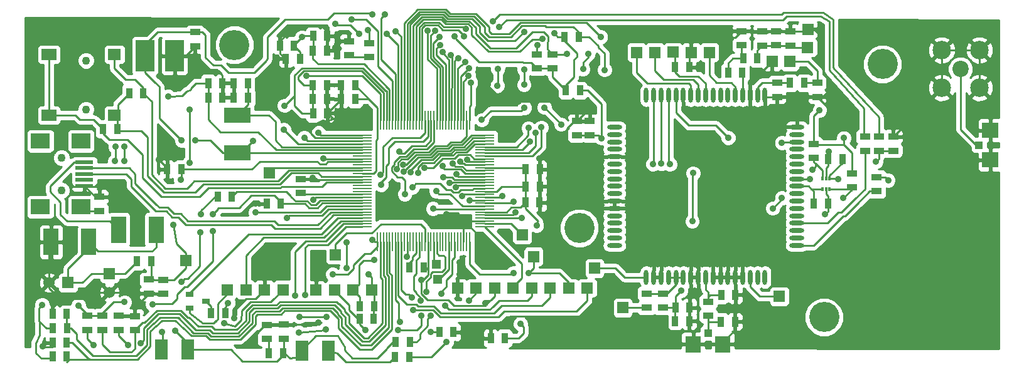
<source format=gtl>
G04 (created by PCBNEW (2013-07-07 BZR 4022)-stable) date 09/11/2014 09:40:27*
%MOIN*%
G04 Gerber Fmt 3.4, Leading zero omitted, Abs format*
%FSLAX34Y34*%
G01*
G70*
G90*
G04 APERTURE LIST*
%ADD10C,0.00590551*%
%ADD11R,0.0413386X0.0393701*%
%ADD12R,0.0866142X0.0826772*%
%ADD13R,0.0393701X0.0413386*%
%ADD14R,0.0826772X0.0866142*%
%ADD15R,0.0118X0.0217*%
%ADD16R,0.0394X0.0315*%
%ADD17R,0.0590551X0.0590551*%
%ADD18R,0.0984252X0.165354*%
%ADD19R,0.0511811X0.0511811*%
%ADD20C,0.0866142*%
%ADD21C,0.0984252*%
%ADD22R,0.08X0.14*%
%ADD23R,0.14X0.08*%
%ADD24R,0.07X0.11*%
%ADD25R,0.035X0.055*%
%ADD26R,0.055X0.035*%
%ADD27O,0.0787402X0.023622*%
%ADD28O,0.023622X0.0787402*%
%ADD29R,0.0925197X0.019685*%
%ADD30R,0.0984252X0.0787402*%
%ADD31C,0.0433071*%
%ADD32R,0.00787402X0.0984252*%
%ADD33R,0.0984252X0.00787402*%
%ADD34R,0.06X0.06*%
%ADD35C,0.06*%
%ADD36R,0.0669291X0.0590551*%
%ADD37R,0.0787402X0.0590551*%
%ADD38C,0.16*%
%ADD39C,0.035*%
%ADD40C,0.01*%
G04 APERTURE END LIST*
G54D10*
G54D11*
X116908Y-66550D03*
G54D12*
X117508Y-65762D03*
X117508Y-67337D03*
G54D13*
X102520Y-76548D03*
G54D14*
X103307Y-77148D03*
X101732Y-77148D03*
G54D15*
X108578Y-68322D03*
X108775Y-68322D03*
X108972Y-68322D03*
X108972Y-68888D03*
X108775Y-68888D03*
X108578Y-68888D03*
G54D16*
X75853Y-74865D03*
X74987Y-75240D03*
X74987Y-74490D03*
G54D17*
X96104Y-74158D03*
X95120Y-74158D03*
X94136Y-74165D03*
X93152Y-74158D03*
X92167Y-74158D03*
X91183Y-74158D03*
X90199Y-74158D03*
X89215Y-74158D03*
X84656Y-74273D03*
X83672Y-74273D03*
X82687Y-74273D03*
X81703Y-74273D03*
X76993Y-74251D03*
X77977Y-74251D03*
X78962Y-74251D03*
X79946Y-74251D03*
G54D18*
X72622Y-61794D03*
X74197Y-61794D03*
G54D17*
X98730Y-61611D03*
X106860Y-62101D03*
X99690Y-61611D03*
X105915Y-62101D03*
X107800Y-61351D03*
X107815Y-60386D03*
X96495Y-73106D03*
X106305Y-74606D03*
X100655Y-61606D03*
X101620Y-61611D03*
G54D19*
X88170Y-73686D03*
G54D17*
X79225Y-68016D03*
G54D19*
X88080Y-72901D03*
G54D17*
X93250Y-72481D03*
X97995Y-75206D03*
X82725Y-72386D03*
X102580Y-61611D03*
X74790Y-72681D03*
X92650Y-71331D03*
G54D20*
X115922Y-62500D03*
G54D21*
X114922Y-63500D03*
X114922Y-61500D03*
X116922Y-61500D03*
X116922Y-63500D03*
G54D22*
X71210Y-71055D03*
X73210Y-71055D03*
X67640Y-71700D03*
X69640Y-71700D03*
G54D23*
X77520Y-66955D03*
X77520Y-64955D03*
G54D24*
X80970Y-77500D03*
X82370Y-77500D03*
G54D25*
X79825Y-69670D03*
X79075Y-69670D03*
G54D26*
X84530Y-61125D03*
X84530Y-61875D03*
X80890Y-69095D03*
X80890Y-68345D03*
G54D25*
X78075Y-63255D03*
X77325Y-63255D03*
X81545Y-60740D03*
X82295Y-60740D03*
X78090Y-64020D03*
X77340Y-64020D03*
X75990Y-63250D03*
X76740Y-63250D03*
X83785Y-64110D03*
X83035Y-64110D03*
X75990Y-64020D03*
X76740Y-64020D03*
X81540Y-64090D03*
X82290Y-64090D03*
X81540Y-63355D03*
X82290Y-63355D03*
G54D26*
X71220Y-75630D03*
X71220Y-76380D03*
G54D25*
X83785Y-63360D03*
X83035Y-63360D03*
X80525Y-61250D03*
X79775Y-61250D03*
X80855Y-61950D03*
X80105Y-61950D03*
X88995Y-76500D03*
X88245Y-76500D03*
G54D26*
X70200Y-69300D03*
X70200Y-70050D03*
X99255Y-75210D03*
X99255Y-74460D03*
X73590Y-73725D03*
X73590Y-74475D03*
X72810Y-73705D03*
X72810Y-74455D03*
G54D25*
X76125Y-75490D03*
X76875Y-75490D03*
G54D26*
X95545Y-66020D03*
X95545Y-65270D03*
G54D25*
X86655Y-77830D03*
X85905Y-77830D03*
X86675Y-77040D03*
X85925Y-77040D03*
G54D26*
X79095Y-76875D03*
X79095Y-76125D03*
G54D25*
X79950Y-77625D03*
X79200Y-77625D03*
G54D26*
X79995Y-76110D03*
X79995Y-76860D03*
G54D25*
X76485Y-69280D03*
X77235Y-69280D03*
G54D26*
X83450Y-61015D03*
X83450Y-61765D03*
G54D25*
X68465Y-77805D03*
X67715Y-77805D03*
X68475Y-76305D03*
X67725Y-76305D03*
G54D26*
X69555Y-76380D03*
X69555Y-75630D03*
X70350Y-76380D03*
X70350Y-75630D03*
G54D25*
X67715Y-77070D03*
X68465Y-77070D03*
X67710Y-75540D03*
X68460Y-75540D03*
G54D26*
X72075Y-75660D03*
X72075Y-76410D03*
G54D25*
X81555Y-64855D03*
X82305Y-64855D03*
X72945Y-72740D03*
X72195Y-72740D03*
X84775Y-75130D03*
X84025Y-75130D03*
X84765Y-75810D03*
X84015Y-75810D03*
G54D26*
X93440Y-61725D03*
X93440Y-62475D03*
X94270Y-61725D03*
X94270Y-62475D03*
G54D25*
X95715Y-63640D03*
X94965Y-63640D03*
G54D26*
X96235Y-66020D03*
X96235Y-65270D03*
G54D25*
X86660Y-73060D03*
X87410Y-73060D03*
G54D26*
X108310Y-63235D03*
X108310Y-63985D03*
X106180Y-63235D03*
X106180Y-63985D03*
G54D25*
X107615Y-63240D03*
X106865Y-63240D03*
X95645Y-60780D03*
X94895Y-60780D03*
X104325Y-62685D03*
X103575Y-62685D03*
G54D26*
X104290Y-61235D03*
X104290Y-60485D03*
X105390Y-61245D03*
X105390Y-60495D03*
G54D25*
X105125Y-61935D03*
X104375Y-61935D03*
G54D26*
X106140Y-61235D03*
X106140Y-60485D03*
G54D25*
X74545Y-67835D03*
X73795Y-67835D03*
G54D26*
X106875Y-61245D03*
X106875Y-60495D03*
G54D25*
X92830Y-67835D03*
X93580Y-67835D03*
X92830Y-68760D03*
X93580Y-68760D03*
X92810Y-69610D03*
X93560Y-69610D03*
X81530Y-61515D03*
X82280Y-61515D03*
X91725Y-76830D03*
X90975Y-76830D03*
G54D26*
X100125Y-74460D03*
X100125Y-75210D03*
G54D25*
X100770Y-75915D03*
X101520Y-75915D03*
X100785Y-75195D03*
X101535Y-75195D03*
X71145Y-65700D03*
X70395Y-65700D03*
X71775Y-63780D03*
X72525Y-63780D03*
G54D26*
X110860Y-66095D03*
X110860Y-66845D03*
X111460Y-68255D03*
X111460Y-69005D03*
X111580Y-66095D03*
X111580Y-66845D03*
G54D25*
X103205Y-75950D03*
X103955Y-75950D03*
X103215Y-74520D03*
X103965Y-74520D03*
G54D26*
X112350Y-66845D03*
X112350Y-66095D03*
X102530Y-74885D03*
X102530Y-75635D03*
G54D25*
X100760Y-62410D03*
X101510Y-62410D03*
X108895Y-67305D03*
X109645Y-67305D03*
X108130Y-69650D03*
X108880Y-69650D03*
G54D26*
X75285Y-60540D03*
X75285Y-61290D03*
X110160Y-68050D03*
X110160Y-68800D03*
X108120Y-66480D03*
X108120Y-67230D03*
G54D27*
X107232Y-71890D03*
X107232Y-71497D03*
X107232Y-71103D03*
X107232Y-70709D03*
X107232Y-70316D03*
X107232Y-69922D03*
X107232Y-69528D03*
X107232Y-69135D03*
X107232Y-68741D03*
X107232Y-68347D03*
X107232Y-67953D03*
X107232Y-67560D03*
X107232Y-67166D03*
X107232Y-66772D03*
X107232Y-66379D03*
X107232Y-65985D03*
X107232Y-65591D03*
G54D28*
X105539Y-63898D03*
X105145Y-63898D03*
X104752Y-63898D03*
X104358Y-63898D03*
X103964Y-63898D03*
X103571Y-63898D03*
X103177Y-63898D03*
X102783Y-63898D03*
X102390Y-63898D03*
X101996Y-63898D03*
X101602Y-63898D03*
X101208Y-63898D03*
X100815Y-63898D03*
X100421Y-63898D03*
X100027Y-63898D03*
X99634Y-63898D03*
X99240Y-63898D03*
G54D27*
X97547Y-65591D03*
X97547Y-65985D03*
X97547Y-66379D03*
X97547Y-66772D03*
X97547Y-67166D03*
X97547Y-67560D03*
X97547Y-67953D03*
X97547Y-68347D03*
X97547Y-68741D03*
X97547Y-69135D03*
X97547Y-69528D03*
X97547Y-69922D03*
X97547Y-70316D03*
X97547Y-70709D03*
X97547Y-71103D03*
X97547Y-71497D03*
X97547Y-71890D03*
G54D28*
X99240Y-73583D03*
X99634Y-73583D03*
X100027Y-73583D03*
X100421Y-73583D03*
X100815Y-73583D03*
X101208Y-73583D03*
X101602Y-73583D03*
X101996Y-73583D03*
X102390Y-73583D03*
X102783Y-73583D03*
X103177Y-73583D03*
X103571Y-73583D03*
X103964Y-73583D03*
X104358Y-73583D03*
X104752Y-73583D03*
X105145Y-73583D03*
X105539Y-73583D03*
G54D29*
X69404Y-67460D03*
X69404Y-67775D03*
X69404Y-68090D03*
X69404Y-68404D03*
X69404Y-68719D03*
G54D30*
X69217Y-66338D03*
X69217Y-69841D03*
X67073Y-69841D03*
X67073Y-66338D03*
G54D31*
X68203Y-68956D03*
X68203Y-67223D03*
G54D32*
X84971Y-71708D03*
X85128Y-71708D03*
X85286Y-71708D03*
X85443Y-71708D03*
X85600Y-71708D03*
X85758Y-71708D03*
X85915Y-71708D03*
X86073Y-71708D03*
X86230Y-71708D03*
X86388Y-71708D03*
X86545Y-71708D03*
X86703Y-71708D03*
X86860Y-71708D03*
X87018Y-71708D03*
X87175Y-71708D03*
X87333Y-71708D03*
X87490Y-71708D03*
X87648Y-71708D03*
X87805Y-71708D03*
X87963Y-71708D03*
X88120Y-71708D03*
X88278Y-71708D03*
X88435Y-71708D03*
X88593Y-71708D03*
X88750Y-71708D03*
X88908Y-71708D03*
X89065Y-71708D03*
X89223Y-71708D03*
X89380Y-71708D03*
X89537Y-71708D03*
X89695Y-71708D03*
X89852Y-71708D03*
G54D33*
X90660Y-70900D03*
X90660Y-70743D03*
X90660Y-70585D03*
X90660Y-70428D03*
X90660Y-70271D03*
X90660Y-70113D03*
X90660Y-69956D03*
X90660Y-69798D03*
X90660Y-69641D03*
X90660Y-69483D03*
X90660Y-69326D03*
X90660Y-69168D03*
X90660Y-69011D03*
X90660Y-68853D03*
X90660Y-68696D03*
X90660Y-68538D03*
X90660Y-68381D03*
X90660Y-68223D03*
X90660Y-68066D03*
X90660Y-67908D03*
X90660Y-67751D03*
X90660Y-67593D03*
X90660Y-67436D03*
X90660Y-67278D03*
X90660Y-67121D03*
X90660Y-66963D03*
X90660Y-66806D03*
X90660Y-66648D03*
X90660Y-66491D03*
X90660Y-66334D03*
X90660Y-66176D03*
X90660Y-66019D03*
G54D32*
X89852Y-65211D03*
X89695Y-65211D03*
X89537Y-65211D03*
X89380Y-65211D03*
X89223Y-65211D03*
X89065Y-65211D03*
X88908Y-65211D03*
X88750Y-65211D03*
X88593Y-65211D03*
X88435Y-65211D03*
X88278Y-65211D03*
X88120Y-65211D03*
X87963Y-65211D03*
X87805Y-65211D03*
X87648Y-65211D03*
X87490Y-65211D03*
X87333Y-65211D03*
X87175Y-65211D03*
X87018Y-65211D03*
X86860Y-65211D03*
X86703Y-65211D03*
X86545Y-65211D03*
X86388Y-65211D03*
X86230Y-65211D03*
X86073Y-65211D03*
X85915Y-65211D03*
X85758Y-65211D03*
X85600Y-65211D03*
X85443Y-65211D03*
X85286Y-65211D03*
X85128Y-65211D03*
X84971Y-65211D03*
G54D33*
X84163Y-66019D03*
X84163Y-66176D03*
X84163Y-66334D03*
X84163Y-66491D03*
X84163Y-66648D03*
X84163Y-66806D03*
X84163Y-66963D03*
X84163Y-67121D03*
X84163Y-67278D03*
X84163Y-67436D03*
X84163Y-67593D03*
X84163Y-67751D03*
X84163Y-67908D03*
X84163Y-68066D03*
X84163Y-68223D03*
X84163Y-68381D03*
X84163Y-68538D03*
X84163Y-68696D03*
X84163Y-68853D03*
X84163Y-69011D03*
X84163Y-69168D03*
X84163Y-69326D03*
X84163Y-69483D03*
X84163Y-69641D03*
X84163Y-69798D03*
X84163Y-69956D03*
X84163Y-70113D03*
X84163Y-70271D03*
X84163Y-70428D03*
X84163Y-70585D03*
X84163Y-70743D03*
X84163Y-70900D03*
G54D34*
X68540Y-73875D03*
G54D35*
X67540Y-73875D03*
G54D34*
X70740Y-73390D03*
G54D35*
X70740Y-74390D03*
G54D36*
X71004Y-64959D03*
G54D37*
X67520Y-64959D03*
X67520Y-61730D03*
G54D36*
X71004Y-61730D03*
G54D31*
X69488Y-62045D03*
X69488Y-64644D03*
G54D38*
X77370Y-61215D03*
G54D24*
X74900Y-77440D03*
X73500Y-77440D03*
G54D38*
X95685Y-70965D03*
X111780Y-62240D03*
X108675Y-75705D03*
G54D39*
X93415Y-70825D03*
X74520Y-68390D03*
X92745Y-63330D03*
X92755Y-62520D03*
X93820Y-64545D03*
X94710Y-65450D03*
X92770Y-64560D03*
X90500Y-65210D03*
X83330Y-73100D03*
X83320Y-71730D03*
X94360Y-60605D03*
X71540Y-74910D03*
X77040Y-74960D03*
X80780Y-76520D03*
X82210Y-76360D03*
X92565Y-76065D03*
X90675Y-74955D03*
X88635Y-77030D03*
X89065Y-60755D03*
X84490Y-73415D03*
X87305Y-73725D03*
X67160Y-75050D03*
X69090Y-75080D03*
X81195Y-62850D03*
X80950Y-60810D03*
X74125Y-70785D03*
X71540Y-67410D03*
X71520Y-66630D03*
X73860Y-63960D03*
X78260Y-77155D03*
X77350Y-75770D03*
X79020Y-63570D03*
X74330Y-63490D03*
X75160Y-62160D03*
X112010Y-65400D03*
X102050Y-64650D03*
X102110Y-62490D03*
X110110Y-64720D03*
X101625Y-60885D03*
X95821Y-67166D03*
X81810Y-76000D03*
X82150Y-72990D03*
X67185Y-77265D03*
X78975Y-72210D03*
X95990Y-64480D03*
X71360Y-69340D03*
X94340Y-70460D03*
X88640Y-70230D03*
X93560Y-67250D03*
X83250Y-65170D03*
X94460Y-69305D03*
X90575Y-71595D03*
X78505Y-69665D03*
X81570Y-69455D03*
X81520Y-68290D03*
X73365Y-67320D03*
X82095Y-67250D03*
X82710Y-61355D03*
X82105Y-65350D03*
X89325Y-72780D03*
X89320Y-73415D03*
X94550Y-64180D03*
X92460Y-64220D03*
X91430Y-63980D03*
X90820Y-63330D03*
X92200Y-73350D03*
X92990Y-73360D03*
X101720Y-68040D03*
X101680Y-70600D03*
X81075Y-66145D03*
X78490Y-70140D03*
X85940Y-60480D03*
X84465Y-60435D03*
X76820Y-76040D03*
X85470Y-60620D03*
X82730Y-60105D03*
X83995Y-60625D03*
X81830Y-65885D03*
X84700Y-71580D03*
X75000Y-67485D03*
X80030Y-64450D03*
X74975Y-64650D03*
X82590Y-73425D03*
X91105Y-59960D03*
X89645Y-60370D03*
X86805Y-74675D03*
X86870Y-75325D03*
X71050Y-66640D03*
X71030Y-67410D03*
X83575Y-59855D03*
X80810Y-75680D03*
X82260Y-75680D03*
X89815Y-74815D03*
X87565Y-74345D03*
X88555Y-75095D03*
X87270Y-74835D03*
X87305Y-75630D03*
X86050Y-76390D03*
X84310Y-76390D03*
X91440Y-60270D03*
X89565Y-60745D03*
X84780Y-72660D03*
X86525Y-72485D03*
X96860Y-66180D03*
X91350Y-62500D03*
X91320Y-63390D03*
X88410Y-61610D03*
X88440Y-67660D03*
X86110Y-66900D03*
X92980Y-65640D03*
X86730Y-68005D03*
X89150Y-68110D03*
X93365Y-65910D03*
X86315Y-67585D03*
X88280Y-61230D03*
X87120Y-68040D03*
X88075Y-68990D03*
X89345Y-67420D03*
X89725Y-67320D03*
X89815Y-62455D03*
X87640Y-60445D03*
X89620Y-62125D03*
X85995Y-67815D03*
X89915Y-63225D03*
X87460Y-67770D03*
X89260Y-61930D03*
X85120Y-68120D03*
X88955Y-67540D03*
X88850Y-61765D03*
X93060Y-66375D03*
X88265Y-60800D03*
X86415Y-69155D03*
X88450Y-68265D03*
X93660Y-65605D03*
X89805Y-62845D03*
X88025Y-60465D03*
X86820Y-68795D03*
X88795Y-68565D03*
X92180Y-69560D03*
X85160Y-68660D03*
X86345Y-67970D03*
X92300Y-70135D03*
X92745Y-60520D03*
X93470Y-61230D03*
X92615Y-70430D03*
X89140Y-68795D03*
X89455Y-69250D03*
X89865Y-69490D03*
X91575Y-69270D03*
X87915Y-69935D03*
X101080Y-74305D03*
X108440Y-64690D03*
X84680Y-59610D03*
X109730Y-66170D03*
X75280Y-66295D03*
X74570Y-66310D03*
X78370Y-66325D03*
X79990Y-65725D03*
X80170Y-70440D03*
X112080Y-68420D03*
X100030Y-67540D03*
X100490Y-67570D03*
X103590Y-66160D03*
X97018Y-62548D03*
X111440Y-67425D03*
X95010Y-61690D03*
X93715Y-60905D03*
X85350Y-59610D03*
X96150Y-61685D03*
X95880Y-62510D03*
X96815Y-60795D03*
X109440Y-68375D03*
X107925Y-68355D03*
X81125Y-74535D03*
X108050Y-67850D03*
X106435Y-69365D03*
X105950Y-69915D03*
X80590Y-74545D03*
X109705Y-69375D03*
X108740Y-70225D03*
X108925Y-66885D03*
X106435Y-66430D03*
X99590Y-67560D03*
X88370Y-74460D03*
X87800Y-75630D03*
X72385Y-77105D03*
X69900Y-77190D03*
X71720Y-77190D03*
X86150Y-75945D03*
X87780Y-76505D03*
X76220Y-71140D03*
X76230Y-70240D03*
X73030Y-75020D03*
X73510Y-76500D03*
X74230Y-76430D03*
X74570Y-73820D03*
X75570Y-71200D03*
X75600Y-70230D03*
G54D40*
X92830Y-67835D02*
X92830Y-68760D01*
X92830Y-68760D02*
X92810Y-68780D01*
X92810Y-68780D02*
X92810Y-69610D01*
X93455Y-70785D02*
X93455Y-70575D01*
X93415Y-70825D02*
X93455Y-70785D01*
X74545Y-68365D02*
X74520Y-68390D01*
X74545Y-68365D02*
X74545Y-67835D01*
X92810Y-69930D02*
X93455Y-70575D01*
X92810Y-69610D02*
X92810Y-69930D01*
X93455Y-70575D02*
X93475Y-70595D01*
X93475Y-70595D02*
X93480Y-70595D01*
X90660Y-70113D02*
X91816Y-70113D01*
X92550Y-69870D02*
X92810Y-69610D01*
X92060Y-69870D02*
X92550Y-69870D01*
X91816Y-70113D02*
X92060Y-69870D01*
X90660Y-69011D02*
X91303Y-69011D01*
X91303Y-69011D02*
X91555Y-68760D01*
X91555Y-68760D02*
X92830Y-68760D01*
X90660Y-67751D02*
X92746Y-67751D01*
X92746Y-67751D02*
X92830Y-67835D01*
X84163Y-67436D02*
X82338Y-67436D01*
X82338Y-67436D02*
X82210Y-67565D01*
X82210Y-67565D02*
X81920Y-67565D01*
X81920Y-67565D02*
X81770Y-67415D01*
X81770Y-67415D02*
X78715Y-67415D01*
X78715Y-67415D02*
X78295Y-67835D01*
X78295Y-67835D02*
X74545Y-67835D01*
X92745Y-63330D02*
X92755Y-63320D01*
X92755Y-63320D02*
X92755Y-62520D01*
X93820Y-64545D02*
X94710Y-65435D01*
X94710Y-65435D02*
X94710Y-65450D01*
X92595Y-64730D02*
X92600Y-64730D01*
X92600Y-64730D02*
X92770Y-64560D01*
X90980Y-64730D02*
X92595Y-64730D01*
X90500Y-65210D02*
X90980Y-64730D01*
X83330Y-71740D02*
X83330Y-73100D01*
X83320Y-71730D02*
X83330Y-71740D01*
X86655Y-77830D02*
X87830Y-77830D01*
X88060Y-77600D02*
X88060Y-77605D01*
X87830Y-77830D02*
X88060Y-77600D01*
X94895Y-60780D02*
X94535Y-60780D01*
X94535Y-60780D02*
X94360Y-60605D01*
X94965Y-63640D02*
X94965Y-63365D01*
X94895Y-61010D02*
X94895Y-60780D01*
X95545Y-61660D02*
X94895Y-61010D01*
X95545Y-61855D02*
X95545Y-61660D01*
X95405Y-61995D02*
X95545Y-61855D01*
X95405Y-62925D02*
X95405Y-61995D01*
X94965Y-63365D02*
X95405Y-62925D01*
X70350Y-75630D02*
X70350Y-75510D01*
X70350Y-75510D02*
X70950Y-74910D01*
X70950Y-74910D02*
X71540Y-74910D01*
X76870Y-75220D02*
X76875Y-75490D01*
X77040Y-74960D02*
X76870Y-75220D01*
X82190Y-76380D02*
X80780Y-76520D01*
X82210Y-76360D02*
X82190Y-76380D01*
X91725Y-76830D02*
X92445Y-76830D01*
X92730Y-76230D02*
X92565Y-76065D01*
X92730Y-76545D02*
X92730Y-76230D01*
X92445Y-76830D02*
X92730Y-76545D01*
X90937Y-74827D02*
X90802Y-74827D01*
X90675Y-74955D02*
X90802Y-74827D01*
X88635Y-77030D02*
X88060Y-77605D01*
X89065Y-60755D02*
X89115Y-60805D01*
X89115Y-60805D02*
X89115Y-60885D01*
X89115Y-60885D02*
X89430Y-61200D01*
X93440Y-62475D02*
X93125Y-62160D01*
X92700Y-62160D02*
X93125Y-62160D01*
X92680Y-62140D02*
X92700Y-62160D01*
X90370Y-62140D02*
X92680Y-62140D01*
X89430Y-61200D02*
X90370Y-62140D01*
X94965Y-63640D02*
X94965Y-63635D01*
X94270Y-62940D02*
X94270Y-62475D01*
X94965Y-63635D02*
X94270Y-62940D01*
X84765Y-75810D02*
X84765Y-75140D01*
X84765Y-75140D02*
X84775Y-75130D01*
X84775Y-75130D02*
X84775Y-74392D01*
X84775Y-74392D02*
X84656Y-74273D01*
X87410Y-73060D02*
X87530Y-73060D01*
X87530Y-73060D02*
X87648Y-73178D01*
X84656Y-74273D02*
X84656Y-73581D01*
X84656Y-73581D02*
X84490Y-73415D01*
X67730Y-77885D02*
X67120Y-77885D01*
X67020Y-76675D02*
X67020Y-75950D01*
X66810Y-77110D02*
X67020Y-76675D01*
X66810Y-77640D02*
X66810Y-77110D01*
X67120Y-77885D02*
X66810Y-77640D01*
X69555Y-75630D02*
X69555Y-75545D01*
X67375Y-76305D02*
X67725Y-76305D01*
X66990Y-75920D02*
X67020Y-75950D01*
X67020Y-75950D02*
X67375Y-76305D01*
X66990Y-75220D02*
X66990Y-75920D01*
X67160Y-75050D02*
X66990Y-75220D01*
X69555Y-75545D02*
X69090Y-75080D01*
X70350Y-75630D02*
X69555Y-75630D01*
X87635Y-74790D02*
X88725Y-74790D01*
X91183Y-74581D02*
X90975Y-74790D01*
X87635Y-74790D02*
X87305Y-74460D01*
X87305Y-73725D02*
X87305Y-74460D01*
X91183Y-74581D02*
X91183Y-74158D01*
X90675Y-75090D02*
X90937Y-74827D01*
X90937Y-74827D02*
X90975Y-74790D01*
X89025Y-75090D02*
X90675Y-75090D01*
X88725Y-74790D02*
X89025Y-75090D01*
X93440Y-62475D02*
X94270Y-62475D01*
X80855Y-61950D02*
X80855Y-61580D01*
X80855Y-61580D02*
X80525Y-61250D01*
X80525Y-61250D02*
X80525Y-61235D01*
X80525Y-61235D02*
X80950Y-60810D01*
X91183Y-74158D02*
X91183Y-74281D01*
X87648Y-73476D02*
X87400Y-73725D01*
X87400Y-73725D02*
X87305Y-73725D01*
X87648Y-71708D02*
X87648Y-73178D01*
X87648Y-73178D02*
X87648Y-73476D01*
X81545Y-60740D02*
X81545Y-61500D01*
X81545Y-61500D02*
X81530Y-61515D01*
X85128Y-65211D02*
X85128Y-63828D01*
X84150Y-62850D02*
X81195Y-62850D01*
X85128Y-63828D02*
X84150Y-62850D01*
X81020Y-60740D02*
X81545Y-60740D01*
X80950Y-60810D02*
X81020Y-60740D01*
X85600Y-65211D02*
X85600Y-63580D01*
X85600Y-63580D02*
X84250Y-62230D01*
X84250Y-62230D02*
X81815Y-62230D01*
X81815Y-62230D02*
X81530Y-61945D01*
X81530Y-61945D02*
X81530Y-61515D01*
X73590Y-73725D02*
X72830Y-73725D01*
X72830Y-73725D02*
X72810Y-73705D01*
X75990Y-63250D02*
X75340Y-63250D01*
X75050Y-63540D02*
X75050Y-63608D01*
X75340Y-63250D02*
X75050Y-63540D01*
X73860Y-63960D02*
X74595Y-63935D01*
X74595Y-63935D02*
X74841Y-63688D01*
X74790Y-72681D02*
X74790Y-72285D01*
X74790Y-72285D02*
X74300Y-71795D01*
X74300Y-71795D02*
X74125Y-70785D01*
X71540Y-67410D02*
X71520Y-67390D01*
X71520Y-67390D02*
X71520Y-66630D01*
X74841Y-63688D02*
X75050Y-63608D01*
X75990Y-64020D02*
X75990Y-64705D01*
X75985Y-64710D02*
X75990Y-64710D01*
X75990Y-64705D02*
X75985Y-64710D01*
X72945Y-72740D02*
X72945Y-73570D01*
X74790Y-73080D02*
X74790Y-72681D01*
X74145Y-73725D02*
X74790Y-73080D01*
X73100Y-73725D02*
X74145Y-73725D01*
X72945Y-73570D02*
X73100Y-73725D01*
X84163Y-66806D02*
X79576Y-66806D01*
X79576Y-66806D02*
X78620Y-65850D01*
X78620Y-65850D02*
X76640Y-65850D01*
X76640Y-65850D02*
X75990Y-65200D01*
X75990Y-65200D02*
X75990Y-64710D01*
X75990Y-64710D02*
X75990Y-63250D01*
X78962Y-74251D02*
X78958Y-74251D01*
X78990Y-76125D02*
X79095Y-76125D01*
X78485Y-76630D02*
X78990Y-76125D01*
X78485Y-76930D02*
X78485Y-76630D01*
X78260Y-77155D02*
X78485Y-76930D01*
X77350Y-75355D02*
X77350Y-75770D01*
X77985Y-74720D02*
X77350Y-75355D01*
X78490Y-74720D02*
X77985Y-74720D01*
X78958Y-74251D02*
X78490Y-74720D01*
X80105Y-61950D02*
X80105Y-62485D01*
X80105Y-62485D02*
X79020Y-63570D01*
X74330Y-63490D02*
X75160Y-62660D01*
X75160Y-62660D02*
X75160Y-62160D01*
X114922Y-63500D02*
X114922Y-63522D01*
X114922Y-63522D02*
X112350Y-66095D01*
X117508Y-67337D02*
X117508Y-65762D01*
X116922Y-63500D02*
X116922Y-61500D01*
X116922Y-61500D02*
X114922Y-61500D01*
X114922Y-61500D02*
X114922Y-63500D01*
X117508Y-65762D02*
X117508Y-64086D01*
X117508Y-64086D02*
X116922Y-63500D01*
X112350Y-66095D02*
X112350Y-65740D01*
X112350Y-65740D02*
X112010Y-65400D01*
X90975Y-76830D02*
X90150Y-76830D01*
X90150Y-76830D02*
X89820Y-76500D01*
X101510Y-62410D02*
X102030Y-62410D01*
X101795Y-64905D02*
X101720Y-64905D01*
X102050Y-64650D02*
X101795Y-64905D01*
X102030Y-62410D02*
X102110Y-62490D01*
X108310Y-63985D02*
X108585Y-63985D01*
X108166Y-60386D02*
X107815Y-60386D01*
X108640Y-60860D02*
X108166Y-60386D01*
X108640Y-62730D02*
X108640Y-60860D01*
X108940Y-63030D02*
X108640Y-62730D01*
X108940Y-63630D02*
X108940Y-63030D01*
X108585Y-63985D02*
X108940Y-63630D01*
X101510Y-62410D02*
X101510Y-61721D01*
X101510Y-61721D02*
X101620Y-61611D01*
X88995Y-76500D02*
X89820Y-76500D01*
X89820Y-76500D02*
X89870Y-76500D01*
X100753Y-77148D02*
X101732Y-77148D01*
X99660Y-76055D02*
X100753Y-77148D01*
X97285Y-76055D02*
X99660Y-76055D01*
X96890Y-75660D02*
X97285Y-76055D01*
X92040Y-75660D02*
X96890Y-75660D01*
X91680Y-76020D02*
X92040Y-75660D01*
X90350Y-76020D02*
X91680Y-76020D01*
X89870Y-76500D02*
X90350Y-76020D01*
X101732Y-77148D02*
X101732Y-76542D01*
X101520Y-76330D02*
X101520Y-75915D01*
X101732Y-76542D02*
X101520Y-76330D01*
X103307Y-77148D02*
X103307Y-77032D01*
X103955Y-76385D02*
X103955Y-75950D01*
X103307Y-77032D02*
X103955Y-76385D01*
X103965Y-74520D02*
X103965Y-73584D01*
X103965Y-73584D02*
X103964Y-73583D01*
X103955Y-75950D02*
X103955Y-74530D01*
X103955Y-74530D02*
X103965Y-74520D01*
X100027Y-73583D02*
X99634Y-73583D01*
X101520Y-75915D02*
X101520Y-75210D01*
X101602Y-75127D02*
X101602Y-73583D01*
X101520Y-75210D02*
X101602Y-75127D01*
X108925Y-64600D02*
X108310Y-63985D01*
X109990Y-64600D02*
X108925Y-64600D01*
X110110Y-64720D02*
X109990Y-64600D01*
X108310Y-63985D02*
X106180Y-63985D01*
X106180Y-63985D02*
X105625Y-63985D01*
X105625Y-63985D02*
X105539Y-63898D01*
X104752Y-63898D02*
X104752Y-62917D01*
X105496Y-62520D02*
X105915Y-62101D01*
X105150Y-62520D02*
X105496Y-62520D01*
X104752Y-62917D02*
X105150Y-62520D01*
X106875Y-60495D02*
X107706Y-60495D01*
X107706Y-60495D02*
X107815Y-60386D01*
X106875Y-60495D02*
X106150Y-60495D01*
X106150Y-60495D02*
X105390Y-60495D01*
X105390Y-60495D02*
X105380Y-60485D01*
X105380Y-60485D02*
X104290Y-60485D01*
X104290Y-60485D02*
X103950Y-60825D01*
X103950Y-60825D02*
X101685Y-60825D01*
X101685Y-60825D02*
X101625Y-60885D01*
X101620Y-61611D02*
X101620Y-60890D01*
X101620Y-60890D02*
X101625Y-60885D01*
X101510Y-61721D02*
X101620Y-61611D01*
X101208Y-63898D02*
X101208Y-64503D01*
X101208Y-64503D02*
X101610Y-64905D01*
X101610Y-64905D02*
X101720Y-64905D01*
X101720Y-64905D02*
X105135Y-64905D01*
X104752Y-63898D02*
X104752Y-64447D01*
X105195Y-64890D02*
X105539Y-64890D01*
X104752Y-64447D02*
X105195Y-64890D01*
X107232Y-65591D02*
X106226Y-65591D01*
X105539Y-64904D02*
X105539Y-64890D01*
X105539Y-64890D02*
X105539Y-63898D01*
X106226Y-65591D02*
X105539Y-64904D01*
X102783Y-73583D02*
X103177Y-73583D01*
X103177Y-73583D02*
X103571Y-73583D01*
X103571Y-73583D02*
X103964Y-73583D01*
X103964Y-73583D02*
X104358Y-73583D01*
X102783Y-73583D02*
X102783Y-73053D01*
X102682Y-72952D02*
X102680Y-72952D01*
X102680Y-72952D02*
X101832Y-72952D01*
X102783Y-73053D02*
X102682Y-72952D01*
X101996Y-73583D02*
X101996Y-73116D01*
X101832Y-72952D02*
X101602Y-72952D01*
X101996Y-73116D02*
X101832Y-72952D01*
X101602Y-73583D02*
X101602Y-72952D01*
X99890Y-71240D02*
X99634Y-71240D01*
X101602Y-72952D02*
X99890Y-71240D01*
X99634Y-73583D02*
X99634Y-71240D01*
X99634Y-71240D02*
X99634Y-71214D01*
X98342Y-69922D02*
X97547Y-69922D01*
X99634Y-71214D02*
X98342Y-69922D01*
X97547Y-69922D02*
X96942Y-69922D01*
X96942Y-69922D02*
X96548Y-69528D01*
X97547Y-69528D02*
X96548Y-69528D01*
X95821Y-68801D02*
X95821Y-67166D01*
X96548Y-69528D02*
X95821Y-68801D01*
X83450Y-61015D02*
X83050Y-61015D01*
X83050Y-61015D02*
X82710Y-61355D01*
X95545Y-65270D02*
X95435Y-65270D01*
X95821Y-67166D02*
X97547Y-67166D01*
X95030Y-66375D02*
X95821Y-67166D01*
X95030Y-65675D02*
X95030Y-66375D01*
X95435Y-65270D02*
X95030Y-65675D01*
X96235Y-65270D02*
X95545Y-65270D01*
X95545Y-65270D02*
X95990Y-64825D01*
X95990Y-64825D02*
X95990Y-64480D01*
X79995Y-76110D02*
X81700Y-76110D01*
X81700Y-76110D02*
X81810Y-76000D01*
X79095Y-76125D02*
X79980Y-76125D01*
X79980Y-76125D02*
X79995Y-76110D01*
X81703Y-74273D02*
X81703Y-73436D01*
X81703Y-73436D02*
X82150Y-72990D01*
X75285Y-61290D02*
X75285Y-62095D01*
X76740Y-62840D02*
X76740Y-63250D01*
X76440Y-62540D02*
X76740Y-62840D01*
X75730Y-62540D02*
X76440Y-62540D01*
X75285Y-62095D02*
X75730Y-62540D01*
X67710Y-77295D02*
X67215Y-77295D01*
X67215Y-77295D02*
X67185Y-77265D01*
X67710Y-75540D02*
X67710Y-75200D01*
X67710Y-75200D02*
X68180Y-74730D01*
X72075Y-75660D02*
X72075Y-75190D01*
X72075Y-75190D02*
X72810Y-74455D01*
X72075Y-75660D02*
X71250Y-75660D01*
X71250Y-75660D02*
X71220Y-75630D01*
X78962Y-74251D02*
X78962Y-72222D01*
X78962Y-72222D02*
X78975Y-72210D01*
X95690Y-64180D02*
X94550Y-64180D01*
X95990Y-64480D02*
X95690Y-64180D01*
X74197Y-61794D02*
X74780Y-61794D01*
X74780Y-61794D02*
X75285Y-61290D01*
X73590Y-74475D02*
X72830Y-74475D01*
X72745Y-74390D02*
X70740Y-74390D01*
X72830Y-74475D02*
X72745Y-74390D01*
X67540Y-71800D02*
X67640Y-71700D01*
X67540Y-73875D02*
X67540Y-71800D01*
X70740Y-74390D02*
X70090Y-74390D01*
X70090Y-74390D02*
X69750Y-74730D01*
X69750Y-74730D02*
X68180Y-74730D01*
X68180Y-74730D02*
X68100Y-74730D01*
X68100Y-74730D02*
X67540Y-74170D01*
X67540Y-74170D02*
X67540Y-73875D01*
X70200Y-69300D02*
X71320Y-69300D01*
X71320Y-69300D02*
X71360Y-69340D01*
X70200Y-69300D02*
X69984Y-69300D01*
X69984Y-69300D02*
X69404Y-68719D01*
X79775Y-61250D02*
X79775Y-61015D01*
X82295Y-60505D02*
X82295Y-60740D01*
X81980Y-60190D02*
X82295Y-60505D01*
X80600Y-60190D02*
X81980Y-60190D01*
X79775Y-61015D02*
X80600Y-60190D01*
X80105Y-61950D02*
X80050Y-61950D01*
X79775Y-61675D02*
X79775Y-61250D01*
X80050Y-61950D02*
X79775Y-61675D01*
X82280Y-61515D02*
X82280Y-60755D01*
X82280Y-60755D02*
X82295Y-60740D01*
X82295Y-61500D02*
X82280Y-61515D01*
X89215Y-74158D02*
X89215Y-73519D01*
X89215Y-73519D02*
X89320Y-73415D01*
X94460Y-69305D02*
X94460Y-70340D01*
X94460Y-70340D02*
X94340Y-70460D01*
X88710Y-70160D02*
X88785Y-70160D01*
X88640Y-70230D02*
X88710Y-70160D01*
X89537Y-70867D02*
X89537Y-70482D01*
X89537Y-70482D02*
X89215Y-70160D01*
X89215Y-70160D02*
X88785Y-70160D01*
X88785Y-70160D02*
X88780Y-70160D01*
X93580Y-67270D02*
X93580Y-67835D01*
X93560Y-67250D02*
X93580Y-67270D01*
X83245Y-65175D02*
X82660Y-65175D01*
X83250Y-65170D02*
X83245Y-65175D01*
X93560Y-69610D02*
X94155Y-69610D01*
X94155Y-69610D02*
X94460Y-69305D01*
X93560Y-69610D02*
X93560Y-68780D01*
X93560Y-68780D02*
X93580Y-68760D01*
X93580Y-68760D02*
X93580Y-67835D01*
X89652Y-70752D02*
X89732Y-70752D01*
X89732Y-70752D02*
X90575Y-71595D01*
X90660Y-70585D02*
X89819Y-70585D01*
X89537Y-70867D02*
X89537Y-71708D01*
X89819Y-70585D02*
X89652Y-70752D01*
X89652Y-70752D02*
X89537Y-70867D01*
X79075Y-69670D02*
X78510Y-69670D01*
X78510Y-69670D02*
X78505Y-69665D01*
X84163Y-69326D02*
X81698Y-69326D01*
X81698Y-69326D02*
X81570Y-69455D01*
X80890Y-68345D02*
X81465Y-68345D01*
X81465Y-68345D02*
X81520Y-68290D01*
X84163Y-68381D02*
X81611Y-68381D01*
X81611Y-68381D02*
X81520Y-68290D01*
X73795Y-67835D02*
X73795Y-67750D01*
X73795Y-67750D02*
X73365Y-67320D01*
X84163Y-67278D02*
X82123Y-67278D01*
X82123Y-67278D02*
X82095Y-67250D01*
X76740Y-63250D02*
X77320Y-63250D01*
X77320Y-63250D02*
X77325Y-63255D01*
X76740Y-63250D02*
X76740Y-64020D01*
X77325Y-63255D02*
X77325Y-64005D01*
X77325Y-64005D02*
X77340Y-64020D01*
X84163Y-66176D02*
X81666Y-66176D01*
X81785Y-65350D02*
X82105Y-65350D01*
X81415Y-65720D02*
X81785Y-65350D01*
X81415Y-65925D02*
X81415Y-65720D01*
X81666Y-66176D02*
X81415Y-65925D01*
X83035Y-64110D02*
X83035Y-64125D01*
X83035Y-64125D02*
X82305Y-64855D01*
X83035Y-63360D02*
X83035Y-64110D01*
X83035Y-64110D02*
X83015Y-64090D01*
X82280Y-61515D02*
X82550Y-61515D01*
X82550Y-61515D02*
X82710Y-61355D01*
X82290Y-63355D02*
X82290Y-64090D01*
X82290Y-64090D02*
X82305Y-64105D01*
X82305Y-64105D02*
X82305Y-64820D01*
X82305Y-64820D02*
X82660Y-65175D01*
X82495Y-65105D02*
X82565Y-65175D01*
X82660Y-65175D02*
X82565Y-65175D01*
X82565Y-65175D02*
X82105Y-65350D01*
X89325Y-72780D02*
X89320Y-72785D01*
X89320Y-72785D02*
X89320Y-73415D01*
X94510Y-64220D02*
X92460Y-64220D01*
X94550Y-64180D02*
X94510Y-64220D01*
X92220Y-63980D02*
X91430Y-63980D01*
X92460Y-64220D02*
X92220Y-63980D01*
X90820Y-63370D02*
X90820Y-63330D01*
X91430Y-63980D02*
X90820Y-63370D01*
X90820Y-63330D02*
X90800Y-63310D01*
X109690Y-70320D02*
X109790Y-70320D01*
X111105Y-69005D02*
X110420Y-69690D01*
X109690Y-70320D02*
X108119Y-71890D01*
X107232Y-71890D02*
X108119Y-71890D01*
X111105Y-69005D02*
X111460Y-69005D01*
X109790Y-70320D02*
X110420Y-69690D01*
X100760Y-62410D02*
X100760Y-61711D01*
X100760Y-61711D02*
X100655Y-61606D01*
X102390Y-63898D02*
X102390Y-63275D01*
X100760Y-62655D02*
X100760Y-62410D01*
X100990Y-62885D02*
X100760Y-62655D01*
X102000Y-62885D02*
X100990Y-62885D01*
X102390Y-63275D02*
X102000Y-62885D01*
X100421Y-73583D02*
X100815Y-73583D01*
X100815Y-73583D02*
X101208Y-73583D01*
X100125Y-74460D02*
X100320Y-74460D01*
X100815Y-73964D02*
X100815Y-73583D01*
X100320Y-74460D02*
X100815Y-73964D01*
X100125Y-74460D02*
X99255Y-74460D01*
X93250Y-72481D02*
X93250Y-73100D01*
X93250Y-73100D02*
X92990Y-73360D01*
X95120Y-74158D02*
X95120Y-73870D01*
X89852Y-72882D02*
X89852Y-71708D01*
X90400Y-73430D02*
X89852Y-72882D01*
X92120Y-73430D02*
X90400Y-73430D01*
X92200Y-73350D02*
X92120Y-73430D01*
X94610Y-73360D02*
X92990Y-73360D01*
X95120Y-73870D02*
X94610Y-73360D01*
X101720Y-68040D02*
X101680Y-68080D01*
X101680Y-68080D02*
X101680Y-70600D01*
X78075Y-63255D02*
X78075Y-64005D01*
X78075Y-64005D02*
X78090Y-64020D01*
X78090Y-64020D02*
X78090Y-64385D01*
X78090Y-64385D02*
X77520Y-64955D01*
X84163Y-66648D02*
X79903Y-66648D01*
X79195Y-64955D02*
X77520Y-64955D01*
X79550Y-65310D02*
X79195Y-64955D01*
X79550Y-66295D02*
X79550Y-65310D01*
X79903Y-66648D02*
X79550Y-66295D01*
X84163Y-66334D02*
X81264Y-66334D01*
X81264Y-66334D02*
X81075Y-66145D01*
X84163Y-69798D02*
X82261Y-69798D01*
X81920Y-70140D02*
X78490Y-70140D01*
X82261Y-69798D02*
X81920Y-70140D01*
X84530Y-61875D02*
X83560Y-61875D01*
X83560Y-61875D02*
X83450Y-61765D01*
X84530Y-61125D02*
X84530Y-60500D01*
X84530Y-60500D02*
X84465Y-60435D01*
X86230Y-60770D02*
X85940Y-60480D01*
X86230Y-65211D02*
X86230Y-60770D01*
X84465Y-60435D02*
X84470Y-60440D01*
X77750Y-75455D02*
X77750Y-75370D01*
X79297Y-74900D02*
X79407Y-74790D01*
X78220Y-74900D02*
X79297Y-74900D01*
X77750Y-75370D02*
X78220Y-74900D01*
X77720Y-75870D02*
X77720Y-75660D01*
X77380Y-76210D02*
X77720Y-75870D01*
X76830Y-76030D02*
X77380Y-76210D01*
X76820Y-76040D02*
X76830Y-76030D01*
X85470Y-60620D02*
X86073Y-61223D01*
X86073Y-65211D02*
X86073Y-61223D01*
X77720Y-75660D02*
X77750Y-75630D01*
X79946Y-74251D02*
X79407Y-74790D01*
X77750Y-75630D02*
X77750Y-75455D01*
X83520Y-60150D02*
X83995Y-60625D01*
X82775Y-60150D02*
X83520Y-60150D01*
X82730Y-60105D02*
X82775Y-60150D01*
X77977Y-74251D02*
X77977Y-72412D01*
X83014Y-70585D02*
X84163Y-70585D01*
X82125Y-71475D02*
X83014Y-70585D01*
X78915Y-71475D02*
X82125Y-71475D01*
X77977Y-72412D02*
X78915Y-71475D01*
X84163Y-66019D02*
X81964Y-66019D01*
X81964Y-66019D02*
X81830Y-65885D01*
X84163Y-69168D02*
X80963Y-69168D01*
X80963Y-69168D02*
X80890Y-69095D01*
X84828Y-71708D02*
X84971Y-71708D01*
X84700Y-71580D02*
X84828Y-71708D01*
X83700Y-72940D02*
X83700Y-72920D01*
X84971Y-71958D02*
X84971Y-71708D01*
X84590Y-72340D02*
X84971Y-71958D01*
X84280Y-72340D02*
X84590Y-72340D01*
X83700Y-72920D02*
X84280Y-72340D01*
X83395Y-73425D02*
X83700Y-73120D01*
X83700Y-73120D02*
X83700Y-72940D01*
X82590Y-73425D02*
X83395Y-73425D01*
X74975Y-67460D02*
X74975Y-64650D01*
X75000Y-67485D02*
X74975Y-67460D01*
X80570Y-63930D02*
X80550Y-63930D01*
X80550Y-63930D02*
X80030Y-64450D01*
X82590Y-73425D02*
X82650Y-73365D01*
X74975Y-64650D02*
X74965Y-64660D01*
X81540Y-64090D02*
X81540Y-64840D01*
X81540Y-64840D02*
X81555Y-64855D01*
X85286Y-65211D02*
X85286Y-63746D01*
X81045Y-63355D02*
X81540Y-63355D01*
X80750Y-63060D02*
X81045Y-63355D01*
X80750Y-62895D02*
X80750Y-63060D01*
X81060Y-62585D02*
X80750Y-62895D01*
X84125Y-62585D02*
X81060Y-62585D01*
X85286Y-63746D02*
X84125Y-62585D01*
X81540Y-63355D02*
X81540Y-64090D01*
X81555Y-64855D02*
X80965Y-64855D01*
X80965Y-64855D02*
X80570Y-64460D01*
X85443Y-63658D02*
X85408Y-63658D01*
X85443Y-65211D02*
X85443Y-63658D01*
X80570Y-62830D02*
X80570Y-63930D01*
X80570Y-63930D02*
X80570Y-64460D01*
X80950Y-62450D02*
X80570Y-62830D01*
X84200Y-62450D02*
X80950Y-62450D01*
X85408Y-63658D02*
X84200Y-62450D01*
X84163Y-68066D02*
X84758Y-68066D01*
X84971Y-66213D02*
X84971Y-65211D01*
X84895Y-66290D02*
X84971Y-66213D01*
X84895Y-67930D02*
X84895Y-66290D01*
X84758Y-68066D02*
X84895Y-67930D01*
X83785Y-64110D02*
X84525Y-64110D01*
X84570Y-64155D02*
X84570Y-64145D01*
X84525Y-64110D02*
X84570Y-64155D01*
X84971Y-65211D02*
X84971Y-64546D01*
X84971Y-64546D02*
X84570Y-64145D01*
X84570Y-64145D02*
X83785Y-63360D01*
X91835Y-59605D02*
X106420Y-59605D01*
X91105Y-59960D02*
X91460Y-59605D01*
X91460Y-59605D02*
X91835Y-59605D01*
X87445Y-60020D02*
X88240Y-60020D01*
X87404Y-60050D02*
X87414Y-60050D01*
X87175Y-60279D02*
X87404Y-60050D01*
X87175Y-65211D02*
X87175Y-60279D01*
X87414Y-60050D02*
X87445Y-60020D01*
X89535Y-60260D02*
X89645Y-60370D01*
X88480Y-60260D02*
X89535Y-60260D01*
X88240Y-60020D02*
X88480Y-60260D01*
X111580Y-65045D02*
X111580Y-66095D01*
X109160Y-62440D02*
X111580Y-65045D01*
X109160Y-59870D02*
X109160Y-62440D01*
X108610Y-59505D02*
X109160Y-59870D01*
X106520Y-59505D02*
X108610Y-59505D01*
X106420Y-59605D02*
X106520Y-59505D01*
X89560Y-75690D02*
X91405Y-75690D01*
X86230Y-71708D02*
X86230Y-74260D01*
X86465Y-74495D02*
X86230Y-74260D01*
X86625Y-74495D02*
X86465Y-74495D01*
X86805Y-74675D02*
X86625Y-74495D01*
X87925Y-75325D02*
X86870Y-75325D01*
X88290Y-75690D02*
X87925Y-75325D01*
X88905Y-75690D02*
X88290Y-75690D01*
X88905Y-75690D02*
X89560Y-75690D01*
X91405Y-75690D02*
X91570Y-75525D01*
X96104Y-74158D02*
X96104Y-74820D01*
X91690Y-75405D02*
X91570Y-75525D01*
X91570Y-75525D02*
X91550Y-75545D01*
X95520Y-75405D02*
X91690Y-75405D01*
X96104Y-74820D02*
X95520Y-75405D01*
X89480Y-75500D02*
X91160Y-75500D01*
X86073Y-74053D02*
X86073Y-74571D01*
X94136Y-74663D02*
X93700Y-75100D01*
X93700Y-75100D02*
X91560Y-75100D01*
X91560Y-75100D02*
X91320Y-75340D01*
X88830Y-75500D02*
X88340Y-75500D01*
X88340Y-75500D02*
X87960Y-75120D01*
X87960Y-75120D02*
X87540Y-75120D01*
X86073Y-71708D02*
X86073Y-74053D01*
X94136Y-74663D02*
X94136Y-74165D01*
X87125Y-75120D02*
X87540Y-75120D01*
X87025Y-75020D02*
X87125Y-75120D01*
X86521Y-75020D02*
X87025Y-75020D01*
X86073Y-74571D02*
X86521Y-75020D01*
X88830Y-75500D02*
X89480Y-75500D01*
X91160Y-75500D02*
X91320Y-75340D01*
X85758Y-65211D02*
X85760Y-65210D01*
X85760Y-63130D02*
X85760Y-65210D01*
X84980Y-62350D02*
X85760Y-63130D01*
X84980Y-61330D02*
X84980Y-62350D01*
X71050Y-67390D02*
X71050Y-66640D01*
X71030Y-67410D02*
X71050Y-67390D01*
X84980Y-60480D02*
X84980Y-61330D01*
X84360Y-59860D02*
X84980Y-60480D01*
X83580Y-59860D02*
X84360Y-59860D01*
X83575Y-59855D02*
X83580Y-59860D01*
X81780Y-75680D02*
X82260Y-75680D01*
X81780Y-75680D02*
X80810Y-75680D01*
X90199Y-74158D02*
X90199Y-74430D01*
X90199Y-74430D02*
X89815Y-74815D01*
X92167Y-74158D02*
X92167Y-74082D01*
X92630Y-72870D02*
X90660Y-70900D01*
X92630Y-73620D02*
X92630Y-72870D01*
X92167Y-74082D02*
X92630Y-73620D01*
X87790Y-73390D02*
X87790Y-73385D01*
X87565Y-74345D02*
X87565Y-73810D01*
X87565Y-73810D02*
X87790Y-73585D01*
X87790Y-73585D02*
X87790Y-73390D01*
X88120Y-71708D02*
X88120Y-72300D01*
X88460Y-72420D02*
X88550Y-72510D01*
X88240Y-72420D02*
X88460Y-72420D01*
X88120Y-72300D02*
X88240Y-72420D01*
X88555Y-75095D02*
X88555Y-75100D01*
X88755Y-75300D02*
X89375Y-75300D01*
X88555Y-75100D02*
X88755Y-75300D01*
X88550Y-73130D02*
X88550Y-72510D01*
X88390Y-73290D02*
X88550Y-73130D01*
X87885Y-73290D02*
X88390Y-73290D01*
X87790Y-73385D02*
X87885Y-73290D01*
X89375Y-75300D02*
X90935Y-75300D01*
X91075Y-75160D02*
X91175Y-75060D01*
X93152Y-74587D02*
X93152Y-74158D01*
X91410Y-74825D02*
X91175Y-75060D01*
X92915Y-74825D02*
X91410Y-74825D01*
X93152Y-74587D02*
X92915Y-74825D01*
X90935Y-75300D02*
X91075Y-75160D01*
X89375Y-75300D02*
X89380Y-75300D01*
X77715Y-70800D02*
X74800Y-70800D01*
X79515Y-70980D02*
X79335Y-70800D01*
X79335Y-70800D02*
X77715Y-70800D01*
X73200Y-70065D02*
X71895Y-68760D01*
X71895Y-68760D02*
X71895Y-68355D01*
X69404Y-68090D02*
X71630Y-68090D01*
X71895Y-68355D02*
X71630Y-68090D01*
X79515Y-70980D02*
X81915Y-70980D01*
X73745Y-70065D02*
X73200Y-70065D01*
X74070Y-70390D02*
X73745Y-70065D01*
X74390Y-70390D02*
X74070Y-70390D01*
X74800Y-70800D02*
X74390Y-70390D01*
X82618Y-70271D02*
X82618Y-70276D01*
X84163Y-70271D02*
X82618Y-70271D01*
X82618Y-70276D02*
X81915Y-70980D01*
X81915Y-70980D02*
X81900Y-70995D01*
X68140Y-69580D02*
X68140Y-70255D01*
X69404Y-67460D02*
X68859Y-67460D01*
X67590Y-69030D02*
X68140Y-69580D01*
X67590Y-68730D02*
X67590Y-69030D01*
X68859Y-67460D02*
X67590Y-68730D01*
X70745Y-70590D02*
X71210Y-71055D01*
X68475Y-70590D02*
X70745Y-70590D01*
X68140Y-70255D02*
X68475Y-70590D01*
X72195Y-72740D02*
X72195Y-72745D01*
X71550Y-73390D02*
X70740Y-73390D01*
X72195Y-72745D02*
X71550Y-73390D01*
X68540Y-73875D02*
X69300Y-73875D01*
X69785Y-73390D02*
X70740Y-73390D01*
X69300Y-73875D02*
X69785Y-73390D01*
X69640Y-71700D02*
X69640Y-72020D01*
X68540Y-73120D02*
X68540Y-73875D01*
X69640Y-72020D02*
X68540Y-73120D01*
X73210Y-71055D02*
X73210Y-71990D01*
X70135Y-72195D02*
X69640Y-71700D01*
X73005Y-72195D02*
X70135Y-72195D01*
X73210Y-71990D02*
X73005Y-72195D01*
X84015Y-75810D02*
X84015Y-76095D01*
X87025Y-74440D02*
X87270Y-74685D01*
X87270Y-74685D02*
X87270Y-74835D01*
X87305Y-75630D02*
X87295Y-75640D01*
X87295Y-75640D02*
X87295Y-76015D01*
X87175Y-72539D02*
X87175Y-71708D01*
X86895Y-74260D02*
X87025Y-74390D01*
X86895Y-73535D02*
X86895Y-74260D01*
X87040Y-73390D02*
X86895Y-73535D01*
X87040Y-72675D02*
X87040Y-73390D01*
X87175Y-72539D02*
X87040Y-72675D01*
X87025Y-74390D02*
X87025Y-74440D01*
X87295Y-76165D02*
X87295Y-76015D01*
X87070Y-76390D02*
X87295Y-76165D01*
X86540Y-76390D02*
X87070Y-76390D01*
X86050Y-76390D02*
X86540Y-76390D01*
X84015Y-76095D02*
X84310Y-76390D01*
X84015Y-75810D02*
X83940Y-75810D01*
X82687Y-74287D02*
X82687Y-74273D01*
X83470Y-75070D02*
X82687Y-74287D01*
X83470Y-75340D02*
X83470Y-75070D01*
X83940Y-75810D02*
X83470Y-75340D01*
X91960Y-59880D02*
X106485Y-59880D01*
X91440Y-60270D02*
X91830Y-59880D01*
X91830Y-59880D02*
X91960Y-59880D01*
X87500Y-60170D02*
X88185Y-60170D01*
X87333Y-65211D02*
X87333Y-60336D01*
X87333Y-60336D02*
X87500Y-60170D01*
X89565Y-60715D02*
X89565Y-60745D01*
X89265Y-60415D02*
X89565Y-60715D01*
X88430Y-60415D02*
X89265Y-60415D01*
X88185Y-60170D02*
X88430Y-60415D01*
X110805Y-66040D02*
X110860Y-66095D01*
X110805Y-64605D02*
X110805Y-66040D01*
X108960Y-62570D02*
X110805Y-64605D01*
X108960Y-59955D02*
X108960Y-62570D01*
X108495Y-59680D02*
X108960Y-59955D01*
X106685Y-59680D02*
X108495Y-59680D01*
X106485Y-59880D02*
X106685Y-59680D01*
X84225Y-72695D02*
X84745Y-72695D01*
X84225Y-72695D02*
X83995Y-72925D01*
X83995Y-72925D02*
X83995Y-73951D01*
X83672Y-74273D02*
X83995Y-73951D01*
X84745Y-72695D02*
X84780Y-72660D01*
X84025Y-75130D02*
X84025Y-74626D01*
X84025Y-74626D02*
X83672Y-74273D01*
X86545Y-71708D02*
X86545Y-72464D01*
X86545Y-72464D02*
X86525Y-72485D01*
X79835Y-70805D02*
X79705Y-70805D01*
X79835Y-70805D02*
X81800Y-70805D01*
X72090Y-68085D02*
X72090Y-68580D01*
X72090Y-68085D02*
X71780Y-67775D01*
X69404Y-67775D02*
X71780Y-67775D01*
X72090Y-68580D02*
X73230Y-69720D01*
X82491Y-70113D02*
X84163Y-70113D01*
X82491Y-70113D02*
X81800Y-70805D01*
X73380Y-69870D02*
X73230Y-69720D01*
X73810Y-69870D02*
X73380Y-69870D01*
X74150Y-70210D02*
X73810Y-69870D01*
X74510Y-70210D02*
X74150Y-70210D01*
X74890Y-70590D02*
X74510Y-70210D01*
X79490Y-70590D02*
X74890Y-70590D01*
X79705Y-70805D02*
X79490Y-70590D01*
X96235Y-66020D02*
X95545Y-66020D01*
X96860Y-66180D02*
X96860Y-64360D01*
X96140Y-63640D02*
X95715Y-63640D01*
X96860Y-64360D02*
X96140Y-63640D01*
X96700Y-66020D02*
X95545Y-66020D01*
X96860Y-66180D02*
X96700Y-66020D01*
X91350Y-63360D02*
X91350Y-62500D01*
X91320Y-63390D02*
X91350Y-63360D01*
X107800Y-61351D02*
X106981Y-61351D01*
X106981Y-61351D02*
X106875Y-61245D01*
X105390Y-61245D02*
X106130Y-61245D01*
X106130Y-61245D02*
X106875Y-61245D01*
X105125Y-61935D02*
X105125Y-61510D01*
X105125Y-61510D02*
X105390Y-61245D01*
X103575Y-62685D02*
X103575Y-62190D01*
X103830Y-61935D02*
X104375Y-61935D01*
X103575Y-62190D02*
X103830Y-61935D01*
X104375Y-61935D02*
X104290Y-61850D01*
X104290Y-61850D02*
X104290Y-61235D01*
X88750Y-65211D02*
X88750Y-62040D01*
X88750Y-62040D02*
X88410Y-61610D01*
X80190Y-68775D02*
X79870Y-68775D01*
X82256Y-68538D02*
X82020Y-68775D01*
X82020Y-68775D02*
X80190Y-68775D01*
X84163Y-68538D02*
X82256Y-68538D01*
X73500Y-69285D02*
X72495Y-68280D01*
X72495Y-68280D02*
X72495Y-67050D01*
X72495Y-67050D02*
X71700Y-66255D01*
X71700Y-66255D02*
X70725Y-66255D01*
X70725Y-66255D02*
X70395Y-65925D01*
X70395Y-65925D02*
X70395Y-65700D01*
X75825Y-69000D02*
X75540Y-69285D01*
X75540Y-69285D02*
X73500Y-69285D01*
X75995Y-68830D02*
X75825Y-69000D01*
X79815Y-68830D02*
X75995Y-68830D01*
X79870Y-68775D02*
X79815Y-68830D01*
X70395Y-65700D02*
X70395Y-65685D01*
X70395Y-65685D02*
X69900Y-65190D01*
X69900Y-65190D02*
X69165Y-65190D01*
X69165Y-65190D02*
X68934Y-64959D01*
X68964Y-64959D02*
X68934Y-64959D01*
X68934Y-64959D02*
X67520Y-64959D01*
X67520Y-64959D02*
X67520Y-61730D01*
X90660Y-68066D02*
X89626Y-68066D01*
X89626Y-68066D02*
X89400Y-67840D01*
X88440Y-67750D02*
X88440Y-67660D01*
X88530Y-67840D02*
X88440Y-67750D01*
X89405Y-67840D02*
X89400Y-67840D01*
X89400Y-67840D02*
X88530Y-67840D01*
X87805Y-65211D02*
X87805Y-66309D01*
X86195Y-66985D02*
X86110Y-66900D01*
X86395Y-66985D02*
X86195Y-66985D01*
X86780Y-66600D02*
X86395Y-66985D01*
X87515Y-66600D02*
X86780Y-66600D01*
X87805Y-66309D02*
X87515Y-66600D01*
X92980Y-65640D02*
X92970Y-65650D01*
X92970Y-65650D02*
X92970Y-66030D01*
X92970Y-66030D02*
X92351Y-66648D01*
X92351Y-66648D02*
X90660Y-66648D01*
X90660Y-66334D02*
X90085Y-66334D01*
X86730Y-67895D02*
X86730Y-68005D01*
X87295Y-67330D02*
X86730Y-67895D01*
X87890Y-67330D02*
X87295Y-67330D01*
X88240Y-66980D02*
X87890Y-67330D01*
X88880Y-66980D02*
X88240Y-66980D01*
X89070Y-66790D02*
X88880Y-66980D01*
X89630Y-66790D02*
X89070Y-66790D01*
X90085Y-66334D02*
X89630Y-66790D01*
X89965Y-68223D02*
X89263Y-68223D01*
X89263Y-68223D02*
X89150Y-68110D01*
X89958Y-68223D02*
X89965Y-68223D01*
X89965Y-68223D02*
X90660Y-68223D01*
X89150Y-68110D02*
X89235Y-68195D01*
X90660Y-66963D02*
X93006Y-66963D01*
X93365Y-66605D02*
X93365Y-65910D01*
X93006Y-66963D02*
X93365Y-66605D01*
X90660Y-66019D02*
X89970Y-66019D01*
X86505Y-67585D02*
X86315Y-67585D01*
X87025Y-67065D02*
X86505Y-67585D01*
X87745Y-67065D02*
X87025Y-67065D01*
X88095Y-66715D02*
X87745Y-67065D01*
X88725Y-66715D02*
X88095Y-66715D01*
X88920Y-66520D02*
X88725Y-66715D01*
X89470Y-66520D02*
X88920Y-66520D01*
X89970Y-66019D02*
X89470Y-66520D01*
X88593Y-65211D02*
X88593Y-62248D01*
X88100Y-61410D02*
X88280Y-61230D01*
X88100Y-61755D02*
X88100Y-61410D01*
X88593Y-62248D02*
X88100Y-61755D01*
X78735Y-68475D02*
X75240Y-68475D01*
X80251Y-67908D02*
X79685Y-68475D01*
X79685Y-68475D02*
X78735Y-68475D01*
X74865Y-68850D02*
X73695Y-68850D01*
X75100Y-68615D02*
X74865Y-68850D01*
X84163Y-67908D02*
X80356Y-67908D01*
X72975Y-64230D02*
X72525Y-63780D01*
X72975Y-68130D02*
X72975Y-64230D01*
X73695Y-68850D02*
X72975Y-68130D01*
X80356Y-67908D02*
X80251Y-67908D01*
X75240Y-68475D02*
X75100Y-68615D01*
X72525Y-63780D02*
X72525Y-63510D01*
X71004Y-62469D02*
X71004Y-61730D01*
X71595Y-63060D02*
X71004Y-62469D01*
X72075Y-63060D02*
X71595Y-63060D01*
X72525Y-63510D02*
X72075Y-63060D01*
X90660Y-66491D02*
X90113Y-66491D01*
X87120Y-67730D02*
X87120Y-68040D01*
X87370Y-67480D02*
X87120Y-67730D01*
X87960Y-67480D02*
X87370Y-67480D01*
X88330Y-67110D02*
X87960Y-67480D01*
X88960Y-67110D02*
X88330Y-67110D01*
X89145Y-66925D02*
X88960Y-67110D01*
X89680Y-66925D02*
X89145Y-66925D01*
X90113Y-66491D02*
X89680Y-66925D01*
X89478Y-69798D02*
X90660Y-69798D01*
X88825Y-69145D02*
X89478Y-69798D01*
X88230Y-69145D02*
X88825Y-69145D01*
X88075Y-68990D02*
X88230Y-69145D01*
X90660Y-67593D02*
X89618Y-67593D01*
X89450Y-67525D02*
X89345Y-67420D01*
X89550Y-67525D02*
X89450Y-67525D01*
X89618Y-67593D02*
X89550Y-67525D01*
X89841Y-67436D02*
X90660Y-67436D01*
X89725Y-67320D02*
X89841Y-67436D01*
X89380Y-65211D02*
X89380Y-62889D01*
X89380Y-62889D02*
X89815Y-62455D01*
X88120Y-62465D02*
X87640Y-61985D01*
X87640Y-61985D02*
X87640Y-60445D01*
X88120Y-62465D02*
X88120Y-65211D01*
X89223Y-62456D02*
X89620Y-62125D01*
X89223Y-62456D02*
X89223Y-65211D01*
X89695Y-65211D02*
X89695Y-66079D01*
X86050Y-67760D02*
X85995Y-67815D01*
X86050Y-67485D02*
X86050Y-67760D01*
X86235Y-67300D02*
X86050Y-67485D01*
X86565Y-67300D02*
X86235Y-67300D01*
X86940Y-66925D02*
X86565Y-67300D01*
X87675Y-66925D02*
X86940Y-66925D01*
X88020Y-66580D02*
X87675Y-66925D01*
X88645Y-66580D02*
X88020Y-66580D01*
X88845Y-66380D02*
X88645Y-66580D01*
X89395Y-66380D02*
X88845Y-66380D01*
X89695Y-66079D02*
X89395Y-66380D01*
X89852Y-65211D02*
X89852Y-64497D01*
X89915Y-64435D02*
X89915Y-63225D01*
X89852Y-64497D02*
X89915Y-64435D01*
X80515Y-68035D02*
X80390Y-68035D01*
X73620Y-69075D02*
X72750Y-68205D01*
X72750Y-68205D02*
X72750Y-66705D01*
X72750Y-66705D02*
X72750Y-66120D01*
X72750Y-66120D02*
X72435Y-65805D01*
X72435Y-65805D02*
X71250Y-65805D01*
X71145Y-65700D02*
X71250Y-65805D01*
X82003Y-68223D02*
X81815Y-68035D01*
X81815Y-68035D02*
X80515Y-68035D01*
X82003Y-68223D02*
X84163Y-68223D01*
X75300Y-69075D02*
X75570Y-68805D01*
X75300Y-69075D02*
X73620Y-69075D01*
X75740Y-68635D02*
X75570Y-68805D01*
X79790Y-68635D02*
X75740Y-68635D01*
X80390Y-68035D02*
X79790Y-68635D01*
X71145Y-65700D02*
X71145Y-65099D01*
X71175Y-64380D02*
X71775Y-63780D01*
X71175Y-65069D02*
X71175Y-64380D01*
X71145Y-65099D02*
X71175Y-65069D01*
X89885Y-67075D02*
X89255Y-67075D01*
X90660Y-67278D02*
X90088Y-67278D01*
X90088Y-67278D02*
X89885Y-67075D01*
X87915Y-67770D02*
X87460Y-67770D01*
X88415Y-67270D02*
X87915Y-67770D01*
X89060Y-67270D02*
X88415Y-67270D01*
X89255Y-67075D02*
X89060Y-67270D01*
X89065Y-62054D02*
X89260Y-61930D01*
X89065Y-62054D02*
X89065Y-65211D01*
X85270Y-67970D02*
X85120Y-68120D01*
X87490Y-65879D02*
X87490Y-65211D01*
X85270Y-66625D02*
X85270Y-67450D01*
X85745Y-66150D02*
X85270Y-66625D01*
X87220Y-66150D02*
X85745Y-66150D01*
X87490Y-65879D02*
X87220Y-66150D01*
X85270Y-67450D02*
X85270Y-67970D01*
X90660Y-67908D02*
X89688Y-67908D01*
X89105Y-67690D02*
X88955Y-67540D01*
X89470Y-67690D02*
X89105Y-67690D01*
X89688Y-67908D02*
X89470Y-67690D01*
X88908Y-65211D02*
X88928Y-61843D01*
X88928Y-61843D02*
X88850Y-61765D01*
X92653Y-66806D02*
X93060Y-66400D01*
X93060Y-66400D02*
X93060Y-66375D01*
X92653Y-66806D02*
X90660Y-66806D01*
X88435Y-65211D02*
X88435Y-62380D01*
X87925Y-61140D02*
X88265Y-60800D01*
X87925Y-61870D02*
X87925Y-61140D01*
X88435Y-62380D02*
X87925Y-61870D01*
X87963Y-65211D02*
X87963Y-66381D01*
X86415Y-68425D02*
X86415Y-69155D01*
X86245Y-68255D02*
X86415Y-68425D01*
X86040Y-68255D02*
X86245Y-68255D01*
X85710Y-67925D02*
X86040Y-68255D01*
X85710Y-67735D02*
X85710Y-67925D01*
X85860Y-67585D02*
X85710Y-67735D01*
X85860Y-67455D02*
X85860Y-67585D01*
X86150Y-67165D02*
X85860Y-67455D01*
X86485Y-67165D02*
X86150Y-67165D01*
X86890Y-66760D02*
X86485Y-67165D01*
X87585Y-66760D02*
X86890Y-66760D01*
X87963Y-66381D02*
X87585Y-66760D01*
X89866Y-68381D02*
X89031Y-68381D01*
X89020Y-68370D02*
X88915Y-68265D01*
X88915Y-68265D02*
X88450Y-68265D01*
X89866Y-68381D02*
X90660Y-68381D01*
X89031Y-68381D02*
X89020Y-68370D01*
X99255Y-75210D02*
X97998Y-75210D01*
X97998Y-75210D02*
X97995Y-75206D01*
X90660Y-67121D02*
X93193Y-67121D01*
X93660Y-66655D02*
X93660Y-65605D01*
X93193Y-67121D02*
X93660Y-66655D01*
X89537Y-65211D02*
X89537Y-63197D01*
X89537Y-63197D02*
X89805Y-62845D01*
X88278Y-65211D02*
X88278Y-62433D01*
X87775Y-60715D02*
X88025Y-60465D01*
X87775Y-61930D02*
X87775Y-60715D01*
X88278Y-62433D02*
X87775Y-61930D01*
X90660Y-68853D02*
X90076Y-68853D01*
X87005Y-68610D02*
X86820Y-68795D01*
X88285Y-68610D02*
X87005Y-68610D01*
X88610Y-68935D02*
X88285Y-68610D01*
X88865Y-68935D02*
X88610Y-68935D01*
X89000Y-69070D02*
X88865Y-68935D01*
X89250Y-69070D02*
X89000Y-69070D01*
X89380Y-68940D02*
X89250Y-69070D01*
X89990Y-68940D02*
X89380Y-68940D01*
X90076Y-68853D02*
X89990Y-68940D01*
X90660Y-68538D02*
X89438Y-68538D01*
X88910Y-68565D02*
X88950Y-68525D01*
X88950Y-68525D02*
X89425Y-68525D01*
X89425Y-68525D02*
X89438Y-68538D01*
X88910Y-68565D02*
X88795Y-68565D01*
X88795Y-68565D02*
X88835Y-68525D01*
X92098Y-69641D02*
X90660Y-69641D01*
X92180Y-69560D02*
X92098Y-69641D01*
X87648Y-65211D02*
X87648Y-66106D01*
X85160Y-68530D02*
X85160Y-68660D01*
X85440Y-68250D02*
X85160Y-68530D01*
X85440Y-67660D02*
X85440Y-68250D01*
X85560Y-67540D02*
X85440Y-67660D01*
X85560Y-66695D02*
X85560Y-67540D01*
X85890Y-66365D02*
X85560Y-66695D01*
X87390Y-66365D02*
X85890Y-66365D01*
X87648Y-66106D02*
X87390Y-66365D01*
X90660Y-66176D02*
X90038Y-66176D01*
X87120Y-67195D02*
X86345Y-67970D01*
X87815Y-67195D02*
X87120Y-67195D01*
X88150Y-66860D02*
X87815Y-67195D01*
X88810Y-66860D02*
X88150Y-66860D01*
X89025Y-66645D02*
X88810Y-66860D01*
X89570Y-66645D02*
X89025Y-66645D01*
X90038Y-66176D02*
X89570Y-66645D01*
X92300Y-70135D02*
X92163Y-70271D01*
X92163Y-70271D02*
X90660Y-70271D01*
X86703Y-65211D02*
X86703Y-60131D01*
X92745Y-60520D02*
X92255Y-61010D01*
X92255Y-61010D02*
X90830Y-61010D01*
X90830Y-61010D02*
X90385Y-60565D01*
X90385Y-60235D02*
X90385Y-60565D01*
X89990Y-59840D02*
X90385Y-60235D01*
X88705Y-59840D02*
X89990Y-59840D01*
X88460Y-59595D02*
X88705Y-59840D01*
X87240Y-59595D02*
X88460Y-59595D01*
X86703Y-60131D02*
X87240Y-59595D01*
X93440Y-61260D02*
X93440Y-61725D01*
X93470Y-61230D02*
X93440Y-61260D01*
X92613Y-70428D02*
X90660Y-70428D01*
X92615Y-70430D02*
X92613Y-70428D01*
X90660Y-68696D02*
X89238Y-68696D01*
X89238Y-68696D02*
X89140Y-68795D01*
X89140Y-68795D02*
X89188Y-68746D01*
X89536Y-69168D02*
X90660Y-69168D01*
X89455Y-69250D02*
X89536Y-69168D01*
X90660Y-69483D02*
X89871Y-69483D01*
X89871Y-69483D02*
X89865Y-69490D01*
X90660Y-69326D02*
X91518Y-69326D01*
X91518Y-69326D02*
X91575Y-69270D01*
X90660Y-69956D02*
X87936Y-69956D01*
X87936Y-69956D02*
X87915Y-69935D01*
X87915Y-69935D02*
X87936Y-69956D01*
X108120Y-66480D02*
X108120Y-65010D01*
X100785Y-74600D02*
X100785Y-75195D01*
X101080Y-74305D02*
X100785Y-74600D01*
X108120Y-65010D02*
X108440Y-64690D01*
X75285Y-60540D02*
X75670Y-60540D01*
X84610Y-59540D02*
X84680Y-59610D01*
X82660Y-59540D02*
X84610Y-59540D01*
X82330Y-59870D02*
X82660Y-59540D01*
X80060Y-59870D02*
X82330Y-59870D01*
X79130Y-60800D02*
X80060Y-59870D01*
X79130Y-61970D02*
X79130Y-60800D01*
X79070Y-62030D02*
X79130Y-61970D01*
X79070Y-62060D02*
X79070Y-62030D01*
X78440Y-62690D02*
X79070Y-62060D01*
X77050Y-62690D02*
X78440Y-62690D01*
X76660Y-62300D02*
X77050Y-62690D01*
X76260Y-62300D02*
X76660Y-62300D01*
X75840Y-61880D02*
X76260Y-62300D01*
X75840Y-60710D02*
X75840Y-61880D01*
X75670Y-60540D02*
X75840Y-60710D01*
X109730Y-66170D02*
X109720Y-66180D01*
X109720Y-66180D02*
X109720Y-66520D01*
X100125Y-75210D02*
X100770Y-75210D01*
X100770Y-75210D02*
X100770Y-75915D01*
X108645Y-66520D02*
X108160Y-66520D01*
X108160Y-66520D02*
X108120Y-66480D01*
X108635Y-66520D02*
X108645Y-66520D01*
X108645Y-66520D02*
X109720Y-66520D01*
X110160Y-66960D02*
X110160Y-68050D01*
X109720Y-66520D02*
X110160Y-66960D01*
X73130Y-63180D02*
X73125Y-63180D01*
X76765Y-66955D02*
X76105Y-66295D01*
X76105Y-66295D02*
X75280Y-66295D01*
X74570Y-66310D02*
X73390Y-65130D01*
X73390Y-65130D02*
X73390Y-63440D01*
X73390Y-63440D02*
X73130Y-63180D01*
X77520Y-66955D02*
X76765Y-66955D01*
X72622Y-62677D02*
X72622Y-61794D01*
X73125Y-63180D02*
X72622Y-62677D01*
X75285Y-60540D02*
X73290Y-60540D01*
X73290Y-60540D02*
X72622Y-61207D01*
X72622Y-61207D02*
X72622Y-61794D01*
X77520Y-66955D02*
X84155Y-66955D01*
X84155Y-66955D02*
X84163Y-66963D01*
X84163Y-66491D02*
X80756Y-66491D01*
X77740Y-66955D02*
X77520Y-66955D01*
X78370Y-66325D02*
X77740Y-66955D01*
X80756Y-66491D02*
X79990Y-65725D01*
X84163Y-69956D02*
X82363Y-69956D01*
X80300Y-70310D02*
X80170Y-70440D01*
X82010Y-70310D02*
X80300Y-70310D01*
X82363Y-69956D02*
X82010Y-70310D01*
X111915Y-68255D02*
X111460Y-68255D01*
X112080Y-68420D02*
X111915Y-68255D01*
X99690Y-61611D02*
X99690Y-62600D01*
X101996Y-63326D02*
X101996Y-63898D01*
X101740Y-63070D02*
X101996Y-63326D01*
X100160Y-63070D02*
X101740Y-63070D01*
X99690Y-62600D02*
X100160Y-63070D01*
X101602Y-63898D02*
X101602Y-63372D01*
X98730Y-62680D02*
X98730Y-61611D01*
X99300Y-63250D02*
X98730Y-62680D01*
X101480Y-63250D02*
X99300Y-63250D01*
X101602Y-63372D02*
X101480Y-63250D01*
X100027Y-63898D02*
X100027Y-67537D01*
X100027Y-67537D02*
X100030Y-67540D01*
X100421Y-67501D02*
X100421Y-63898D01*
X100490Y-67570D02*
X100421Y-67501D01*
X100815Y-64825D02*
X101500Y-65510D01*
X100815Y-64825D02*
X100815Y-63898D01*
X102940Y-65510D02*
X101500Y-65510D01*
X103590Y-66160D02*
X102940Y-65510D01*
X86830Y-72605D02*
X86830Y-72670D01*
X87018Y-72306D02*
X86830Y-72495D01*
X86830Y-72495D02*
X86830Y-72605D01*
X87018Y-71708D02*
X87018Y-72306D01*
X86660Y-72840D02*
X86660Y-73060D01*
X86830Y-72670D02*
X86660Y-72840D01*
X86565Y-72930D02*
X86565Y-73120D01*
X95645Y-60780D02*
X95645Y-60525D01*
X95370Y-60250D02*
X93910Y-60250D01*
X95645Y-60525D02*
X95370Y-60250D01*
X96675Y-61355D02*
X96675Y-61275D01*
X96180Y-60780D02*
X95645Y-60780D01*
X96675Y-61275D02*
X96180Y-60780D01*
X86545Y-65211D02*
X86545Y-60109D01*
X86545Y-60109D02*
X87185Y-59470D01*
X87185Y-59470D02*
X88515Y-59470D01*
X88515Y-59470D02*
X88755Y-59710D01*
X88755Y-59710D02*
X90105Y-59710D01*
X90105Y-59710D02*
X90655Y-60260D01*
X90655Y-60260D02*
X90655Y-60550D01*
X90885Y-60780D02*
X90655Y-60550D01*
X92055Y-60780D02*
X90885Y-60780D01*
X92635Y-60200D02*
X92055Y-60780D01*
X93860Y-60200D02*
X92635Y-60200D01*
X93910Y-60250D02*
X93860Y-60200D01*
X97018Y-62548D02*
X97018Y-61668D01*
X96705Y-61355D02*
X96675Y-61355D01*
X97018Y-61668D02*
X96705Y-61355D01*
X112350Y-66845D02*
X111580Y-66845D01*
X111580Y-66845D02*
X111580Y-67285D01*
X111580Y-67285D02*
X111440Y-67425D01*
X86860Y-65211D02*
X86860Y-60184D01*
X90185Y-60305D02*
X90185Y-60625D01*
X89840Y-59960D02*
X90185Y-60305D01*
X88630Y-59960D02*
X89840Y-59960D01*
X88395Y-59725D02*
X88630Y-59960D01*
X87320Y-59725D02*
X88395Y-59725D01*
X86860Y-60184D02*
X87320Y-59725D01*
X93980Y-61435D02*
X93980Y-61070D01*
X93395Y-60515D02*
X93185Y-60515D01*
X93185Y-60515D02*
X92315Y-61385D01*
X92315Y-61385D02*
X90945Y-61385D01*
X90945Y-61385D02*
X90185Y-60625D01*
X90185Y-60625D02*
X90175Y-60615D01*
X93980Y-61435D02*
X94270Y-61725D01*
X93780Y-60515D02*
X93395Y-60515D01*
X94015Y-60750D02*
X93780Y-60515D01*
X94015Y-61035D02*
X94015Y-60750D01*
X93980Y-61070D02*
X94015Y-61035D01*
X94975Y-61725D02*
X94270Y-61725D01*
X95010Y-61690D02*
X94975Y-61725D01*
X89970Y-60685D02*
X89970Y-60280D01*
X93715Y-60905D02*
X93705Y-60915D01*
X93705Y-60915D02*
X93185Y-60915D01*
X93185Y-60915D02*
X92535Y-61565D01*
X92535Y-61565D02*
X90850Y-61565D01*
X90850Y-61565D02*
X89970Y-60685D01*
X87018Y-60231D02*
X87385Y-59865D01*
X87385Y-59865D02*
X87675Y-59865D01*
X87018Y-60231D02*
X87018Y-65211D01*
X88345Y-59865D02*
X87675Y-59865D01*
X88580Y-60100D02*
X88345Y-59865D01*
X89790Y-60100D02*
X88580Y-60100D01*
X89970Y-60280D02*
X89790Y-60100D01*
X85915Y-65211D02*
X85915Y-62750D01*
X85170Y-59790D02*
X85350Y-59610D01*
X85170Y-62005D02*
X85170Y-59790D01*
X85915Y-62750D02*
X85170Y-62005D01*
X96150Y-61880D02*
X96150Y-61685D01*
X95895Y-62135D02*
X96150Y-61880D01*
X95895Y-62495D02*
X95895Y-62135D01*
X95880Y-62510D02*
X95895Y-62495D01*
X86388Y-65211D02*
X86388Y-60051D01*
X96815Y-60795D02*
X96060Y-60040D01*
X96060Y-60040D02*
X92550Y-60040D01*
X92550Y-60040D02*
X91970Y-60620D01*
X91970Y-60620D02*
X91030Y-60620D01*
X91030Y-60620D02*
X90895Y-60485D01*
X90895Y-60275D02*
X90895Y-60485D01*
X90195Y-59575D02*
X90895Y-60275D01*
X88810Y-59575D02*
X90195Y-59575D01*
X88575Y-59340D02*
X88810Y-59575D01*
X87100Y-59340D02*
X88575Y-59340D01*
X86388Y-60051D02*
X87100Y-59340D01*
X107232Y-68347D02*
X107917Y-68347D01*
X109387Y-68322D02*
X108972Y-68322D01*
X109440Y-68375D02*
X109387Y-68322D01*
X107917Y-68347D02*
X107925Y-68355D01*
X109645Y-67305D02*
X109645Y-67500D01*
X108972Y-68173D02*
X108972Y-68322D01*
X109645Y-67500D02*
X108972Y-68173D01*
X83539Y-70900D02*
X83284Y-70900D01*
X81125Y-74535D02*
X81125Y-73310D01*
X83539Y-70900D02*
X84163Y-70900D01*
X81125Y-72005D02*
X81125Y-73310D01*
X81280Y-71850D02*
X81125Y-72005D01*
X82335Y-71850D02*
X81280Y-71850D01*
X83284Y-70900D02*
X82335Y-71850D01*
X108217Y-67542D02*
X108217Y-67682D01*
X108050Y-67850D02*
X108217Y-67682D01*
X106435Y-69430D02*
X106435Y-69365D01*
X105950Y-69915D02*
X106435Y-69430D01*
X108120Y-67230D02*
X108120Y-67445D01*
X108120Y-67445D02*
X108217Y-67542D01*
X108578Y-67903D02*
X108578Y-68322D01*
X108217Y-67542D02*
X108578Y-67903D01*
X108578Y-68322D02*
X108578Y-68213D01*
X108130Y-69650D02*
X108130Y-69010D01*
X108130Y-69010D02*
X108008Y-68888D01*
X107232Y-68741D02*
X107861Y-68741D01*
X108008Y-68888D02*
X108578Y-68888D01*
X107861Y-68741D02*
X108008Y-68888D01*
X83196Y-70743D02*
X83146Y-70743D01*
X80590Y-74545D02*
X80590Y-73340D01*
X83196Y-70743D02*
X84163Y-70743D01*
X80590Y-72235D02*
X80590Y-73340D01*
X81165Y-71660D02*
X80590Y-72235D01*
X82230Y-71660D02*
X81165Y-71660D01*
X83146Y-70743D02*
X82230Y-71660D01*
X110160Y-68920D02*
X110160Y-68800D01*
X109705Y-69375D02*
X110160Y-68920D01*
X108972Y-68888D02*
X110072Y-68888D01*
X110072Y-68888D02*
X110160Y-68800D01*
X108880Y-70085D02*
X108740Y-70225D01*
X108880Y-70085D02*
X108880Y-69650D01*
X108895Y-67305D02*
X108895Y-66915D01*
X108895Y-66915D02*
X108925Y-66885D01*
X106485Y-66379D02*
X107232Y-66379D01*
X106435Y-66430D02*
X106485Y-66379D01*
X108880Y-69650D02*
X108880Y-69250D01*
X108880Y-69250D02*
X108775Y-69145D01*
X108775Y-69145D02*
X108775Y-68888D01*
X108895Y-67305D02*
X108895Y-67650D01*
X108775Y-67770D02*
X108775Y-68322D01*
X108895Y-67650D02*
X108775Y-67770D01*
X99634Y-67515D02*
X99634Y-63898D01*
X99590Y-67560D02*
X99634Y-67515D01*
X109440Y-70140D02*
X109605Y-70140D01*
X108870Y-70709D02*
X109440Y-70140D01*
X110340Y-69405D02*
X110860Y-68885D01*
X110860Y-66845D02*
X110860Y-68885D01*
X108870Y-70709D02*
X107232Y-70709D01*
X109605Y-70140D02*
X110340Y-69405D01*
X104358Y-63898D02*
X104358Y-62718D01*
X104358Y-62718D02*
X104325Y-62685D01*
X108310Y-63235D02*
X108310Y-62590D01*
X107821Y-62101D02*
X106860Y-62101D01*
X108310Y-62590D02*
X107821Y-62101D01*
X107615Y-63240D02*
X108305Y-63240D01*
X108305Y-63240D02*
X108310Y-63235D01*
X106180Y-63235D02*
X106860Y-63235D01*
X106860Y-63235D02*
X106865Y-63240D01*
X105145Y-63898D02*
X105145Y-63464D01*
X105375Y-63235D02*
X106180Y-63235D01*
X105145Y-63464D02*
X105375Y-63235D01*
X82370Y-77500D02*
X82820Y-77630D01*
X85635Y-78100D02*
X85905Y-77830D01*
X83290Y-78100D02*
X85635Y-78100D01*
X82820Y-77630D02*
X83290Y-78100D01*
X86675Y-77040D02*
X87030Y-77040D01*
X87030Y-77040D02*
X87215Y-76855D01*
X87215Y-76580D02*
X87215Y-76855D01*
X88415Y-74415D02*
X88370Y-74460D01*
X87800Y-75630D02*
X87640Y-75790D01*
X87640Y-75790D02*
X87640Y-76155D01*
X87640Y-76155D02*
X87215Y-76580D01*
X89065Y-71708D02*
X89065Y-72534D01*
X88640Y-74065D02*
X88415Y-74290D01*
X88640Y-73730D02*
X88640Y-74065D01*
X88940Y-73430D02*
X88640Y-73730D01*
X88940Y-72660D02*
X88940Y-73430D01*
X89065Y-72534D02*
X88940Y-72660D01*
X88415Y-74290D02*
X88415Y-74415D01*
X74987Y-74490D02*
X74987Y-74428D01*
X82851Y-70428D02*
X84163Y-70428D01*
X81985Y-71295D02*
X82851Y-70428D01*
X78120Y-71295D02*
X81985Y-71295D01*
X74987Y-74428D02*
X78120Y-71295D01*
X76125Y-75490D02*
X76120Y-75132D01*
X76120Y-75132D02*
X75853Y-74865D01*
X76210Y-76017D02*
X76272Y-76017D01*
X76380Y-75910D02*
X76380Y-75920D01*
X76272Y-76017D02*
X76380Y-75910D01*
X76210Y-76017D02*
X75685Y-76025D01*
X75685Y-76025D02*
X74987Y-75497D01*
X74987Y-75497D02*
X74987Y-75240D01*
X76993Y-74476D02*
X76490Y-74980D01*
X76490Y-74980D02*
X76490Y-75810D01*
X76993Y-74251D02*
X76993Y-74476D01*
X76380Y-75920D02*
X76490Y-75810D01*
X77550Y-76550D02*
X76235Y-76550D01*
X72800Y-76055D02*
X72555Y-76300D01*
X72555Y-76300D02*
X72555Y-76935D01*
X72555Y-76935D02*
X72385Y-77105D01*
X74280Y-75530D02*
X73320Y-75530D01*
X73320Y-75530D02*
X72800Y-76050D01*
X74370Y-75530D02*
X74280Y-75530D01*
X72800Y-76050D02*
X72800Y-76055D01*
X74470Y-75530D02*
X74370Y-75530D01*
X75325Y-76385D02*
X74470Y-75530D01*
X76070Y-76385D02*
X75325Y-76385D01*
X76235Y-76550D02*
X76070Y-76385D01*
X85400Y-76130D02*
X84530Y-77000D01*
X84530Y-77000D02*
X84190Y-77000D01*
X85400Y-74690D02*
X85400Y-76130D01*
X84150Y-77000D02*
X83260Y-76110D01*
X83260Y-76110D02*
X83260Y-75710D01*
X83260Y-75710D02*
X83040Y-75490D01*
X83040Y-75490D02*
X83040Y-75390D01*
X83040Y-75390D02*
X82700Y-75050D01*
X82700Y-75050D02*
X79840Y-75050D01*
X79840Y-75050D02*
X79660Y-75230D01*
X79660Y-75230D02*
X78390Y-75230D01*
X78390Y-75230D02*
X78160Y-75460D01*
X78160Y-75460D02*
X78160Y-75940D01*
X78160Y-75940D02*
X77550Y-76550D01*
X77550Y-76550D02*
X77547Y-76552D01*
X84190Y-77000D02*
X84150Y-77000D01*
X69555Y-76845D02*
X69555Y-76380D01*
X69900Y-77190D02*
X69555Y-76845D01*
X71220Y-76690D02*
X71220Y-76380D01*
X71720Y-77190D02*
X71220Y-76690D01*
X85286Y-71708D02*
X85286Y-73496D01*
X85400Y-73610D02*
X85400Y-74690D01*
X85286Y-73496D02*
X85400Y-73610D01*
X85400Y-74690D02*
X85400Y-74700D01*
X99240Y-73583D02*
X98078Y-73583D01*
X97601Y-73106D02*
X96495Y-73106D01*
X98078Y-73583D02*
X97601Y-73106D01*
X88245Y-76500D02*
X87785Y-76500D01*
X85915Y-74790D02*
X85915Y-71708D01*
X86095Y-74970D02*
X85915Y-74790D01*
X86095Y-75890D02*
X86095Y-74970D01*
X86150Y-75945D02*
X86095Y-75890D01*
X87785Y-76500D02*
X87780Y-76505D01*
X76500Y-69880D02*
X76500Y-69970D01*
X78265Y-69225D02*
X77610Y-69880D01*
X77610Y-69880D02*
X76500Y-69880D01*
X79825Y-69670D02*
X79825Y-69555D01*
X79495Y-69225D02*
X79025Y-69225D01*
X79825Y-69555D02*
X79495Y-69225D01*
X79025Y-69225D02*
X78265Y-69225D01*
X76230Y-71150D02*
X76230Y-71370D01*
X76220Y-71140D02*
X76230Y-71150D01*
X76500Y-69970D02*
X76230Y-70240D01*
X74320Y-74720D02*
X74320Y-74510D01*
X74320Y-74510D02*
X74730Y-74100D01*
X74730Y-74100D02*
X74870Y-74100D01*
X74870Y-74100D02*
X76230Y-72740D01*
X76230Y-72740D02*
X76230Y-71370D01*
X73570Y-77850D02*
X73570Y-76560D01*
X74050Y-74990D02*
X74320Y-74720D01*
X73060Y-74990D02*
X74050Y-74990D01*
X73030Y-75020D02*
X73060Y-74990D01*
X73570Y-76560D02*
X73510Y-76500D01*
X76230Y-71370D02*
X76230Y-71140D01*
X84163Y-69641D02*
X82023Y-69641D01*
X81120Y-69670D02*
X79825Y-69670D01*
X81340Y-69890D02*
X81120Y-69670D01*
X81775Y-69890D02*
X81340Y-69890D01*
X82023Y-69641D02*
X81775Y-69890D01*
X79095Y-69025D02*
X77490Y-69025D01*
X80365Y-69270D02*
X80120Y-69025D01*
X80120Y-69025D02*
X79095Y-69025D01*
X81936Y-69483D02*
X81685Y-69735D01*
X81685Y-69735D02*
X81445Y-69735D01*
X81445Y-69735D02*
X81235Y-69525D01*
X81235Y-69525D02*
X80610Y-69525D01*
X80610Y-69525D02*
X80365Y-69280D01*
X84163Y-69483D02*
X81936Y-69483D01*
X80365Y-69280D02*
X80365Y-69270D01*
X77490Y-69025D02*
X77235Y-69280D01*
X74195Y-75880D02*
X73530Y-75880D01*
X76042Y-76897D02*
X75850Y-76705D01*
X75850Y-76705D02*
X75105Y-76705D01*
X75105Y-76705D02*
X74225Y-75880D01*
X74225Y-75880D02*
X74195Y-75880D01*
X85715Y-76360D02*
X84660Y-77415D01*
X84660Y-77415D02*
X84135Y-77415D01*
X69690Y-77960D02*
X72045Y-77960D01*
X85600Y-73355D02*
X85600Y-71708D01*
X85715Y-73470D02*
X85715Y-74415D01*
X85600Y-73355D02*
X85715Y-73470D01*
X85715Y-74415D02*
X85715Y-76360D01*
X84020Y-77415D02*
X82885Y-76280D01*
X82885Y-76280D02*
X82885Y-75790D01*
X82885Y-75790D02*
X82465Y-75370D01*
X82465Y-75370D02*
X80025Y-75370D01*
X80025Y-75370D02*
X79850Y-75545D01*
X79850Y-75545D02*
X78600Y-75545D01*
X78600Y-75545D02*
X78500Y-75645D01*
X78500Y-75645D02*
X78500Y-76085D01*
X78500Y-76085D02*
X77687Y-76897D01*
X73530Y-75880D02*
X72900Y-76455D01*
X72900Y-76455D02*
X72900Y-77270D01*
X72900Y-77270D02*
X72210Y-77960D01*
X72210Y-77960D02*
X72045Y-77960D01*
X84135Y-77415D02*
X84020Y-77415D01*
X77687Y-76897D02*
X76042Y-76897D01*
X68465Y-77070D02*
X68760Y-77070D01*
X69690Y-77940D02*
X69690Y-77960D01*
X69630Y-77940D02*
X69690Y-77940D01*
X68760Y-77070D02*
X69630Y-77940D01*
X69117Y-77952D02*
X68612Y-77952D01*
X68612Y-77952D02*
X68460Y-78105D01*
X69125Y-77960D02*
X69117Y-77952D01*
X69690Y-77960D02*
X69125Y-77960D01*
X74135Y-75720D02*
X74360Y-75720D01*
X71840Y-77760D02*
X69870Y-77760D01*
X69870Y-77760D02*
X68990Y-76880D01*
X68990Y-76880D02*
X68990Y-76610D01*
X68990Y-76610D02*
X68685Y-76305D01*
X68475Y-76305D02*
X68685Y-76305D01*
X74135Y-75720D02*
X73425Y-75720D01*
X73425Y-75720D02*
X72720Y-76375D01*
X72720Y-76375D02*
X72720Y-77205D01*
X72720Y-77205D02*
X72165Y-77760D01*
X72165Y-77760D02*
X71840Y-77760D01*
X74390Y-75750D02*
X74390Y-75735D01*
X74360Y-75720D02*
X74390Y-75750D01*
X77605Y-76740D02*
X76140Y-76740D01*
X76140Y-76740D02*
X75950Y-76550D01*
X75950Y-76550D02*
X75205Y-76550D01*
X75205Y-76550D02*
X74390Y-75735D01*
X85560Y-76255D02*
X84615Y-77200D01*
X84615Y-77200D02*
X84090Y-77200D01*
X85443Y-71708D02*
X85443Y-73418D01*
X85560Y-73535D02*
X85560Y-74550D01*
X85443Y-73418D02*
X85560Y-73535D01*
X85560Y-74550D02*
X85560Y-76255D01*
X84080Y-77200D02*
X83070Y-76190D01*
X83070Y-76190D02*
X83070Y-75775D01*
X83070Y-75775D02*
X82865Y-75570D01*
X82865Y-75570D02*
X82865Y-75480D01*
X82865Y-75480D02*
X82600Y-75215D01*
X82600Y-75215D02*
X79925Y-75215D01*
X79925Y-75215D02*
X79750Y-75390D01*
X79750Y-75390D02*
X78515Y-75390D01*
X78515Y-75390D02*
X78330Y-75575D01*
X78330Y-75575D02*
X78330Y-76015D01*
X78330Y-76015D02*
X77605Y-76740D01*
X84090Y-77200D02*
X84080Y-77200D01*
X68460Y-75540D02*
X68460Y-76290D01*
X68460Y-76290D02*
X68475Y-76305D01*
X77500Y-76370D02*
X76325Y-76370D01*
X72075Y-76410D02*
X72475Y-76010D01*
X72590Y-76010D02*
X72475Y-76010D01*
X73250Y-75350D02*
X72590Y-76010D01*
X74430Y-75350D02*
X73250Y-75350D01*
X85240Y-76040D02*
X84455Y-76825D01*
X84455Y-76825D02*
X84380Y-76825D01*
X85128Y-73578D02*
X85128Y-71708D01*
X85240Y-73690D02*
X85240Y-74830D01*
X85128Y-73578D02*
X85240Y-73690D01*
X85240Y-74830D02*
X85240Y-76040D01*
X79780Y-74880D02*
X79590Y-75070D01*
X79590Y-75070D02*
X78310Y-75070D01*
X78310Y-75070D02*
X77990Y-75390D01*
X77990Y-75390D02*
X77990Y-75880D01*
X77990Y-75880D02*
X77500Y-76370D01*
X82920Y-74980D02*
X82880Y-74980D01*
X84255Y-76825D02*
X83460Y-76030D01*
X83460Y-76030D02*
X83460Y-75640D01*
X83460Y-75640D02*
X83220Y-75400D01*
X83220Y-75400D02*
X83220Y-75280D01*
X83220Y-75280D02*
X82920Y-74980D01*
X84380Y-76825D02*
X84255Y-76825D01*
X82780Y-74880D02*
X80260Y-74880D01*
X82880Y-74980D02*
X82780Y-74880D01*
X80260Y-74880D02*
X79780Y-74880D01*
X74530Y-75350D02*
X74430Y-75350D01*
X74895Y-75715D02*
X74530Y-75350D01*
X74965Y-75715D02*
X74895Y-75715D01*
X75460Y-76210D02*
X74965Y-75715D01*
X76165Y-76210D02*
X75460Y-76210D01*
X76325Y-76370D02*
X76165Y-76210D01*
X70770Y-77565D02*
X71895Y-77565D01*
X70770Y-77565D02*
X70350Y-77145D01*
X70350Y-76380D02*
X70350Y-77145D01*
X72075Y-77385D02*
X72075Y-76410D01*
X71895Y-77565D02*
X72075Y-77385D01*
X76800Y-77440D02*
X77185Y-77440D01*
X74900Y-77440D02*
X76800Y-77440D01*
X79950Y-77740D02*
X79950Y-77625D01*
X79635Y-78055D02*
X79950Y-77740D01*
X77800Y-78055D02*
X79635Y-78055D01*
X77185Y-77440D02*
X77800Y-78055D01*
X79950Y-77705D02*
X79950Y-77625D01*
X85455Y-77385D02*
X85455Y-77375D01*
X85790Y-77040D02*
X85925Y-77040D01*
X85455Y-77375D02*
X85790Y-77040D01*
X75540Y-71950D02*
X75540Y-72990D01*
X74970Y-77170D02*
X74970Y-77850D01*
X74230Y-76430D02*
X74970Y-77170D01*
X74740Y-73650D02*
X74570Y-73820D01*
X74880Y-73650D02*
X74740Y-73650D01*
X75540Y-72990D02*
X74880Y-73650D01*
X76485Y-69280D02*
X76350Y-69280D01*
X75540Y-71230D02*
X75540Y-71950D01*
X75540Y-71950D02*
X75540Y-71970D01*
X75570Y-71200D02*
X75540Y-71230D01*
X75600Y-70030D02*
X75600Y-70230D01*
X76350Y-69280D02*
X75600Y-70030D01*
X81110Y-77295D02*
X81110Y-77765D01*
X81685Y-76690D02*
X81110Y-77295D01*
X82855Y-76690D02*
X81685Y-76690D01*
X83220Y-77295D02*
X82855Y-76690D01*
X83220Y-77475D02*
X83220Y-77295D01*
X83625Y-77880D02*
X83220Y-77475D01*
X84960Y-77880D02*
X83625Y-77880D01*
X85455Y-77385D02*
X84960Y-77880D01*
X79995Y-76860D02*
X79995Y-77580D01*
X80310Y-77895D02*
X81110Y-77765D01*
X79995Y-77580D02*
X80310Y-77895D01*
X79200Y-77625D02*
X79200Y-76980D01*
X79200Y-76980D02*
X79095Y-76875D01*
X104752Y-73583D02*
X104752Y-74092D01*
X105266Y-74606D02*
X106305Y-74606D01*
X104752Y-74092D02*
X105266Y-74606D01*
X103205Y-75950D02*
X102530Y-75950D01*
X102530Y-75635D02*
X102530Y-75950D01*
X102530Y-75950D02*
X102530Y-76538D01*
X102530Y-76538D02*
X102520Y-76548D01*
X103215Y-74520D02*
X102630Y-74520D01*
X102630Y-74520D02*
X102530Y-74620D01*
X102390Y-73583D02*
X102390Y-74240D01*
X102530Y-74380D02*
X102530Y-74620D01*
X102530Y-74620D02*
X102530Y-74885D01*
X102390Y-74240D02*
X102530Y-74380D01*
X82725Y-72386D02*
X82725Y-71825D01*
X87490Y-70995D02*
X87245Y-70750D01*
X87245Y-70750D02*
X85155Y-70750D01*
X85155Y-70750D02*
X84670Y-71235D01*
X87490Y-70995D02*
X87490Y-71708D01*
X83315Y-71235D02*
X84670Y-71235D01*
X82725Y-71825D02*
X83315Y-71235D01*
X70200Y-70050D02*
X69425Y-70050D01*
X69425Y-70050D02*
X69217Y-69841D01*
X84163Y-67751D02*
X79489Y-67751D01*
X79489Y-67751D02*
X79225Y-68016D01*
X87963Y-71708D02*
X87963Y-72784D01*
X87963Y-72784D02*
X88080Y-72901D01*
X90660Y-70743D02*
X92062Y-70743D01*
X92062Y-70743D02*
X92650Y-71331D01*
X103964Y-63898D02*
X103964Y-63444D01*
X102580Y-62840D02*
X102580Y-61611D01*
X102965Y-63225D02*
X102580Y-62840D01*
X103745Y-63225D02*
X102965Y-63225D01*
X103964Y-63444D02*
X103745Y-63225D01*
X116908Y-66550D02*
X116755Y-66550D01*
X115922Y-65717D02*
X115922Y-62500D01*
X116755Y-66550D02*
X115922Y-65717D01*
X88750Y-71708D02*
X88750Y-73164D01*
X88228Y-73686D02*
X88170Y-73686D01*
X88750Y-73164D02*
X88228Y-73686D01*
G54D10*
G36*
X67772Y-77120D02*
X67765Y-77120D01*
X67765Y-77127D01*
X67665Y-77127D01*
X67665Y-77120D01*
X67352Y-77120D01*
X67290Y-77182D01*
X67289Y-77292D01*
X67110Y-77291D01*
X67110Y-77178D01*
X67289Y-76806D01*
X67289Y-76844D01*
X67290Y-76957D01*
X67352Y-77020D01*
X67665Y-77020D01*
X67665Y-77012D01*
X67765Y-77012D01*
X67765Y-77020D01*
X67772Y-77020D01*
X67772Y-77120D01*
X67772Y-77120D01*
G37*
G54D40*
X67772Y-77120D02*
X67765Y-77120D01*
X67765Y-77127D01*
X67665Y-77127D01*
X67665Y-77120D01*
X67352Y-77120D01*
X67290Y-77182D01*
X67289Y-77292D01*
X67110Y-77291D01*
X67110Y-77178D01*
X67289Y-76806D01*
X67289Y-76844D01*
X67290Y-76957D01*
X67352Y-77020D01*
X67665Y-77020D01*
X67665Y-77012D01*
X67765Y-77012D01*
X67765Y-77020D01*
X67772Y-77020D01*
X67772Y-77120D01*
G54D10*
G36*
X72815Y-70104D02*
X72760Y-70104D01*
X72668Y-70142D01*
X72598Y-70213D01*
X72560Y-70305D01*
X72559Y-70404D01*
X72559Y-71804D01*
X72597Y-71895D01*
X71822Y-71895D01*
X71859Y-71804D01*
X71860Y-71705D01*
X71860Y-70305D01*
X71822Y-70213D01*
X71751Y-70143D01*
X71659Y-70105D01*
X71560Y-70104D01*
X70760Y-70104D01*
X70725Y-70119D01*
X70725Y-69825D01*
X70687Y-69733D01*
X70628Y-69675D01*
X70687Y-69616D01*
X70725Y-69524D01*
X70725Y-69075D01*
X70687Y-68983D01*
X70616Y-68913D01*
X70524Y-68875D01*
X70425Y-68874D01*
X70312Y-68875D01*
X70250Y-68937D01*
X70250Y-69250D01*
X70662Y-69250D01*
X70725Y-69187D01*
X70725Y-69075D01*
X70725Y-69524D01*
X70725Y-69412D01*
X70662Y-69350D01*
X70250Y-69350D01*
X70250Y-69357D01*
X70150Y-69357D01*
X70150Y-69350D01*
X70142Y-69350D01*
X70142Y-69250D01*
X70150Y-69250D01*
X70150Y-68937D01*
X70106Y-68893D01*
X70117Y-68867D01*
X70117Y-68831D01*
X70054Y-68769D01*
X69454Y-68769D01*
X69454Y-69005D01*
X69516Y-69068D01*
X69677Y-69068D01*
X69674Y-69075D01*
X69675Y-69187D01*
X69685Y-69198D01*
X69660Y-69198D01*
X69354Y-69198D01*
X69354Y-69005D01*
X69354Y-68769D01*
X68754Y-68769D01*
X68691Y-68831D01*
X68691Y-68867D01*
X68729Y-68959D01*
X68800Y-69030D01*
X68891Y-69068D01*
X68991Y-69068D01*
X69291Y-69068D01*
X69354Y-69005D01*
X69354Y-69198D01*
X68675Y-69198D01*
X68583Y-69236D01*
X68513Y-69306D01*
X68475Y-69398D01*
X68475Y-69497D01*
X68475Y-70166D01*
X68440Y-70130D01*
X68440Y-69580D01*
X68417Y-69465D01*
X68368Y-69392D01*
X68368Y-69392D01*
X68467Y-69351D01*
X68598Y-69220D01*
X68670Y-69049D01*
X68670Y-68863D01*
X68599Y-68692D01*
X68468Y-68560D01*
X68296Y-68489D01*
X68254Y-68489D01*
X68691Y-68052D01*
X68691Y-68237D01*
X68695Y-68247D01*
X68691Y-68256D01*
X68691Y-68356D01*
X68691Y-68552D01*
X68695Y-68562D01*
X68691Y-68571D01*
X68691Y-68608D01*
X68754Y-68670D01*
X68755Y-68670D01*
X68800Y-68715D01*
X68891Y-68753D01*
X68991Y-68753D01*
X69916Y-68753D01*
X70008Y-68715D01*
X70053Y-68670D01*
X70054Y-68670D01*
X70117Y-68608D01*
X70117Y-68571D01*
X70113Y-68562D01*
X70117Y-68553D01*
X70117Y-68453D01*
X70117Y-68390D01*
X71505Y-68390D01*
X71595Y-68479D01*
X71595Y-68760D01*
X71617Y-68874D01*
X71682Y-68972D01*
X72815Y-70104D01*
X72815Y-70104D01*
G37*
G54D40*
X72815Y-70104D02*
X72760Y-70104D01*
X72668Y-70142D01*
X72598Y-70213D01*
X72560Y-70305D01*
X72559Y-70404D01*
X72559Y-71804D01*
X72597Y-71895D01*
X71822Y-71895D01*
X71859Y-71804D01*
X71860Y-71705D01*
X71860Y-70305D01*
X71822Y-70213D01*
X71751Y-70143D01*
X71659Y-70105D01*
X71560Y-70104D01*
X70760Y-70104D01*
X70725Y-70119D01*
X70725Y-69825D01*
X70687Y-69733D01*
X70628Y-69675D01*
X70687Y-69616D01*
X70725Y-69524D01*
X70725Y-69075D01*
X70687Y-68983D01*
X70616Y-68913D01*
X70524Y-68875D01*
X70425Y-68874D01*
X70312Y-68875D01*
X70250Y-68937D01*
X70250Y-69250D01*
X70662Y-69250D01*
X70725Y-69187D01*
X70725Y-69075D01*
X70725Y-69524D01*
X70725Y-69412D01*
X70662Y-69350D01*
X70250Y-69350D01*
X70250Y-69357D01*
X70150Y-69357D01*
X70150Y-69350D01*
X70142Y-69350D01*
X70142Y-69250D01*
X70150Y-69250D01*
X70150Y-68937D01*
X70106Y-68893D01*
X70117Y-68867D01*
X70117Y-68831D01*
X70054Y-68769D01*
X69454Y-68769D01*
X69454Y-69005D01*
X69516Y-69068D01*
X69677Y-69068D01*
X69674Y-69075D01*
X69675Y-69187D01*
X69685Y-69198D01*
X69660Y-69198D01*
X69354Y-69198D01*
X69354Y-69005D01*
X69354Y-68769D01*
X68754Y-68769D01*
X68691Y-68831D01*
X68691Y-68867D01*
X68729Y-68959D01*
X68800Y-69030D01*
X68891Y-69068D01*
X68991Y-69068D01*
X69291Y-69068D01*
X69354Y-69005D01*
X69354Y-69198D01*
X68675Y-69198D01*
X68583Y-69236D01*
X68513Y-69306D01*
X68475Y-69398D01*
X68475Y-69497D01*
X68475Y-70166D01*
X68440Y-70130D01*
X68440Y-69580D01*
X68417Y-69465D01*
X68368Y-69392D01*
X68368Y-69392D01*
X68467Y-69351D01*
X68598Y-69220D01*
X68670Y-69049D01*
X68670Y-68863D01*
X68599Y-68692D01*
X68468Y-68560D01*
X68296Y-68489D01*
X68254Y-68489D01*
X68691Y-68052D01*
X68691Y-68237D01*
X68695Y-68247D01*
X68691Y-68256D01*
X68691Y-68356D01*
X68691Y-68552D01*
X68695Y-68562D01*
X68691Y-68571D01*
X68691Y-68608D01*
X68754Y-68670D01*
X68755Y-68670D01*
X68800Y-68715D01*
X68891Y-68753D01*
X68991Y-68753D01*
X69916Y-68753D01*
X70008Y-68715D01*
X70053Y-68670D01*
X70054Y-68670D01*
X70117Y-68608D01*
X70117Y-68571D01*
X70113Y-68562D01*
X70117Y-68553D01*
X70117Y-68453D01*
X70117Y-68390D01*
X71505Y-68390D01*
X71595Y-68479D01*
X71595Y-68760D01*
X71617Y-68874D01*
X71682Y-68972D01*
X72815Y-70104D01*
G54D10*
G36*
X74675Y-67208D02*
X74639Y-67243D01*
X74612Y-67309D01*
X74320Y-67309D01*
X74228Y-67347D01*
X74170Y-67406D01*
X74111Y-67347D01*
X74019Y-67309D01*
X73907Y-67310D01*
X73845Y-67372D01*
X73845Y-67785D01*
X73852Y-67785D01*
X73852Y-67885D01*
X73845Y-67885D01*
X73845Y-68297D01*
X73907Y-68360D01*
X74019Y-68360D01*
X74095Y-68328D01*
X74094Y-68474D01*
X74126Y-68550D01*
X73819Y-68550D01*
X73629Y-68360D01*
X73682Y-68360D01*
X73745Y-68297D01*
X73745Y-67885D01*
X73745Y-67785D01*
X73745Y-67372D01*
X73682Y-67310D01*
X73570Y-67309D01*
X73478Y-67347D01*
X73408Y-67418D01*
X73370Y-67510D01*
X73369Y-67609D01*
X73370Y-67722D01*
X73432Y-67785D01*
X73745Y-67785D01*
X73745Y-67885D01*
X73432Y-67885D01*
X73370Y-67947D01*
X73369Y-68060D01*
X73369Y-68100D01*
X73275Y-68005D01*
X73275Y-65439D01*
X74145Y-66309D01*
X74144Y-66394D01*
X74209Y-66550D01*
X74328Y-66670D01*
X74485Y-66734D01*
X74654Y-66735D01*
X74675Y-66726D01*
X74675Y-67208D01*
X74675Y-67208D01*
G37*
G54D40*
X74675Y-67208D02*
X74639Y-67243D01*
X74612Y-67309D01*
X74320Y-67309D01*
X74228Y-67347D01*
X74170Y-67406D01*
X74111Y-67347D01*
X74019Y-67309D01*
X73907Y-67310D01*
X73845Y-67372D01*
X73845Y-67785D01*
X73852Y-67785D01*
X73852Y-67885D01*
X73845Y-67885D01*
X73845Y-68297D01*
X73907Y-68360D01*
X74019Y-68360D01*
X74095Y-68328D01*
X74094Y-68474D01*
X74126Y-68550D01*
X73819Y-68550D01*
X73629Y-68360D01*
X73682Y-68360D01*
X73745Y-68297D01*
X73745Y-67885D01*
X73745Y-67785D01*
X73745Y-67372D01*
X73682Y-67310D01*
X73570Y-67309D01*
X73478Y-67347D01*
X73408Y-67418D01*
X73370Y-67510D01*
X73369Y-67609D01*
X73370Y-67722D01*
X73432Y-67785D01*
X73745Y-67785D01*
X73745Y-67885D01*
X73432Y-67885D01*
X73370Y-67947D01*
X73369Y-68060D01*
X73369Y-68100D01*
X73275Y-68005D01*
X73275Y-65439D01*
X74145Y-66309D01*
X74144Y-66394D01*
X74209Y-66550D01*
X74328Y-66670D01*
X74485Y-66734D01*
X74654Y-66735D01*
X74675Y-66726D01*
X74675Y-67208D01*
G54D10*
G36*
X76689Y-62787D02*
X76627Y-62725D01*
X76515Y-62724D01*
X76423Y-62762D01*
X76364Y-62821D01*
X76306Y-62763D01*
X76214Y-62725D01*
X76115Y-62724D01*
X75765Y-62724D01*
X75673Y-62762D01*
X75603Y-62833D01*
X75565Y-62925D01*
X75565Y-62950D01*
X75340Y-62950D01*
X75225Y-62972D01*
X75127Y-63037D01*
X74939Y-63226D01*
X74939Y-62572D01*
X74939Y-61907D01*
X74877Y-61844D01*
X74247Y-61844D01*
X74247Y-62809D01*
X74309Y-62871D01*
X74739Y-62871D01*
X74830Y-62833D01*
X74901Y-62763D01*
X74939Y-62671D01*
X74939Y-62572D01*
X74939Y-63226D01*
X74837Y-63327D01*
X74801Y-63382D01*
X74734Y-63408D01*
X74731Y-63410D01*
X74726Y-63411D01*
X74681Y-63441D01*
X74635Y-63470D01*
X74633Y-63473D01*
X74629Y-63476D01*
X74466Y-63639D01*
X74151Y-63650D01*
X74147Y-63646D01*
X74147Y-62809D01*
X74147Y-61844D01*
X73517Y-61844D01*
X73455Y-61907D01*
X73455Y-62572D01*
X73455Y-62671D01*
X73493Y-62763D01*
X73563Y-62833D01*
X73655Y-62871D01*
X74084Y-62871D01*
X74147Y-62809D01*
X74147Y-63646D01*
X74101Y-63599D01*
X73944Y-63535D01*
X73775Y-63534D01*
X73690Y-63570D01*
X73690Y-63440D01*
X73667Y-63325D01*
X73602Y-63227D01*
X73602Y-63227D01*
X73342Y-62967D01*
X73327Y-62957D01*
X73218Y-62849D01*
X73256Y-62833D01*
X73326Y-62763D01*
X73364Y-62671D01*
X73364Y-62572D01*
X73364Y-60918D01*
X73356Y-60897D01*
X73414Y-60840D01*
X73487Y-60840D01*
X73455Y-60918D01*
X73455Y-61017D01*
X73455Y-61682D01*
X73517Y-61744D01*
X74147Y-61744D01*
X74147Y-61736D01*
X74247Y-61736D01*
X74247Y-61744D01*
X74877Y-61744D01*
X74922Y-61699D01*
X74960Y-61714D01*
X75059Y-61715D01*
X75172Y-61715D01*
X75235Y-61652D01*
X75235Y-61340D01*
X75227Y-61340D01*
X75227Y-61240D01*
X75235Y-61240D01*
X75235Y-61232D01*
X75335Y-61232D01*
X75335Y-61240D01*
X75342Y-61240D01*
X75342Y-61340D01*
X75335Y-61340D01*
X75335Y-61652D01*
X75397Y-61715D01*
X75510Y-61715D01*
X75540Y-61715D01*
X75540Y-61880D01*
X75562Y-61994D01*
X75627Y-62092D01*
X76047Y-62512D01*
X76145Y-62577D01*
X76145Y-62577D01*
X76260Y-62600D01*
X76535Y-62600D01*
X76689Y-62754D01*
X76689Y-62787D01*
X76689Y-62787D01*
G37*
G54D40*
X76689Y-62787D02*
X76627Y-62725D01*
X76515Y-62724D01*
X76423Y-62762D01*
X76364Y-62821D01*
X76306Y-62763D01*
X76214Y-62725D01*
X76115Y-62724D01*
X75765Y-62724D01*
X75673Y-62762D01*
X75603Y-62833D01*
X75565Y-62925D01*
X75565Y-62950D01*
X75340Y-62950D01*
X75225Y-62972D01*
X75127Y-63037D01*
X74939Y-63226D01*
X74939Y-62572D01*
X74939Y-61907D01*
X74877Y-61844D01*
X74247Y-61844D01*
X74247Y-62809D01*
X74309Y-62871D01*
X74739Y-62871D01*
X74830Y-62833D01*
X74901Y-62763D01*
X74939Y-62671D01*
X74939Y-62572D01*
X74939Y-63226D01*
X74837Y-63327D01*
X74801Y-63382D01*
X74734Y-63408D01*
X74731Y-63410D01*
X74726Y-63411D01*
X74681Y-63441D01*
X74635Y-63470D01*
X74633Y-63473D01*
X74629Y-63476D01*
X74466Y-63639D01*
X74151Y-63650D01*
X74147Y-63646D01*
X74147Y-62809D01*
X74147Y-61844D01*
X73517Y-61844D01*
X73455Y-61907D01*
X73455Y-62572D01*
X73455Y-62671D01*
X73493Y-62763D01*
X73563Y-62833D01*
X73655Y-62871D01*
X74084Y-62871D01*
X74147Y-62809D01*
X74147Y-63646D01*
X74101Y-63599D01*
X73944Y-63535D01*
X73775Y-63534D01*
X73690Y-63570D01*
X73690Y-63440D01*
X73667Y-63325D01*
X73602Y-63227D01*
X73602Y-63227D01*
X73342Y-62967D01*
X73327Y-62957D01*
X73218Y-62849D01*
X73256Y-62833D01*
X73326Y-62763D01*
X73364Y-62671D01*
X73364Y-62572D01*
X73364Y-60918D01*
X73356Y-60897D01*
X73414Y-60840D01*
X73487Y-60840D01*
X73455Y-60918D01*
X73455Y-61017D01*
X73455Y-61682D01*
X73517Y-61744D01*
X74147Y-61744D01*
X74147Y-61736D01*
X74247Y-61736D01*
X74247Y-61744D01*
X74877Y-61744D01*
X74922Y-61699D01*
X74960Y-61714D01*
X75059Y-61715D01*
X75172Y-61715D01*
X75235Y-61652D01*
X75235Y-61340D01*
X75227Y-61340D01*
X75227Y-61240D01*
X75235Y-61240D01*
X75235Y-61232D01*
X75335Y-61232D01*
X75335Y-61240D01*
X75342Y-61240D01*
X75342Y-61340D01*
X75335Y-61340D01*
X75335Y-61652D01*
X75397Y-61715D01*
X75510Y-61715D01*
X75540Y-61715D01*
X75540Y-61880D01*
X75562Y-61994D01*
X75627Y-62092D01*
X76047Y-62512D01*
X76145Y-62577D01*
X76145Y-62577D01*
X76260Y-62600D01*
X76535Y-62600D01*
X76689Y-62754D01*
X76689Y-62787D01*
G54D10*
G36*
X77397Y-64070D02*
X77390Y-64070D01*
X77390Y-64077D01*
X77290Y-64077D01*
X77290Y-64070D01*
X77290Y-63970D01*
X77290Y-63557D01*
X77275Y-63542D01*
X77275Y-63305D01*
X77107Y-63305D01*
X77102Y-63300D01*
X76790Y-63300D01*
X76790Y-63557D01*
X76790Y-63712D01*
X76790Y-63970D01*
X76977Y-63970D01*
X77102Y-63970D01*
X77290Y-63970D01*
X77290Y-64070D01*
X77102Y-64070D01*
X76977Y-64070D01*
X76790Y-64070D01*
X76790Y-64077D01*
X76690Y-64077D01*
X76690Y-64070D01*
X76682Y-64070D01*
X76682Y-63970D01*
X76690Y-63970D01*
X76690Y-63712D01*
X76690Y-63557D01*
X76690Y-63300D01*
X76682Y-63300D01*
X76682Y-63200D01*
X76690Y-63200D01*
X76690Y-63192D01*
X76790Y-63192D01*
X76790Y-63200D01*
X76957Y-63200D01*
X76962Y-63205D01*
X77275Y-63205D01*
X77275Y-63197D01*
X77375Y-63197D01*
X77375Y-63205D01*
X77382Y-63205D01*
X77382Y-63305D01*
X77375Y-63305D01*
X77375Y-63717D01*
X77390Y-63732D01*
X77390Y-63970D01*
X77397Y-63970D01*
X77397Y-64070D01*
X77397Y-64070D01*
G37*
G54D40*
X77397Y-64070D02*
X77390Y-64070D01*
X77390Y-64077D01*
X77290Y-64077D01*
X77290Y-64070D01*
X77290Y-63970D01*
X77290Y-63557D01*
X77275Y-63542D01*
X77275Y-63305D01*
X77107Y-63305D01*
X77102Y-63300D01*
X76790Y-63300D01*
X76790Y-63557D01*
X76790Y-63712D01*
X76790Y-63970D01*
X76977Y-63970D01*
X77102Y-63970D01*
X77290Y-63970D01*
X77290Y-64070D01*
X77102Y-64070D01*
X76977Y-64070D01*
X76790Y-64070D01*
X76790Y-64077D01*
X76690Y-64077D01*
X76690Y-64070D01*
X76682Y-64070D01*
X76682Y-63970D01*
X76690Y-63970D01*
X76690Y-63712D01*
X76690Y-63557D01*
X76690Y-63300D01*
X76682Y-63300D01*
X76682Y-63200D01*
X76690Y-63200D01*
X76690Y-63192D01*
X76790Y-63192D01*
X76790Y-63200D01*
X76957Y-63200D01*
X76962Y-63205D01*
X77275Y-63205D01*
X77275Y-63197D01*
X77375Y-63197D01*
X77375Y-63205D01*
X77382Y-63205D01*
X77382Y-63305D01*
X77375Y-63305D01*
X77375Y-63717D01*
X77390Y-63732D01*
X77390Y-63970D01*
X77397Y-63970D01*
X77397Y-64070D01*
G54D10*
G36*
X77899Y-74796D02*
X77537Y-75157D01*
X77472Y-75255D01*
X77450Y-75370D01*
X77450Y-75455D01*
X77450Y-75534D01*
X77442Y-75545D01*
X77420Y-75660D01*
X77420Y-75745D01*
X77298Y-75867D01*
X77280Y-75861D01*
X77299Y-75814D01*
X77300Y-75715D01*
X77300Y-75300D01*
X77400Y-75201D01*
X77464Y-75044D01*
X77465Y-74875D01*
X77418Y-74763D01*
X77430Y-74758D01*
X77485Y-74703D01*
X77540Y-74758D01*
X77632Y-74796D01*
X77732Y-74796D01*
X77899Y-74796D01*
X77899Y-74796D01*
G37*
G54D40*
X77899Y-74796D02*
X77537Y-75157D01*
X77472Y-75255D01*
X77450Y-75370D01*
X77450Y-75455D01*
X77450Y-75534D01*
X77442Y-75545D01*
X77420Y-75660D01*
X77420Y-75745D01*
X77298Y-75867D01*
X77280Y-75861D01*
X77299Y-75814D01*
X77300Y-75715D01*
X77300Y-75300D01*
X77400Y-75201D01*
X77464Y-75044D01*
X77465Y-74875D01*
X77418Y-74763D01*
X77430Y-74758D01*
X77485Y-74703D01*
X77540Y-74758D01*
X77632Y-74796D01*
X77732Y-74796D01*
X77899Y-74796D01*
G54D10*
G36*
X78775Y-77299D02*
X78775Y-77300D01*
X78775Y-77316D01*
X77483Y-77313D01*
X77397Y-77227D01*
X77351Y-77197D01*
X77687Y-77197D01*
X77687Y-77197D01*
X77802Y-77174D01*
X77802Y-77174D01*
X77899Y-77109D01*
X78596Y-76413D01*
X78607Y-76441D01*
X78666Y-76500D01*
X78608Y-76558D01*
X78570Y-76650D01*
X78569Y-76749D01*
X78569Y-77099D01*
X78607Y-77191D01*
X78678Y-77261D01*
X78770Y-77299D01*
X78775Y-77299D01*
X78775Y-77299D01*
G37*
G54D40*
X78775Y-77299D02*
X78775Y-77300D01*
X78775Y-77316D01*
X77483Y-77313D01*
X77397Y-77227D01*
X77351Y-77197D01*
X77687Y-77197D01*
X77687Y-77197D01*
X77802Y-77174D01*
X77802Y-77174D01*
X77899Y-77109D01*
X78596Y-76413D01*
X78607Y-76441D01*
X78666Y-76500D01*
X78608Y-76558D01*
X78570Y-76650D01*
X78569Y-76749D01*
X78569Y-77099D01*
X78607Y-77191D01*
X78678Y-77261D01*
X78770Y-77299D01*
X78775Y-77299D01*
G54D10*
G36*
X79132Y-69720D02*
X79125Y-69720D01*
X79125Y-69727D01*
X79025Y-69727D01*
X79025Y-69720D01*
X78712Y-69720D01*
X78675Y-69756D01*
X78574Y-69715D01*
X78405Y-69714D01*
X78249Y-69779D01*
X78129Y-69898D01*
X78065Y-70055D01*
X78064Y-70224D01*
X78092Y-70290D01*
X76654Y-70290D01*
X76655Y-70239D01*
X76712Y-70182D01*
X76712Y-70182D01*
X76713Y-70180D01*
X77610Y-70180D01*
X77610Y-70179D01*
X77724Y-70157D01*
X77724Y-70157D01*
X77822Y-70092D01*
X78389Y-69525D01*
X78649Y-69525D01*
X78650Y-69557D01*
X78712Y-69620D01*
X79025Y-69620D01*
X79025Y-69612D01*
X79125Y-69612D01*
X79125Y-69620D01*
X79132Y-69620D01*
X79132Y-69720D01*
X79132Y-69720D01*
G37*
G54D40*
X79132Y-69720D02*
X79125Y-69720D01*
X79125Y-69727D01*
X79025Y-69727D01*
X79025Y-69720D01*
X78712Y-69720D01*
X78675Y-69756D01*
X78574Y-69715D01*
X78405Y-69714D01*
X78249Y-69779D01*
X78129Y-69898D01*
X78065Y-70055D01*
X78064Y-70224D01*
X78092Y-70290D01*
X76654Y-70290D01*
X76655Y-70239D01*
X76712Y-70182D01*
X76712Y-70182D01*
X76713Y-70180D01*
X77610Y-70180D01*
X77610Y-70179D01*
X77724Y-70157D01*
X77724Y-70157D01*
X77822Y-70092D01*
X78389Y-69525D01*
X78649Y-69525D01*
X78650Y-69557D01*
X78712Y-69620D01*
X79025Y-69620D01*
X79025Y-69612D01*
X79125Y-69612D01*
X79125Y-69620D01*
X79132Y-69620D01*
X79132Y-69720D01*
G54D10*
G36*
X79709Y-59796D02*
X78917Y-60587D01*
X78852Y-60685D01*
X78830Y-60800D01*
X78830Y-61859D01*
X78797Y-61908D01*
X78797Y-61908D01*
X78315Y-62390D01*
X77174Y-62390D01*
X76970Y-62185D01*
X77160Y-62264D01*
X77577Y-62265D01*
X77964Y-62105D01*
X78259Y-61810D01*
X78419Y-61424D01*
X78420Y-61007D01*
X78260Y-60621D01*
X77965Y-60325D01*
X77579Y-60165D01*
X77162Y-60164D01*
X76776Y-60324D01*
X76480Y-60619D01*
X76320Y-61005D01*
X76319Y-61422D01*
X76479Y-61809D01*
X76672Y-62002D01*
X76660Y-62000D01*
X76384Y-62000D01*
X76140Y-61755D01*
X76140Y-60710D01*
X76117Y-60595D01*
X76052Y-60497D01*
X76052Y-60497D01*
X75882Y-60327D01*
X75789Y-60266D01*
X75789Y-60266D01*
X75772Y-60223D01*
X75701Y-60153D01*
X75609Y-60115D01*
X75510Y-60114D01*
X74960Y-60114D01*
X74868Y-60152D01*
X74798Y-60223D01*
X74791Y-60240D01*
X73290Y-60240D01*
X73175Y-60262D01*
X73077Y-60327D01*
X72687Y-60717D01*
X72080Y-60717D01*
X71989Y-60755D01*
X71918Y-60826D01*
X71880Y-60918D01*
X71880Y-61017D01*
X71880Y-62671D01*
X71917Y-62760D01*
X71719Y-62760D01*
X71304Y-62345D01*
X71304Y-62276D01*
X71388Y-62276D01*
X71480Y-62238D01*
X71551Y-62167D01*
X71589Y-62076D01*
X71589Y-61976D01*
X71589Y-61386D01*
X71551Y-61294D01*
X71481Y-61223D01*
X71389Y-61185D01*
X71289Y-61185D01*
X70620Y-61185D01*
X70528Y-61223D01*
X70458Y-61293D01*
X70419Y-61385D01*
X70419Y-61485D01*
X70419Y-62075D01*
X70457Y-62167D01*
X70528Y-62237D01*
X70619Y-62276D01*
X70704Y-62276D01*
X70704Y-62469D01*
X70727Y-62584D01*
X70792Y-62681D01*
X71382Y-63272D01*
X71440Y-63310D01*
X71388Y-63363D01*
X71350Y-63455D01*
X71349Y-63554D01*
X71349Y-63780D01*
X70962Y-64167D01*
X70897Y-64265D01*
X70875Y-64380D01*
X70875Y-64413D01*
X70620Y-64413D01*
X70528Y-64451D01*
X70458Y-64522D01*
X70419Y-64613D01*
X70419Y-64713D01*
X70419Y-65174D01*
X70309Y-65174D01*
X70112Y-64977D01*
X70014Y-64912D01*
X69900Y-64890D01*
X69891Y-64890D01*
X69955Y-64737D01*
X69955Y-64551D01*
X69955Y-61953D01*
X69884Y-61781D01*
X69753Y-61650D01*
X69582Y-61579D01*
X69396Y-61579D01*
X69224Y-61650D01*
X69093Y-61781D01*
X69022Y-61952D01*
X69022Y-62138D01*
X69093Y-62309D01*
X69224Y-62441D01*
X69395Y-62512D01*
X69581Y-62512D01*
X69752Y-62441D01*
X69884Y-62310D01*
X69955Y-62138D01*
X69955Y-61953D01*
X69955Y-64551D01*
X69884Y-64380D01*
X69753Y-64248D01*
X69582Y-64177D01*
X69396Y-64177D01*
X69224Y-64248D01*
X69093Y-64379D01*
X69022Y-64551D01*
X69022Y-64670D01*
X68964Y-64659D01*
X68934Y-64659D01*
X68164Y-64659D01*
X68164Y-64614D01*
X68126Y-64522D01*
X68055Y-64452D01*
X67963Y-64413D01*
X67864Y-64413D01*
X67820Y-64413D01*
X67820Y-62276D01*
X67963Y-62276D01*
X68055Y-62238D01*
X68125Y-62167D01*
X68163Y-62076D01*
X68164Y-61976D01*
X68164Y-61386D01*
X68126Y-61294D01*
X68055Y-61223D01*
X67963Y-61185D01*
X67864Y-61185D01*
X67077Y-61185D01*
X66985Y-61223D01*
X66914Y-61293D01*
X66876Y-61385D01*
X66876Y-61485D01*
X66876Y-62075D01*
X66914Y-62167D01*
X66984Y-62237D01*
X67076Y-62276D01*
X67176Y-62276D01*
X67220Y-62276D01*
X67220Y-64413D01*
X67077Y-64413D01*
X66985Y-64451D01*
X66914Y-64522D01*
X66876Y-64613D01*
X66876Y-64713D01*
X66876Y-65303D01*
X66914Y-65395D01*
X66984Y-65466D01*
X67076Y-65504D01*
X67176Y-65504D01*
X67963Y-65504D01*
X68055Y-65466D01*
X68125Y-65396D01*
X68163Y-65304D01*
X68164Y-65259D01*
X68809Y-65259D01*
X68952Y-65402D01*
X68952Y-65402D01*
X69050Y-65467D01*
X69165Y-65490D01*
X69775Y-65490D01*
X69969Y-65684D01*
X69969Y-66024D01*
X70007Y-66116D01*
X70078Y-66186D01*
X70170Y-66224D01*
X70269Y-66225D01*
X70270Y-66225D01*
X70512Y-66467D01*
X70512Y-66467D01*
X70610Y-66532D01*
X70632Y-66536D01*
X70625Y-66555D01*
X70624Y-66724D01*
X70689Y-66880D01*
X70750Y-66941D01*
X70750Y-67088D01*
X70669Y-67168D01*
X70605Y-67325D01*
X70604Y-67475D01*
X70117Y-67475D01*
X70117Y-67312D01*
X70079Y-67220D01*
X70008Y-67149D01*
X69959Y-67129D01*
X69959Y-66682D01*
X69959Y-65894D01*
X69921Y-65802D01*
X69851Y-65732D01*
X69759Y-65694D01*
X69660Y-65694D01*
X68675Y-65694D01*
X68583Y-65732D01*
X68513Y-65802D01*
X68475Y-65894D01*
X68475Y-65993D01*
X68475Y-66781D01*
X68513Y-66873D01*
X68583Y-66943D01*
X68675Y-66981D01*
X68774Y-66981D01*
X69759Y-66981D01*
X69851Y-66943D01*
X69921Y-66873D01*
X69959Y-66781D01*
X69959Y-66682D01*
X69959Y-67129D01*
X69917Y-67111D01*
X69817Y-67111D01*
X68892Y-67111D01*
X68800Y-67149D01*
X68772Y-67177D01*
X68745Y-67182D01*
X68670Y-67232D01*
X68670Y-67131D01*
X68599Y-66959D01*
X68468Y-66828D01*
X68296Y-66757D01*
X68111Y-66757D01*
X67939Y-66828D01*
X67815Y-66951D01*
X67815Y-66682D01*
X67815Y-65894D01*
X67777Y-65802D01*
X67707Y-65732D01*
X67615Y-65694D01*
X67516Y-65694D01*
X66532Y-65694D01*
X66440Y-65732D01*
X66369Y-65802D01*
X66331Y-65894D01*
X66331Y-65993D01*
X66331Y-66781D01*
X66369Y-66873D01*
X66439Y-66943D01*
X66531Y-66981D01*
X66631Y-66981D01*
X67615Y-66981D01*
X67707Y-66943D01*
X67777Y-66873D01*
X67815Y-66781D01*
X67815Y-66682D01*
X67815Y-66951D01*
X67808Y-66959D01*
X67737Y-67130D01*
X67737Y-67316D01*
X67807Y-67487D01*
X67939Y-67619D01*
X68110Y-67690D01*
X68205Y-67690D01*
X67377Y-68517D01*
X67312Y-68615D01*
X67290Y-68730D01*
X67290Y-69030D01*
X67312Y-69144D01*
X67348Y-69198D01*
X66532Y-69198D01*
X66440Y-69236D01*
X66369Y-69306D01*
X66331Y-69398D01*
X66331Y-69497D01*
X66331Y-70285D01*
X66369Y-70377D01*
X66439Y-70447D01*
X66531Y-70485D01*
X66631Y-70485D01*
X67615Y-70485D01*
X67707Y-70447D01*
X67777Y-70377D01*
X67815Y-70285D01*
X67815Y-70186D01*
X67815Y-69680D01*
X67840Y-69704D01*
X67840Y-70255D01*
X67862Y-70369D01*
X67927Y-70467D01*
X68262Y-70802D01*
X68262Y-70802D01*
X68360Y-70867D01*
X68475Y-70890D01*
X69014Y-70890D01*
X68990Y-70950D01*
X68989Y-71049D01*
X68989Y-72245D01*
X68327Y-72907D01*
X68290Y-72964D01*
X68290Y-72350D01*
X68290Y-71049D01*
X68289Y-70950D01*
X68251Y-70858D01*
X68181Y-70787D01*
X68089Y-70749D01*
X67752Y-70750D01*
X67690Y-70812D01*
X67690Y-71650D01*
X68227Y-71650D01*
X68290Y-71587D01*
X68290Y-71049D01*
X68290Y-72350D01*
X68290Y-71812D01*
X68227Y-71750D01*
X67690Y-71750D01*
X67690Y-72587D01*
X67752Y-72650D01*
X68089Y-72650D01*
X68181Y-72612D01*
X68251Y-72541D01*
X68289Y-72449D01*
X68290Y-72350D01*
X68290Y-72964D01*
X68262Y-73005D01*
X68240Y-73120D01*
X68240Y-73324D01*
X68190Y-73324D01*
X68098Y-73362D01*
X68028Y-73433D01*
X67990Y-73525D01*
X67989Y-73578D01*
X67925Y-73559D01*
X67855Y-73630D01*
X67855Y-73489D01*
X67827Y-73393D01*
X67621Y-73320D01*
X67590Y-73321D01*
X67590Y-72587D01*
X67590Y-71750D01*
X67590Y-71650D01*
X67590Y-70812D01*
X67527Y-70750D01*
X67190Y-70749D01*
X67098Y-70787D01*
X67028Y-70858D01*
X66990Y-70950D01*
X66989Y-71049D01*
X66990Y-71587D01*
X67052Y-71650D01*
X67590Y-71650D01*
X67590Y-71750D01*
X67052Y-71750D01*
X66990Y-71812D01*
X66989Y-72350D01*
X66990Y-72449D01*
X67028Y-72541D01*
X67098Y-72612D01*
X67190Y-72650D01*
X67527Y-72650D01*
X67590Y-72587D01*
X67590Y-73321D01*
X67403Y-73331D01*
X67252Y-73393D01*
X67224Y-73489D01*
X67540Y-73804D01*
X67855Y-73489D01*
X67855Y-73630D01*
X67610Y-73875D01*
X67925Y-74190D01*
X67989Y-74171D01*
X67989Y-74224D01*
X68027Y-74316D01*
X68098Y-74386D01*
X68190Y-74424D01*
X68289Y-74425D01*
X68889Y-74425D01*
X68981Y-74387D01*
X69051Y-74316D01*
X69089Y-74224D01*
X69089Y-74175D01*
X69300Y-74175D01*
X69300Y-74174D01*
X69414Y-74152D01*
X69414Y-74152D01*
X69512Y-74087D01*
X69909Y-73690D01*
X70189Y-73690D01*
X70189Y-73739D01*
X70227Y-73831D01*
X70298Y-73901D01*
X70390Y-73939D01*
X70443Y-73940D01*
X70424Y-74004D01*
X70740Y-74319D01*
X71055Y-74004D01*
X71036Y-73940D01*
X71089Y-73940D01*
X71181Y-73902D01*
X71251Y-73831D01*
X71289Y-73739D01*
X71289Y-73690D01*
X71550Y-73690D01*
X71550Y-73689D01*
X71664Y-73667D01*
X71664Y-73667D01*
X71762Y-73602D01*
X72099Y-73265D01*
X72419Y-73265D01*
X72511Y-73227D01*
X72570Y-73168D01*
X72628Y-73226D01*
X72645Y-73233D01*
X72645Y-73279D01*
X72485Y-73279D01*
X72393Y-73317D01*
X72323Y-73388D01*
X72285Y-73480D01*
X72284Y-73579D01*
X72284Y-73929D01*
X72322Y-74021D01*
X72381Y-74080D01*
X72322Y-74138D01*
X72284Y-74230D01*
X72285Y-74342D01*
X72347Y-74405D01*
X72760Y-74405D01*
X72760Y-74397D01*
X72860Y-74397D01*
X72860Y-74405D01*
X73107Y-74405D01*
X73127Y-74425D01*
X73540Y-74425D01*
X73540Y-74417D01*
X73640Y-74417D01*
X73640Y-74425D01*
X73647Y-74425D01*
X73647Y-74525D01*
X73640Y-74525D01*
X73640Y-74532D01*
X73540Y-74532D01*
X73540Y-74525D01*
X73292Y-74525D01*
X73272Y-74505D01*
X72860Y-74505D01*
X72860Y-74512D01*
X72760Y-74512D01*
X72760Y-74505D01*
X72347Y-74505D01*
X72285Y-74567D01*
X72284Y-74679D01*
X72322Y-74771D01*
X72393Y-74841D01*
X72485Y-74879D01*
X72584Y-74880D01*
X72627Y-74880D01*
X72605Y-74935D01*
X72604Y-75104D01*
X72669Y-75260D01*
X72788Y-75380D01*
X72793Y-75382D01*
X72600Y-75575D01*
X72565Y-75609D01*
X72537Y-75609D01*
X72600Y-75547D01*
X72600Y-75435D01*
X72562Y-75343D01*
X72491Y-75273D01*
X72399Y-75235D01*
X72300Y-75234D01*
X72187Y-75235D01*
X72125Y-75297D01*
X72125Y-75610D01*
X72132Y-75610D01*
X72132Y-75710D01*
X72125Y-75710D01*
X72125Y-75717D01*
X72025Y-75717D01*
X72025Y-75710D01*
X71712Y-75710D01*
X71682Y-75680D01*
X71270Y-75680D01*
X71270Y-75687D01*
X71170Y-75687D01*
X71170Y-75680D01*
X71162Y-75680D01*
X71162Y-75580D01*
X71170Y-75580D01*
X71170Y-75572D01*
X71270Y-75572D01*
X71270Y-75580D01*
X71582Y-75580D01*
X71612Y-75610D01*
X72025Y-75610D01*
X72025Y-75297D01*
X71962Y-75235D01*
X71849Y-75234D01*
X71816Y-75234D01*
X71900Y-75151D01*
X71964Y-74994D01*
X71965Y-74825D01*
X71900Y-74669D01*
X71781Y-74549D01*
X71624Y-74485D01*
X71455Y-74484D01*
X71299Y-74549D01*
X71249Y-74599D01*
X71294Y-74471D01*
X71283Y-74253D01*
X71221Y-74102D01*
X71125Y-74074D01*
X70810Y-74390D01*
X70816Y-74395D01*
X70745Y-74466D01*
X70740Y-74460D01*
X70669Y-74531D01*
X70669Y-74390D01*
X70354Y-74074D01*
X70258Y-74102D01*
X70185Y-74308D01*
X70196Y-74526D01*
X70258Y-74677D01*
X70354Y-74705D01*
X70669Y-74390D01*
X70669Y-74531D01*
X70424Y-74775D01*
X70452Y-74871D01*
X70534Y-74900D01*
X70230Y-75204D01*
X70025Y-75204D01*
X69952Y-75235D01*
X69879Y-75205D01*
X69780Y-75204D01*
X69639Y-75204D01*
X69514Y-75080D01*
X69515Y-74995D01*
X69450Y-74839D01*
X69331Y-74719D01*
X69174Y-74655D01*
X69005Y-74654D01*
X68849Y-74719D01*
X68729Y-74838D01*
X68665Y-74995D01*
X68665Y-75015D01*
X68585Y-75014D01*
X68235Y-75014D01*
X68143Y-75052D01*
X68085Y-75111D01*
X68026Y-75052D01*
X67934Y-75014D01*
X67855Y-75014D01*
X67855Y-74260D01*
X67540Y-73945D01*
X67469Y-74016D01*
X67469Y-73875D01*
X67154Y-73559D01*
X67058Y-73587D01*
X66985Y-73793D01*
X66996Y-74011D01*
X67058Y-74162D01*
X67154Y-74190D01*
X67469Y-73875D01*
X67469Y-74016D01*
X67224Y-74260D01*
X67252Y-74356D01*
X67458Y-74429D01*
X67676Y-74418D01*
X67827Y-74356D01*
X67855Y-74260D01*
X67855Y-75014D01*
X67822Y-75015D01*
X67760Y-75077D01*
X67760Y-75490D01*
X67767Y-75490D01*
X67767Y-75590D01*
X67760Y-75590D01*
X67760Y-75597D01*
X67660Y-75597D01*
X67660Y-75590D01*
X67652Y-75590D01*
X67652Y-75490D01*
X67660Y-75490D01*
X67660Y-75077D01*
X67597Y-75015D01*
X67585Y-75014D01*
X67585Y-74965D01*
X67520Y-74809D01*
X67401Y-74689D01*
X67244Y-74625D01*
X67075Y-74624D01*
X66919Y-74689D01*
X66799Y-74808D01*
X66735Y-74965D01*
X66734Y-75072D01*
X66734Y-75072D01*
X66712Y-75105D01*
X66690Y-75220D01*
X66690Y-75920D01*
X66712Y-76034D01*
X66720Y-76045D01*
X66720Y-76606D01*
X66539Y-76979D01*
X66537Y-76987D01*
X66532Y-76995D01*
X66523Y-77044D01*
X66510Y-77092D01*
X66511Y-77101D01*
X66510Y-77110D01*
X66510Y-77290D01*
X66274Y-77290D01*
X66270Y-59760D01*
X79709Y-59796D01*
X79709Y-59796D01*
G37*
G54D40*
X79709Y-59796D02*
X78917Y-60587D01*
X78852Y-60685D01*
X78830Y-60800D01*
X78830Y-61859D01*
X78797Y-61908D01*
X78797Y-61908D01*
X78315Y-62390D01*
X77174Y-62390D01*
X76970Y-62185D01*
X77160Y-62264D01*
X77577Y-62265D01*
X77964Y-62105D01*
X78259Y-61810D01*
X78419Y-61424D01*
X78420Y-61007D01*
X78260Y-60621D01*
X77965Y-60325D01*
X77579Y-60165D01*
X77162Y-60164D01*
X76776Y-60324D01*
X76480Y-60619D01*
X76320Y-61005D01*
X76319Y-61422D01*
X76479Y-61809D01*
X76672Y-62002D01*
X76660Y-62000D01*
X76384Y-62000D01*
X76140Y-61755D01*
X76140Y-60710D01*
X76117Y-60595D01*
X76052Y-60497D01*
X76052Y-60497D01*
X75882Y-60327D01*
X75789Y-60266D01*
X75789Y-60266D01*
X75772Y-60223D01*
X75701Y-60153D01*
X75609Y-60115D01*
X75510Y-60114D01*
X74960Y-60114D01*
X74868Y-60152D01*
X74798Y-60223D01*
X74791Y-60240D01*
X73290Y-60240D01*
X73175Y-60262D01*
X73077Y-60327D01*
X72687Y-60717D01*
X72080Y-60717D01*
X71989Y-60755D01*
X71918Y-60826D01*
X71880Y-60918D01*
X71880Y-61017D01*
X71880Y-62671D01*
X71917Y-62760D01*
X71719Y-62760D01*
X71304Y-62345D01*
X71304Y-62276D01*
X71388Y-62276D01*
X71480Y-62238D01*
X71551Y-62167D01*
X71589Y-62076D01*
X71589Y-61976D01*
X71589Y-61386D01*
X71551Y-61294D01*
X71481Y-61223D01*
X71389Y-61185D01*
X71289Y-61185D01*
X70620Y-61185D01*
X70528Y-61223D01*
X70458Y-61293D01*
X70419Y-61385D01*
X70419Y-61485D01*
X70419Y-62075D01*
X70457Y-62167D01*
X70528Y-62237D01*
X70619Y-62276D01*
X70704Y-62276D01*
X70704Y-62469D01*
X70727Y-62584D01*
X70792Y-62681D01*
X71382Y-63272D01*
X71440Y-63310D01*
X71388Y-63363D01*
X71350Y-63455D01*
X71349Y-63554D01*
X71349Y-63780D01*
X70962Y-64167D01*
X70897Y-64265D01*
X70875Y-64380D01*
X70875Y-64413D01*
X70620Y-64413D01*
X70528Y-64451D01*
X70458Y-64522D01*
X70419Y-64613D01*
X70419Y-64713D01*
X70419Y-65174D01*
X70309Y-65174D01*
X70112Y-64977D01*
X70014Y-64912D01*
X69900Y-64890D01*
X69891Y-64890D01*
X69955Y-64737D01*
X69955Y-64551D01*
X69955Y-61953D01*
X69884Y-61781D01*
X69753Y-61650D01*
X69582Y-61579D01*
X69396Y-61579D01*
X69224Y-61650D01*
X69093Y-61781D01*
X69022Y-61952D01*
X69022Y-62138D01*
X69093Y-62309D01*
X69224Y-62441D01*
X69395Y-62512D01*
X69581Y-62512D01*
X69752Y-62441D01*
X69884Y-62310D01*
X69955Y-62138D01*
X69955Y-61953D01*
X69955Y-64551D01*
X69884Y-64380D01*
X69753Y-64248D01*
X69582Y-64177D01*
X69396Y-64177D01*
X69224Y-64248D01*
X69093Y-64379D01*
X69022Y-64551D01*
X69022Y-64670D01*
X68964Y-64659D01*
X68934Y-64659D01*
X68164Y-64659D01*
X68164Y-64614D01*
X68126Y-64522D01*
X68055Y-64452D01*
X67963Y-64413D01*
X67864Y-64413D01*
X67820Y-64413D01*
X67820Y-62276D01*
X67963Y-62276D01*
X68055Y-62238D01*
X68125Y-62167D01*
X68163Y-62076D01*
X68164Y-61976D01*
X68164Y-61386D01*
X68126Y-61294D01*
X68055Y-61223D01*
X67963Y-61185D01*
X67864Y-61185D01*
X67077Y-61185D01*
X66985Y-61223D01*
X66914Y-61293D01*
X66876Y-61385D01*
X66876Y-61485D01*
X66876Y-62075D01*
X66914Y-62167D01*
X66984Y-62237D01*
X67076Y-62276D01*
X67176Y-62276D01*
X67220Y-62276D01*
X67220Y-64413D01*
X67077Y-64413D01*
X66985Y-64451D01*
X66914Y-64522D01*
X66876Y-64613D01*
X66876Y-64713D01*
X66876Y-65303D01*
X66914Y-65395D01*
X66984Y-65466D01*
X67076Y-65504D01*
X67176Y-65504D01*
X67963Y-65504D01*
X68055Y-65466D01*
X68125Y-65396D01*
X68163Y-65304D01*
X68164Y-65259D01*
X68809Y-65259D01*
X68952Y-65402D01*
X68952Y-65402D01*
X69050Y-65467D01*
X69165Y-65490D01*
X69775Y-65490D01*
X69969Y-65684D01*
X69969Y-66024D01*
X70007Y-66116D01*
X70078Y-66186D01*
X70170Y-66224D01*
X70269Y-66225D01*
X70270Y-66225D01*
X70512Y-66467D01*
X70512Y-66467D01*
X70610Y-66532D01*
X70632Y-66536D01*
X70625Y-66555D01*
X70624Y-66724D01*
X70689Y-66880D01*
X70750Y-66941D01*
X70750Y-67088D01*
X70669Y-67168D01*
X70605Y-67325D01*
X70604Y-67475D01*
X70117Y-67475D01*
X70117Y-67312D01*
X70079Y-67220D01*
X70008Y-67149D01*
X69959Y-67129D01*
X69959Y-66682D01*
X69959Y-65894D01*
X69921Y-65802D01*
X69851Y-65732D01*
X69759Y-65694D01*
X69660Y-65694D01*
X68675Y-65694D01*
X68583Y-65732D01*
X68513Y-65802D01*
X68475Y-65894D01*
X68475Y-65993D01*
X68475Y-66781D01*
X68513Y-66873D01*
X68583Y-66943D01*
X68675Y-66981D01*
X68774Y-66981D01*
X69759Y-66981D01*
X69851Y-66943D01*
X69921Y-66873D01*
X69959Y-66781D01*
X69959Y-66682D01*
X69959Y-67129D01*
X69917Y-67111D01*
X69817Y-67111D01*
X68892Y-67111D01*
X68800Y-67149D01*
X68772Y-67177D01*
X68745Y-67182D01*
X68670Y-67232D01*
X68670Y-67131D01*
X68599Y-66959D01*
X68468Y-66828D01*
X68296Y-66757D01*
X68111Y-66757D01*
X67939Y-66828D01*
X67815Y-66951D01*
X67815Y-66682D01*
X67815Y-65894D01*
X67777Y-65802D01*
X67707Y-65732D01*
X67615Y-65694D01*
X67516Y-65694D01*
X66532Y-65694D01*
X66440Y-65732D01*
X66369Y-65802D01*
X66331Y-65894D01*
X66331Y-65993D01*
X66331Y-66781D01*
X66369Y-66873D01*
X66439Y-66943D01*
X66531Y-66981D01*
X66631Y-66981D01*
X67615Y-66981D01*
X67707Y-66943D01*
X67777Y-66873D01*
X67815Y-66781D01*
X67815Y-66682D01*
X67815Y-66951D01*
X67808Y-66959D01*
X67737Y-67130D01*
X67737Y-67316D01*
X67807Y-67487D01*
X67939Y-67619D01*
X68110Y-67690D01*
X68205Y-67690D01*
X67377Y-68517D01*
X67312Y-68615D01*
X67290Y-68730D01*
X67290Y-69030D01*
X67312Y-69144D01*
X67348Y-69198D01*
X66532Y-69198D01*
X66440Y-69236D01*
X66369Y-69306D01*
X66331Y-69398D01*
X66331Y-69497D01*
X66331Y-70285D01*
X66369Y-70377D01*
X66439Y-70447D01*
X66531Y-70485D01*
X66631Y-70485D01*
X67615Y-70485D01*
X67707Y-70447D01*
X67777Y-70377D01*
X67815Y-70285D01*
X67815Y-70186D01*
X67815Y-69680D01*
X67840Y-69704D01*
X67840Y-70255D01*
X67862Y-70369D01*
X67927Y-70467D01*
X68262Y-70802D01*
X68262Y-70802D01*
X68360Y-70867D01*
X68475Y-70890D01*
X69014Y-70890D01*
X68990Y-70950D01*
X68989Y-71049D01*
X68989Y-72245D01*
X68327Y-72907D01*
X68290Y-72964D01*
X68290Y-72350D01*
X68290Y-71049D01*
X68289Y-70950D01*
X68251Y-70858D01*
X68181Y-70787D01*
X68089Y-70749D01*
X67752Y-70750D01*
X67690Y-70812D01*
X67690Y-71650D01*
X68227Y-71650D01*
X68290Y-71587D01*
X68290Y-71049D01*
X68290Y-72350D01*
X68290Y-71812D01*
X68227Y-71750D01*
X67690Y-71750D01*
X67690Y-72587D01*
X67752Y-72650D01*
X68089Y-72650D01*
X68181Y-72612D01*
X68251Y-72541D01*
X68289Y-72449D01*
X68290Y-72350D01*
X68290Y-72964D01*
X68262Y-73005D01*
X68240Y-73120D01*
X68240Y-73324D01*
X68190Y-73324D01*
X68098Y-73362D01*
X68028Y-73433D01*
X67990Y-73525D01*
X67989Y-73578D01*
X67925Y-73559D01*
X67855Y-73630D01*
X67855Y-73489D01*
X67827Y-73393D01*
X67621Y-73320D01*
X67590Y-73321D01*
X67590Y-72587D01*
X67590Y-71750D01*
X67590Y-71650D01*
X67590Y-70812D01*
X67527Y-70750D01*
X67190Y-70749D01*
X67098Y-70787D01*
X67028Y-70858D01*
X66990Y-70950D01*
X66989Y-71049D01*
X66990Y-71587D01*
X67052Y-71650D01*
X67590Y-71650D01*
X67590Y-71750D01*
X67052Y-71750D01*
X66990Y-71812D01*
X66989Y-72350D01*
X66990Y-72449D01*
X67028Y-72541D01*
X67098Y-72612D01*
X67190Y-72650D01*
X67527Y-72650D01*
X67590Y-72587D01*
X67590Y-73321D01*
X67403Y-73331D01*
X67252Y-73393D01*
X67224Y-73489D01*
X67540Y-73804D01*
X67855Y-73489D01*
X67855Y-73630D01*
X67610Y-73875D01*
X67925Y-74190D01*
X67989Y-74171D01*
X67989Y-74224D01*
X68027Y-74316D01*
X68098Y-74386D01*
X68190Y-74424D01*
X68289Y-74425D01*
X68889Y-74425D01*
X68981Y-74387D01*
X69051Y-74316D01*
X69089Y-74224D01*
X69089Y-74175D01*
X69300Y-74175D01*
X69300Y-74174D01*
X69414Y-74152D01*
X69414Y-74152D01*
X69512Y-74087D01*
X69909Y-73690D01*
X70189Y-73690D01*
X70189Y-73739D01*
X70227Y-73831D01*
X70298Y-73901D01*
X70390Y-73939D01*
X70443Y-73940D01*
X70424Y-74004D01*
X70740Y-74319D01*
X71055Y-74004D01*
X71036Y-73940D01*
X71089Y-73940D01*
X71181Y-73902D01*
X71251Y-73831D01*
X71289Y-73739D01*
X71289Y-73690D01*
X71550Y-73690D01*
X71550Y-73689D01*
X71664Y-73667D01*
X71664Y-73667D01*
X71762Y-73602D01*
X72099Y-73265D01*
X72419Y-73265D01*
X72511Y-73227D01*
X72570Y-73168D01*
X72628Y-73226D01*
X72645Y-73233D01*
X72645Y-73279D01*
X72485Y-73279D01*
X72393Y-73317D01*
X72323Y-73388D01*
X72285Y-73480D01*
X72284Y-73579D01*
X72284Y-73929D01*
X72322Y-74021D01*
X72381Y-74080D01*
X72322Y-74138D01*
X72284Y-74230D01*
X72285Y-74342D01*
X72347Y-74405D01*
X72760Y-74405D01*
X72760Y-74397D01*
X72860Y-74397D01*
X72860Y-74405D01*
X73107Y-74405D01*
X73127Y-74425D01*
X73540Y-74425D01*
X73540Y-74417D01*
X73640Y-74417D01*
X73640Y-74425D01*
X73647Y-74425D01*
X73647Y-74525D01*
X73640Y-74525D01*
X73640Y-74532D01*
X73540Y-74532D01*
X73540Y-74525D01*
X73292Y-74525D01*
X73272Y-74505D01*
X72860Y-74505D01*
X72860Y-74512D01*
X72760Y-74512D01*
X72760Y-74505D01*
X72347Y-74505D01*
X72285Y-74567D01*
X72284Y-74679D01*
X72322Y-74771D01*
X72393Y-74841D01*
X72485Y-74879D01*
X72584Y-74880D01*
X72627Y-74880D01*
X72605Y-74935D01*
X72604Y-75104D01*
X72669Y-75260D01*
X72788Y-75380D01*
X72793Y-75382D01*
X72600Y-75575D01*
X72565Y-75609D01*
X72537Y-75609D01*
X72600Y-75547D01*
X72600Y-75435D01*
X72562Y-75343D01*
X72491Y-75273D01*
X72399Y-75235D01*
X72300Y-75234D01*
X72187Y-75235D01*
X72125Y-75297D01*
X72125Y-75610D01*
X72132Y-75610D01*
X72132Y-75710D01*
X72125Y-75710D01*
X72125Y-75717D01*
X72025Y-75717D01*
X72025Y-75710D01*
X71712Y-75710D01*
X71682Y-75680D01*
X71270Y-75680D01*
X71270Y-75687D01*
X71170Y-75687D01*
X71170Y-75680D01*
X71162Y-75680D01*
X71162Y-75580D01*
X71170Y-75580D01*
X71170Y-75572D01*
X71270Y-75572D01*
X71270Y-75580D01*
X71582Y-75580D01*
X71612Y-75610D01*
X72025Y-75610D01*
X72025Y-75297D01*
X71962Y-75235D01*
X71849Y-75234D01*
X71816Y-75234D01*
X71900Y-75151D01*
X71964Y-74994D01*
X71965Y-74825D01*
X71900Y-74669D01*
X71781Y-74549D01*
X71624Y-74485D01*
X71455Y-74484D01*
X71299Y-74549D01*
X71249Y-74599D01*
X71294Y-74471D01*
X71283Y-74253D01*
X71221Y-74102D01*
X71125Y-74074D01*
X70810Y-74390D01*
X70816Y-74395D01*
X70745Y-74466D01*
X70740Y-74460D01*
X70669Y-74531D01*
X70669Y-74390D01*
X70354Y-74074D01*
X70258Y-74102D01*
X70185Y-74308D01*
X70196Y-74526D01*
X70258Y-74677D01*
X70354Y-74705D01*
X70669Y-74390D01*
X70669Y-74531D01*
X70424Y-74775D01*
X70452Y-74871D01*
X70534Y-74900D01*
X70230Y-75204D01*
X70025Y-75204D01*
X69952Y-75235D01*
X69879Y-75205D01*
X69780Y-75204D01*
X69639Y-75204D01*
X69514Y-75080D01*
X69515Y-74995D01*
X69450Y-74839D01*
X69331Y-74719D01*
X69174Y-74655D01*
X69005Y-74654D01*
X68849Y-74719D01*
X68729Y-74838D01*
X68665Y-74995D01*
X68665Y-75015D01*
X68585Y-75014D01*
X68235Y-75014D01*
X68143Y-75052D01*
X68085Y-75111D01*
X68026Y-75052D01*
X67934Y-75014D01*
X67855Y-75014D01*
X67855Y-74260D01*
X67540Y-73945D01*
X67469Y-74016D01*
X67469Y-73875D01*
X67154Y-73559D01*
X67058Y-73587D01*
X66985Y-73793D01*
X66996Y-74011D01*
X67058Y-74162D01*
X67154Y-74190D01*
X67469Y-73875D01*
X67469Y-74016D01*
X67224Y-74260D01*
X67252Y-74356D01*
X67458Y-74429D01*
X67676Y-74418D01*
X67827Y-74356D01*
X67855Y-74260D01*
X67855Y-75014D01*
X67822Y-75015D01*
X67760Y-75077D01*
X67760Y-75490D01*
X67767Y-75490D01*
X67767Y-75590D01*
X67760Y-75590D01*
X67760Y-75597D01*
X67660Y-75597D01*
X67660Y-75590D01*
X67652Y-75590D01*
X67652Y-75490D01*
X67660Y-75490D01*
X67660Y-75077D01*
X67597Y-75015D01*
X67585Y-75014D01*
X67585Y-74965D01*
X67520Y-74809D01*
X67401Y-74689D01*
X67244Y-74625D01*
X67075Y-74624D01*
X66919Y-74689D01*
X66799Y-74808D01*
X66735Y-74965D01*
X66734Y-75072D01*
X66734Y-75072D01*
X66712Y-75105D01*
X66690Y-75220D01*
X66690Y-75920D01*
X66712Y-76034D01*
X66720Y-76045D01*
X66720Y-76606D01*
X66539Y-76979D01*
X66537Y-76987D01*
X66532Y-76995D01*
X66523Y-77044D01*
X66510Y-77092D01*
X66511Y-77101D01*
X66510Y-77110D01*
X66510Y-77290D01*
X66274Y-77290D01*
X66270Y-59760D01*
X79709Y-59796D01*
G54D10*
G36*
X80625Y-71775D02*
X80377Y-72022D01*
X80312Y-72120D01*
X80290Y-72235D01*
X80290Y-73340D01*
X80290Y-73705D01*
X80192Y-73705D01*
X79601Y-73705D01*
X79509Y-73743D01*
X79454Y-73799D01*
X79398Y-73743D01*
X79306Y-73705D01*
X79074Y-73705D01*
X79012Y-73768D01*
X79012Y-74201D01*
X79020Y-74201D01*
X79020Y-74301D01*
X79012Y-74301D01*
X79012Y-74308D01*
X78912Y-74308D01*
X78912Y-74301D01*
X78904Y-74301D01*
X78904Y-74201D01*
X78912Y-74201D01*
X78912Y-73768D01*
X78849Y-73705D01*
X78617Y-73705D01*
X78525Y-73743D01*
X78469Y-73799D01*
X78414Y-73744D01*
X78323Y-73705D01*
X78277Y-73705D01*
X78277Y-72536D01*
X79039Y-71775D01*
X80625Y-71775D01*
X80625Y-71775D01*
G37*
G54D40*
X80625Y-71775D02*
X80377Y-72022D01*
X80312Y-72120D01*
X80290Y-72235D01*
X80290Y-73340D01*
X80290Y-73705D01*
X80192Y-73705D01*
X79601Y-73705D01*
X79509Y-73743D01*
X79454Y-73799D01*
X79398Y-73743D01*
X79306Y-73705D01*
X79074Y-73705D01*
X79012Y-73768D01*
X79012Y-74201D01*
X79020Y-74201D01*
X79020Y-74301D01*
X79012Y-74301D01*
X79012Y-74308D01*
X78912Y-74308D01*
X78912Y-74301D01*
X78904Y-74301D01*
X78904Y-74201D01*
X78912Y-74201D01*
X78912Y-73768D01*
X78849Y-73705D01*
X78617Y-73705D01*
X78525Y-73743D01*
X78469Y-73799D01*
X78414Y-73744D01*
X78323Y-73705D01*
X78277Y-73705D01*
X78277Y-72536D01*
X79039Y-71775D01*
X80625Y-71775D01*
G54D10*
G36*
X80701Y-76094D02*
X80695Y-76094D01*
X80539Y-76159D01*
X80498Y-76200D01*
X80457Y-76160D01*
X80045Y-76160D01*
X80045Y-76167D01*
X79945Y-76167D01*
X79945Y-76160D01*
X79532Y-76160D01*
X79517Y-76175D01*
X79145Y-76175D01*
X79145Y-76182D01*
X79045Y-76182D01*
X79045Y-76175D01*
X79037Y-76175D01*
X79037Y-76075D01*
X79045Y-76075D01*
X79045Y-76067D01*
X79145Y-76067D01*
X79145Y-76075D01*
X79557Y-76075D01*
X79572Y-76060D01*
X79945Y-76060D01*
X79945Y-76052D01*
X80045Y-76052D01*
X80045Y-76060D01*
X80457Y-76060D01*
X80520Y-75997D01*
X80520Y-75991D01*
X80568Y-76040D01*
X80701Y-76094D01*
X80701Y-76094D01*
G37*
G54D40*
X80701Y-76094D02*
X80695Y-76094D01*
X80539Y-76159D01*
X80498Y-76200D01*
X80457Y-76160D01*
X80045Y-76160D01*
X80045Y-76167D01*
X79945Y-76167D01*
X79945Y-76160D01*
X79532Y-76160D01*
X79517Y-76175D01*
X79145Y-76175D01*
X79145Y-76182D01*
X79045Y-76182D01*
X79045Y-76175D01*
X79037Y-76175D01*
X79037Y-76075D01*
X79045Y-76075D01*
X79045Y-76067D01*
X79145Y-76067D01*
X79145Y-76075D01*
X79557Y-76075D01*
X79572Y-76060D01*
X79945Y-76060D01*
X79945Y-76052D01*
X80045Y-76052D01*
X80045Y-76060D01*
X80457Y-76060D01*
X80520Y-75997D01*
X80520Y-75991D01*
X80568Y-76040D01*
X80701Y-76094D01*
G54D10*
G36*
X81850Y-68475D02*
X81415Y-68475D01*
X81415Y-68457D01*
X81352Y-68395D01*
X80940Y-68395D01*
X80940Y-68402D01*
X80840Y-68402D01*
X80840Y-68395D01*
X80832Y-68395D01*
X80832Y-68335D01*
X81690Y-68335D01*
X81791Y-68435D01*
X81791Y-68435D01*
X81850Y-68475D01*
X81850Y-68475D01*
G37*
G54D40*
X81850Y-68475D02*
X81415Y-68475D01*
X81415Y-68457D01*
X81352Y-68395D01*
X80940Y-68395D01*
X80940Y-68402D01*
X80840Y-68402D01*
X80840Y-68395D01*
X80832Y-68395D01*
X80832Y-68335D01*
X81690Y-68335D01*
X81791Y-68435D01*
X81791Y-68435D01*
X81850Y-68475D01*
G54D10*
G36*
X81975Y-75996D02*
X81969Y-75999D01*
X81857Y-76110D01*
X81052Y-76191D01*
X81021Y-76159D01*
X80888Y-76105D01*
X80894Y-76105D01*
X81050Y-76040D01*
X81111Y-75980D01*
X81780Y-75980D01*
X81958Y-75980D01*
X81975Y-75996D01*
X81975Y-75996D01*
G37*
G54D40*
X81975Y-75996D02*
X81969Y-75999D01*
X81857Y-76110D01*
X81052Y-76191D01*
X81021Y-76159D01*
X80888Y-76105D01*
X80894Y-76105D01*
X81050Y-76040D01*
X81111Y-75980D01*
X81780Y-75980D01*
X81958Y-75980D01*
X81975Y-75996D01*
G54D10*
G36*
X82939Y-72931D02*
X82905Y-73015D01*
X82904Y-73125D01*
X82891Y-73125D01*
X82831Y-73064D01*
X82674Y-73000D01*
X82505Y-72999D01*
X82349Y-73064D01*
X82229Y-73183D01*
X82165Y-73340D01*
X82164Y-73509D01*
X82229Y-73665D01*
X82307Y-73743D01*
X82251Y-73766D01*
X82195Y-73821D01*
X82140Y-73766D01*
X82048Y-73728D01*
X81816Y-73728D01*
X81753Y-73791D01*
X81753Y-74223D01*
X81761Y-74223D01*
X81761Y-74323D01*
X81753Y-74323D01*
X81753Y-74331D01*
X81653Y-74331D01*
X81653Y-74323D01*
X81645Y-74323D01*
X81645Y-74223D01*
X81653Y-74223D01*
X81653Y-73791D01*
X81591Y-73728D01*
X81425Y-73728D01*
X81425Y-73310D01*
X81425Y-72150D01*
X82179Y-72150D01*
X82179Y-72730D01*
X82217Y-72822D01*
X82287Y-72893D01*
X82379Y-72931D01*
X82479Y-72931D01*
X82939Y-72931D01*
X82939Y-72931D01*
G37*
G54D40*
X82939Y-72931D02*
X82905Y-73015D01*
X82904Y-73125D01*
X82891Y-73125D01*
X82831Y-73064D01*
X82674Y-73000D01*
X82505Y-72999D01*
X82349Y-73064D01*
X82229Y-73183D01*
X82165Y-73340D01*
X82164Y-73509D01*
X82229Y-73665D01*
X82307Y-73743D01*
X82251Y-73766D01*
X82195Y-73821D01*
X82140Y-73766D01*
X82048Y-73728D01*
X81816Y-73728D01*
X81753Y-73791D01*
X81753Y-74223D01*
X81761Y-74223D01*
X81761Y-74323D01*
X81753Y-74323D01*
X81753Y-74331D01*
X81653Y-74331D01*
X81653Y-74323D01*
X81645Y-74323D01*
X81645Y-74223D01*
X81653Y-74223D01*
X81653Y-73791D01*
X81591Y-73728D01*
X81425Y-73728D01*
X81425Y-73310D01*
X81425Y-72150D01*
X82179Y-72150D01*
X82179Y-72730D01*
X82217Y-72822D01*
X82287Y-72893D01*
X82379Y-72931D01*
X82479Y-72931D01*
X82939Y-72931D01*
G54D10*
G36*
X83549Y-60603D02*
X83500Y-60652D01*
X83500Y-60965D01*
X83507Y-60965D01*
X83507Y-61065D01*
X83500Y-61065D01*
X83500Y-61072D01*
X83400Y-61072D01*
X83400Y-61065D01*
X83400Y-60965D01*
X83400Y-60652D01*
X83337Y-60590D01*
X83224Y-60589D01*
X83125Y-60590D01*
X83033Y-60628D01*
X82962Y-60698D01*
X82924Y-60790D01*
X82925Y-60902D01*
X82987Y-60965D01*
X83400Y-60965D01*
X83400Y-61065D01*
X82987Y-61065D01*
X82925Y-61127D01*
X82924Y-61239D01*
X82962Y-61331D01*
X83021Y-61390D01*
X82963Y-61448D01*
X82925Y-61540D01*
X82924Y-61639D01*
X82924Y-61930D01*
X82720Y-61930D01*
X82720Y-60965D01*
X82720Y-60852D01*
X82657Y-60790D01*
X82345Y-60790D01*
X82345Y-61037D01*
X82330Y-61052D01*
X82330Y-61465D01*
X82642Y-61465D01*
X82705Y-61402D01*
X82705Y-61289D01*
X82704Y-61190D01*
X82686Y-61145D01*
X82719Y-61064D01*
X82720Y-60965D01*
X82720Y-61930D01*
X82667Y-61930D01*
X82704Y-61839D01*
X82705Y-61740D01*
X82705Y-61627D01*
X82642Y-61565D01*
X82330Y-61565D01*
X82330Y-61572D01*
X82230Y-61572D01*
X82230Y-61565D01*
X82222Y-61565D01*
X82222Y-61465D01*
X82230Y-61465D01*
X82230Y-61217D01*
X82245Y-61202D01*
X82245Y-60790D01*
X82237Y-60790D01*
X82237Y-60690D01*
X82245Y-60690D01*
X82245Y-60277D01*
X82182Y-60215D01*
X82070Y-60214D01*
X81978Y-60252D01*
X81919Y-60311D01*
X81861Y-60253D01*
X81769Y-60215D01*
X81670Y-60214D01*
X81320Y-60214D01*
X81228Y-60252D01*
X81158Y-60323D01*
X81120Y-60415D01*
X81120Y-60420D01*
X81034Y-60385D01*
X80865Y-60384D01*
X80709Y-60449D01*
X80589Y-60568D01*
X80525Y-60724D01*
X80300Y-60724D01*
X80208Y-60762D01*
X80150Y-60821D01*
X80091Y-60762D01*
X79999Y-60724D01*
X79887Y-60725D01*
X79825Y-60787D01*
X79825Y-61200D01*
X79832Y-61200D01*
X79832Y-61300D01*
X79825Y-61300D01*
X79825Y-61307D01*
X79725Y-61307D01*
X79725Y-61300D01*
X79717Y-61300D01*
X79717Y-61200D01*
X79725Y-61200D01*
X79725Y-60787D01*
X79662Y-60725D01*
X79629Y-60724D01*
X80184Y-60170D01*
X82304Y-60170D01*
X82304Y-60189D01*
X82345Y-60286D01*
X82345Y-60690D01*
X82657Y-60690D01*
X82720Y-60627D01*
X82720Y-60529D01*
X82814Y-60530D01*
X82970Y-60465D01*
X82985Y-60450D01*
X83395Y-60450D01*
X83549Y-60603D01*
X83549Y-60603D01*
G37*
G54D40*
X83549Y-60603D02*
X83500Y-60652D01*
X83500Y-60965D01*
X83507Y-60965D01*
X83507Y-61065D01*
X83500Y-61065D01*
X83500Y-61072D01*
X83400Y-61072D01*
X83400Y-61065D01*
X83400Y-60965D01*
X83400Y-60652D01*
X83337Y-60590D01*
X83224Y-60589D01*
X83125Y-60590D01*
X83033Y-60628D01*
X82962Y-60698D01*
X82924Y-60790D01*
X82925Y-60902D01*
X82987Y-60965D01*
X83400Y-60965D01*
X83400Y-61065D01*
X82987Y-61065D01*
X82925Y-61127D01*
X82924Y-61239D01*
X82962Y-61331D01*
X83021Y-61390D01*
X82963Y-61448D01*
X82925Y-61540D01*
X82924Y-61639D01*
X82924Y-61930D01*
X82720Y-61930D01*
X82720Y-60965D01*
X82720Y-60852D01*
X82657Y-60790D01*
X82345Y-60790D01*
X82345Y-61037D01*
X82330Y-61052D01*
X82330Y-61465D01*
X82642Y-61465D01*
X82705Y-61402D01*
X82705Y-61289D01*
X82704Y-61190D01*
X82686Y-61145D01*
X82719Y-61064D01*
X82720Y-60965D01*
X82720Y-61930D01*
X82667Y-61930D01*
X82704Y-61839D01*
X82705Y-61740D01*
X82705Y-61627D01*
X82642Y-61565D01*
X82330Y-61565D01*
X82330Y-61572D01*
X82230Y-61572D01*
X82230Y-61565D01*
X82222Y-61565D01*
X82222Y-61465D01*
X82230Y-61465D01*
X82230Y-61217D01*
X82245Y-61202D01*
X82245Y-60790D01*
X82237Y-60790D01*
X82237Y-60690D01*
X82245Y-60690D01*
X82245Y-60277D01*
X82182Y-60215D01*
X82070Y-60214D01*
X81978Y-60252D01*
X81919Y-60311D01*
X81861Y-60253D01*
X81769Y-60215D01*
X81670Y-60214D01*
X81320Y-60214D01*
X81228Y-60252D01*
X81158Y-60323D01*
X81120Y-60415D01*
X81120Y-60420D01*
X81034Y-60385D01*
X80865Y-60384D01*
X80709Y-60449D01*
X80589Y-60568D01*
X80525Y-60724D01*
X80300Y-60724D01*
X80208Y-60762D01*
X80150Y-60821D01*
X80091Y-60762D01*
X79999Y-60724D01*
X79887Y-60725D01*
X79825Y-60787D01*
X79825Y-61200D01*
X79832Y-61200D01*
X79832Y-61300D01*
X79825Y-61300D01*
X79825Y-61307D01*
X79725Y-61307D01*
X79725Y-61300D01*
X79717Y-61300D01*
X79717Y-61200D01*
X79725Y-61200D01*
X79725Y-60787D01*
X79662Y-60725D01*
X79629Y-60724D01*
X80184Y-60170D01*
X82304Y-60170D01*
X82304Y-60189D01*
X82345Y-60286D01*
X82345Y-60690D01*
X82657Y-60690D01*
X82720Y-60627D01*
X82720Y-60529D01*
X82814Y-60530D01*
X82970Y-60465D01*
X82985Y-60450D01*
X83395Y-60450D01*
X83549Y-60603D01*
G54D10*
G36*
X84671Y-65729D02*
X84606Y-65729D01*
X84217Y-65729D01*
X84163Y-65719D01*
X82985Y-65719D01*
X82985Y-64572D01*
X82985Y-64160D01*
X82985Y-64060D01*
X82985Y-63822D01*
X82985Y-63647D01*
X82985Y-63410D01*
X82672Y-63410D01*
X82665Y-63417D01*
X82652Y-63405D01*
X82340Y-63405D01*
X82340Y-63627D01*
X82340Y-63817D01*
X82340Y-64040D01*
X82652Y-64040D01*
X82672Y-64060D01*
X82985Y-64060D01*
X82985Y-64160D01*
X82672Y-64160D01*
X82652Y-64140D01*
X82340Y-64140D01*
X82340Y-64552D01*
X82355Y-64567D01*
X82355Y-64805D01*
X82667Y-64805D01*
X82730Y-64742D01*
X82730Y-64629D01*
X82730Y-64601D01*
X82810Y-64635D01*
X82922Y-64635D01*
X82985Y-64572D01*
X82985Y-65719D01*
X82730Y-65719D01*
X82730Y-65080D01*
X82730Y-64967D01*
X82667Y-64905D01*
X82355Y-64905D01*
X82355Y-65317D01*
X82417Y-65380D01*
X82529Y-65380D01*
X82621Y-65342D01*
X82691Y-65271D01*
X82729Y-65179D01*
X82730Y-65080D01*
X82730Y-65719D01*
X82221Y-65719D01*
X82190Y-65644D01*
X82071Y-65524D01*
X81914Y-65460D01*
X81745Y-65459D01*
X81589Y-65524D01*
X81469Y-65643D01*
X81405Y-65800D01*
X81405Y-65874D01*
X81316Y-65784D01*
X81159Y-65720D01*
X80990Y-65719D01*
X80834Y-65784D01*
X80714Y-65903D01*
X80679Y-65989D01*
X80414Y-65725D01*
X80415Y-65640D01*
X80350Y-65484D01*
X80231Y-65364D01*
X80074Y-65300D01*
X79905Y-65299D01*
X79850Y-65322D01*
X79850Y-65310D01*
X79827Y-65195D01*
X79762Y-65097D01*
X79762Y-65097D01*
X79407Y-64742D01*
X79309Y-64677D01*
X79195Y-64655D01*
X78470Y-64655D01*
X78470Y-64505D01*
X78451Y-64461D01*
X78476Y-64436D01*
X78514Y-64344D01*
X78515Y-64245D01*
X78515Y-63695D01*
X78483Y-63619D01*
X78499Y-63579D01*
X78500Y-63480D01*
X78500Y-62978D01*
X78554Y-62967D01*
X78554Y-62967D01*
X78652Y-62902D01*
X79282Y-62272D01*
X79282Y-62272D01*
X79347Y-62174D01*
X79347Y-62174D01*
X79407Y-62084D01*
X79429Y-61970D01*
X79430Y-61970D01*
X79430Y-61708D01*
X79458Y-61737D01*
X79550Y-61775D01*
X79662Y-61775D01*
X79679Y-61757D01*
X79680Y-61837D01*
X79742Y-61900D01*
X80055Y-61900D01*
X80055Y-61892D01*
X80155Y-61892D01*
X80155Y-61900D01*
X80162Y-61900D01*
X80162Y-62000D01*
X80155Y-62000D01*
X80155Y-62412D01*
X80217Y-62475D01*
X80329Y-62475D01*
X80421Y-62437D01*
X80480Y-62378D01*
X80538Y-62436D01*
X80538Y-62437D01*
X80357Y-62617D01*
X80292Y-62715D01*
X80270Y-62830D01*
X80270Y-63785D01*
X80055Y-64000D01*
X80055Y-62412D01*
X80055Y-62000D01*
X79742Y-62000D01*
X79680Y-62062D01*
X79679Y-62175D01*
X79680Y-62274D01*
X79718Y-62366D01*
X79788Y-62437D01*
X79880Y-62475D01*
X79992Y-62475D01*
X80055Y-62412D01*
X80055Y-64000D01*
X80030Y-64025D01*
X79945Y-64024D01*
X79789Y-64089D01*
X79669Y-64208D01*
X79605Y-64365D01*
X79604Y-64534D01*
X79669Y-64690D01*
X79788Y-64810D01*
X79945Y-64874D01*
X80114Y-64875D01*
X80270Y-64810D01*
X80383Y-64697D01*
X80752Y-65067D01*
X80752Y-65067D01*
X80850Y-65132D01*
X80965Y-65155D01*
X81129Y-65155D01*
X81129Y-65179D01*
X81167Y-65271D01*
X81238Y-65341D01*
X81330Y-65379D01*
X81429Y-65380D01*
X81779Y-65380D01*
X81871Y-65342D01*
X81930Y-65283D01*
X81988Y-65342D01*
X82080Y-65380D01*
X82192Y-65380D01*
X82255Y-65317D01*
X82255Y-64905D01*
X82247Y-64905D01*
X82247Y-64805D01*
X82255Y-64805D01*
X82255Y-64392D01*
X82240Y-64377D01*
X82240Y-64140D01*
X82232Y-64140D01*
X82232Y-64040D01*
X82240Y-64040D01*
X82240Y-63817D01*
X82240Y-63627D01*
X82240Y-63405D01*
X82232Y-63405D01*
X82232Y-63305D01*
X82240Y-63305D01*
X82240Y-63297D01*
X82340Y-63297D01*
X82340Y-63305D01*
X82652Y-63305D01*
X82660Y-63297D01*
X82672Y-63310D01*
X82985Y-63310D01*
X82985Y-63302D01*
X83085Y-63302D01*
X83085Y-63310D01*
X83092Y-63310D01*
X83092Y-63410D01*
X83085Y-63410D01*
X83085Y-63647D01*
X83085Y-63822D01*
X83085Y-64060D01*
X83092Y-64060D01*
X83092Y-64160D01*
X83085Y-64160D01*
X83085Y-64572D01*
X83147Y-64635D01*
X83259Y-64635D01*
X83351Y-64597D01*
X83410Y-64538D01*
X83468Y-64596D01*
X83560Y-64634D01*
X83659Y-64635D01*
X84009Y-64635D01*
X84101Y-64597D01*
X84171Y-64526D01*
X84209Y-64434D01*
X84209Y-64410D01*
X84410Y-64410D01*
X84671Y-64670D01*
X84671Y-65211D01*
X84671Y-65729D01*
X84671Y-65729D01*
G37*
G54D40*
X84671Y-65729D02*
X84606Y-65729D01*
X84217Y-65729D01*
X84163Y-65719D01*
X82985Y-65719D01*
X82985Y-64572D01*
X82985Y-64160D01*
X82985Y-64060D01*
X82985Y-63822D01*
X82985Y-63647D01*
X82985Y-63410D01*
X82672Y-63410D01*
X82665Y-63417D01*
X82652Y-63405D01*
X82340Y-63405D01*
X82340Y-63627D01*
X82340Y-63817D01*
X82340Y-64040D01*
X82652Y-64040D01*
X82672Y-64060D01*
X82985Y-64060D01*
X82985Y-64160D01*
X82672Y-64160D01*
X82652Y-64140D01*
X82340Y-64140D01*
X82340Y-64552D01*
X82355Y-64567D01*
X82355Y-64805D01*
X82667Y-64805D01*
X82730Y-64742D01*
X82730Y-64629D01*
X82730Y-64601D01*
X82810Y-64635D01*
X82922Y-64635D01*
X82985Y-64572D01*
X82985Y-65719D01*
X82730Y-65719D01*
X82730Y-65080D01*
X82730Y-64967D01*
X82667Y-64905D01*
X82355Y-64905D01*
X82355Y-65317D01*
X82417Y-65380D01*
X82529Y-65380D01*
X82621Y-65342D01*
X82691Y-65271D01*
X82729Y-65179D01*
X82730Y-65080D01*
X82730Y-65719D01*
X82221Y-65719D01*
X82190Y-65644D01*
X82071Y-65524D01*
X81914Y-65460D01*
X81745Y-65459D01*
X81589Y-65524D01*
X81469Y-65643D01*
X81405Y-65800D01*
X81405Y-65874D01*
X81316Y-65784D01*
X81159Y-65720D01*
X80990Y-65719D01*
X80834Y-65784D01*
X80714Y-65903D01*
X80679Y-65989D01*
X80414Y-65725D01*
X80415Y-65640D01*
X80350Y-65484D01*
X80231Y-65364D01*
X80074Y-65300D01*
X79905Y-65299D01*
X79850Y-65322D01*
X79850Y-65310D01*
X79827Y-65195D01*
X79762Y-65097D01*
X79762Y-65097D01*
X79407Y-64742D01*
X79309Y-64677D01*
X79195Y-64655D01*
X78470Y-64655D01*
X78470Y-64505D01*
X78451Y-64461D01*
X78476Y-64436D01*
X78514Y-64344D01*
X78515Y-64245D01*
X78515Y-63695D01*
X78483Y-63619D01*
X78499Y-63579D01*
X78500Y-63480D01*
X78500Y-62978D01*
X78554Y-62967D01*
X78554Y-62967D01*
X78652Y-62902D01*
X79282Y-62272D01*
X79282Y-62272D01*
X79347Y-62174D01*
X79347Y-62174D01*
X79407Y-62084D01*
X79429Y-61970D01*
X79430Y-61970D01*
X79430Y-61708D01*
X79458Y-61737D01*
X79550Y-61775D01*
X79662Y-61775D01*
X79679Y-61757D01*
X79680Y-61837D01*
X79742Y-61900D01*
X80055Y-61900D01*
X80055Y-61892D01*
X80155Y-61892D01*
X80155Y-61900D01*
X80162Y-61900D01*
X80162Y-62000D01*
X80155Y-62000D01*
X80155Y-62412D01*
X80217Y-62475D01*
X80329Y-62475D01*
X80421Y-62437D01*
X80480Y-62378D01*
X80538Y-62436D01*
X80538Y-62437D01*
X80357Y-62617D01*
X80292Y-62715D01*
X80270Y-62830D01*
X80270Y-63785D01*
X80055Y-64000D01*
X80055Y-62412D01*
X80055Y-62000D01*
X79742Y-62000D01*
X79680Y-62062D01*
X79679Y-62175D01*
X79680Y-62274D01*
X79718Y-62366D01*
X79788Y-62437D01*
X79880Y-62475D01*
X79992Y-62475D01*
X80055Y-62412D01*
X80055Y-64000D01*
X80030Y-64025D01*
X79945Y-64024D01*
X79789Y-64089D01*
X79669Y-64208D01*
X79605Y-64365D01*
X79604Y-64534D01*
X79669Y-64690D01*
X79788Y-64810D01*
X79945Y-64874D01*
X80114Y-64875D01*
X80270Y-64810D01*
X80383Y-64697D01*
X80752Y-65067D01*
X80752Y-65067D01*
X80850Y-65132D01*
X80965Y-65155D01*
X81129Y-65155D01*
X81129Y-65179D01*
X81167Y-65271D01*
X81238Y-65341D01*
X81330Y-65379D01*
X81429Y-65380D01*
X81779Y-65380D01*
X81871Y-65342D01*
X81930Y-65283D01*
X81988Y-65342D01*
X82080Y-65380D01*
X82192Y-65380D01*
X82255Y-65317D01*
X82255Y-64905D01*
X82247Y-64905D01*
X82247Y-64805D01*
X82255Y-64805D01*
X82255Y-64392D01*
X82240Y-64377D01*
X82240Y-64140D01*
X82232Y-64140D01*
X82232Y-64040D01*
X82240Y-64040D01*
X82240Y-63817D01*
X82240Y-63627D01*
X82240Y-63405D01*
X82232Y-63405D01*
X82232Y-63305D01*
X82240Y-63305D01*
X82240Y-63297D01*
X82340Y-63297D01*
X82340Y-63305D01*
X82652Y-63305D01*
X82660Y-63297D01*
X82672Y-63310D01*
X82985Y-63310D01*
X82985Y-63302D01*
X83085Y-63302D01*
X83085Y-63310D01*
X83092Y-63310D01*
X83092Y-63410D01*
X83085Y-63410D01*
X83085Y-63647D01*
X83085Y-63822D01*
X83085Y-64060D01*
X83092Y-64060D01*
X83092Y-64160D01*
X83085Y-64160D01*
X83085Y-64572D01*
X83147Y-64635D01*
X83259Y-64635D01*
X83351Y-64597D01*
X83410Y-64538D01*
X83468Y-64596D01*
X83560Y-64634D01*
X83659Y-64635D01*
X84009Y-64635D01*
X84101Y-64597D01*
X84171Y-64526D01*
X84209Y-64434D01*
X84209Y-64410D01*
X84410Y-64410D01*
X84671Y-64670D01*
X84671Y-65211D01*
X84671Y-65729D01*
G54D10*
G36*
X89946Y-70586D02*
X89917Y-70654D01*
X89917Y-70668D01*
X89917Y-70668D01*
X89917Y-70674D01*
X89917Y-70675D01*
X89917Y-70753D01*
X89917Y-70832D01*
X89917Y-70832D01*
X89917Y-70911D01*
X89917Y-70965D01*
X89842Y-70965D01*
X89764Y-70965D01*
X89763Y-70965D01*
X89685Y-70965D01*
X89606Y-70965D01*
X89606Y-70965D01*
X89620Y-70965D01*
X89620Y-70965D01*
X89606Y-70965D01*
X89537Y-70994D01*
X89469Y-70965D01*
X89459Y-70965D01*
X89455Y-70965D01*
X89455Y-70965D01*
X89370Y-70965D01*
X89291Y-70965D01*
X89291Y-70965D01*
X89212Y-70965D01*
X89134Y-70965D01*
X89133Y-70965D01*
X89055Y-70965D01*
X88976Y-70965D01*
X88976Y-70965D01*
X88897Y-70965D01*
X88819Y-70965D01*
X88819Y-70965D01*
X88740Y-70965D01*
X88661Y-70965D01*
X88661Y-70965D01*
X88582Y-70965D01*
X88504Y-70965D01*
X88504Y-70965D01*
X88425Y-70965D01*
X88346Y-70965D01*
X88346Y-70965D01*
X88268Y-70965D01*
X88189Y-70965D01*
X88189Y-70965D01*
X88110Y-70965D01*
X88031Y-70965D01*
X88031Y-70965D01*
X87953Y-70965D01*
X87874Y-70965D01*
X87874Y-70965D01*
X87795Y-70965D01*
X87784Y-70965D01*
X87767Y-70880D01*
X87702Y-70783D01*
X87457Y-70537D01*
X87359Y-70472D01*
X87245Y-70450D01*
X85155Y-70450D01*
X85040Y-70472D01*
X84942Y-70537D01*
X84906Y-70574D01*
X84906Y-70497D01*
X84906Y-70496D01*
X84906Y-70418D01*
X84906Y-70339D01*
X84906Y-70339D01*
X84906Y-70260D01*
X84906Y-70182D01*
X84906Y-70181D01*
X84906Y-70103D01*
X84906Y-70024D01*
X84906Y-70024D01*
X84906Y-69945D01*
X84906Y-69867D01*
X84906Y-69867D01*
X84906Y-69788D01*
X84906Y-69709D01*
X84906Y-69709D01*
X84906Y-69630D01*
X84906Y-69552D01*
X84906Y-69552D01*
X84906Y-69473D01*
X84906Y-69415D01*
X84906Y-69394D01*
X84877Y-69326D01*
X84906Y-69257D01*
X84906Y-69243D01*
X84906Y-69243D01*
X84906Y-69237D01*
X84906Y-69237D01*
X84906Y-69158D01*
X84906Y-69079D01*
X84906Y-69079D01*
X84906Y-69007D01*
X84918Y-69020D01*
X85075Y-69084D01*
X85244Y-69085D01*
X85400Y-69020D01*
X85520Y-68901D01*
X85584Y-68744D01*
X85585Y-68575D01*
X85571Y-68542D01*
X85652Y-68462D01*
X85652Y-68462D01*
X85717Y-68364D01*
X85718Y-68357D01*
X85827Y-68467D01*
X85827Y-68467D01*
X85925Y-68532D01*
X86039Y-68554D01*
X86040Y-68555D01*
X86115Y-68555D01*
X86115Y-68853D01*
X86054Y-68913D01*
X85990Y-69070D01*
X85989Y-69239D01*
X86054Y-69395D01*
X86173Y-69515D01*
X86330Y-69579D01*
X86499Y-69580D01*
X86655Y-69515D01*
X86775Y-69396D01*
X86839Y-69239D01*
X86839Y-69220D01*
X86904Y-69220D01*
X87060Y-69155D01*
X87180Y-69036D01*
X87232Y-68910D01*
X87650Y-68910D01*
X87649Y-69074D01*
X87714Y-69230D01*
X87833Y-69350D01*
X87990Y-69414D01*
X88104Y-69415D01*
X88115Y-69422D01*
X88229Y-69444D01*
X88230Y-69445D01*
X88700Y-69445D01*
X88911Y-69656D01*
X88237Y-69656D01*
X88156Y-69574D01*
X87999Y-69510D01*
X87830Y-69509D01*
X87674Y-69574D01*
X87554Y-69693D01*
X87490Y-69850D01*
X87489Y-70019D01*
X87554Y-70175D01*
X87673Y-70295D01*
X87830Y-70359D01*
X87999Y-70360D01*
X88155Y-70295D01*
X88194Y-70256D01*
X89917Y-70256D01*
X89917Y-70281D01*
X89917Y-70359D01*
X89917Y-70360D01*
X89917Y-70438D01*
X89917Y-70497D01*
X89917Y-70517D01*
X89946Y-70586D01*
X89946Y-70586D01*
G37*
G54D40*
X89946Y-70586D02*
X89917Y-70654D01*
X89917Y-70668D01*
X89917Y-70668D01*
X89917Y-70674D01*
X89917Y-70675D01*
X89917Y-70753D01*
X89917Y-70832D01*
X89917Y-70832D01*
X89917Y-70911D01*
X89917Y-70965D01*
X89842Y-70965D01*
X89764Y-70965D01*
X89763Y-70965D01*
X89685Y-70965D01*
X89606Y-70965D01*
X89606Y-70965D01*
X89620Y-70965D01*
X89620Y-70965D01*
X89606Y-70965D01*
X89537Y-70994D01*
X89469Y-70965D01*
X89459Y-70965D01*
X89455Y-70965D01*
X89455Y-70965D01*
X89370Y-70965D01*
X89291Y-70965D01*
X89291Y-70965D01*
X89212Y-70965D01*
X89134Y-70965D01*
X89133Y-70965D01*
X89055Y-70965D01*
X88976Y-70965D01*
X88976Y-70965D01*
X88897Y-70965D01*
X88819Y-70965D01*
X88819Y-70965D01*
X88740Y-70965D01*
X88661Y-70965D01*
X88661Y-70965D01*
X88582Y-70965D01*
X88504Y-70965D01*
X88504Y-70965D01*
X88425Y-70965D01*
X88346Y-70965D01*
X88346Y-70965D01*
X88268Y-70965D01*
X88189Y-70965D01*
X88189Y-70965D01*
X88110Y-70965D01*
X88031Y-70965D01*
X88031Y-70965D01*
X87953Y-70965D01*
X87874Y-70965D01*
X87874Y-70965D01*
X87795Y-70965D01*
X87784Y-70965D01*
X87767Y-70880D01*
X87702Y-70783D01*
X87457Y-70537D01*
X87359Y-70472D01*
X87245Y-70450D01*
X85155Y-70450D01*
X85040Y-70472D01*
X84942Y-70537D01*
X84906Y-70574D01*
X84906Y-70497D01*
X84906Y-70496D01*
X84906Y-70418D01*
X84906Y-70339D01*
X84906Y-70339D01*
X84906Y-70260D01*
X84906Y-70182D01*
X84906Y-70181D01*
X84906Y-70103D01*
X84906Y-70024D01*
X84906Y-70024D01*
X84906Y-69945D01*
X84906Y-69867D01*
X84906Y-69867D01*
X84906Y-69788D01*
X84906Y-69709D01*
X84906Y-69709D01*
X84906Y-69630D01*
X84906Y-69552D01*
X84906Y-69552D01*
X84906Y-69473D01*
X84906Y-69415D01*
X84906Y-69394D01*
X84877Y-69326D01*
X84906Y-69257D01*
X84906Y-69243D01*
X84906Y-69243D01*
X84906Y-69237D01*
X84906Y-69237D01*
X84906Y-69158D01*
X84906Y-69079D01*
X84906Y-69079D01*
X84906Y-69007D01*
X84918Y-69020D01*
X85075Y-69084D01*
X85244Y-69085D01*
X85400Y-69020D01*
X85520Y-68901D01*
X85584Y-68744D01*
X85585Y-68575D01*
X85571Y-68542D01*
X85652Y-68462D01*
X85652Y-68462D01*
X85717Y-68364D01*
X85718Y-68357D01*
X85827Y-68467D01*
X85827Y-68467D01*
X85925Y-68532D01*
X86039Y-68554D01*
X86040Y-68555D01*
X86115Y-68555D01*
X86115Y-68853D01*
X86054Y-68913D01*
X85990Y-69070D01*
X85989Y-69239D01*
X86054Y-69395D01*
X86173Y-69515D01*
X86330Y-69579D01*
X86499Y-69580D01*
X86655Y-69515D01*
X86775Y-69396D01*
X86839Y-69239D01*
X86839Y-69220D01*
X86904Y-69220D01*
X87060Y-69155D01*
X87180Y-69036D01*
X87232Y-68910D01*
X87650Y-68910D01*
X87649Y-69074D01*
X87714Y-69230D01*
X87833Y-69350D01*
X87990Y-69414D01*
X88104Y-69415D01*
X88115Y-69422D01*
X88229Y-69444D01*
X88230Y-69445D01*
X88700Y-69445D01*
X88911Y-69656D01*
X88237Y-69656D01*
X88156Y-69574D01*
X87999Y-69510D01*
X87830Y-69509D01*
X87674Y-69574D01*
X87554Y-69693D01*
X87490Y-69850D01*
X87489Y-70019D01*
X87554Y-70175D01*
X87673Y-70295D01*
X87830Y-70359D01*
X87999Y-70360D01*
X88155Y-70295D01*
X88194Y-70256D01*
X89917Y-70256D01*
X89917Y-70281D01*
X89917Y-70359D01*
X89917Y-70360D01*
X89917Y-70438D01*
X89917Y-70497D01*
X89917Y-70517D01*
X89946Y-70586D01*
G54D10*
G36*
X90159Y-73613D02*
X89854Y-73613D01*
X89762Y-73651D01*
X89707Y-73706D01*
X89651Y-73651D01*
X89559Y-73613D01*
X89327Y-73613D01*
X89265Y-73676D01*
X89265Y-74108D01*
X89272Y-74108D01*
X89272Y-74208D01*
X89265Y-74208D01*
X89265Y-74641D01*
X89327Y-74704D01*
X89400Y-74704D01*
X89390Y-74730D01*
X89390Y-74790D01*
X89149Y-74790D01*
X89063Y-74704D01*
X89102Y-74704D01*
X89165Y-74641D01*
X89165Y-74208D01*
X89157Y-74208D01*
X89157Y-74108D01*
X89165Y-74108D01*
X89165Y-73676D01*
X89141Y-73652D01*
X89152Y-73642D01*
X89152Y-73642D01*
X89217Y-73544D01*
X89239Y-73430D01*
X89240Y-73430D01*
X89240Y-72784D01*
X89277Y-72746D01*
X89277Y-72746D01*
X89342Y-72649D01*
X89365Y-72534D01*
X89365Y-72534D01*
X89365Y-72450D01*
X89390Y-72450D01*
X89469Y-72450D01*
X89469Y-72450D01*
X89455Y-72450D01*
X89455Y-72450D01*
X89469Y-72450D01*
X89538Y-72421D01*
X89552Y-72428D01*
X89552Y-72450D01*
X89616Y-72450D01*
X89620Y-72450D01*
X89620Y-72450D01*
X89552Y-72450D01*
X89552Y-72882D01*
X89575Y-72997D01*
X89640Y-73095D01*
X90159Y-73613D01*
X90159Y-73613D01*
G37*
G54D40*
X90159Y-73613D02*
X89854Y-73613D01*
X89762Y-73651D01*
X89707Y-73706D01*
X89651Y-73651D01*
X89559Y-73613D01*
X89327Y-73613D01*
X89265Y-73676D01*
X89265Y-74108D01*
X89272Y-74108D01*
X89272Y-74208D01*
X89265Y-74208D01*
X89265Y-74641D01*
X89327Y-74704D01*
X89400Y-74704D01*
X89390Y-74730D01*
X89390Y-74790D01*
X89149Y-74790D01*
X89063Y-74704D01*
X89102Y-74704D01*
X89165Y-74641D01*
X89165Y-74208D01*
X89157Y-74208D01*
X89157Y-74108D01*
X89165Y-74108D01*
X89165Y-73676D01*
X89141Y-73652D01*
X89152Y-73642D01*
X89152Y-73642D01*
X89217Y-73544D01*
X89239Y-73430D01*
X89240Y-73430D01*
X89240Y-72784D01*
X89277Y-72746D01*
X89277Y-72746D01*
X89342Y-72649D01*
X89365Y-72534D01*
X89365Y-72534D01*
X89365Y-72450D01*
X89390Y-72450D01*
X89469Y-72450D01*
X89469Y-72450D01*
X89455Y-72450D01*
X89455Y-72450D01*
X89469Y-72450D01*
X89538Y-72421D01*
X89552Y-72428D01*
X89552Y-72450D01*
X89616Y-72450D01*
X89620Y-72450D01*
X89620Y-72450D01*
X89552Y-72450D01*
X89552Y-72882D01*
X89575Y-72997D01*
X89640Y-73095D01*
X90159Y-73613D01*
G54D10*
G36*
X92259Y-72925D02*
X92115Y-72924D01*
X91959Y-72989D01*
X91839Y-73108D01*
X91831Y-73130D01*
X90524Y-73130D01*
X90152Y-72758D01*
X90152Y-71708D01*
X90142Y-71654D01*
X90142Y-71190D01*
X90217Y-71190D01*
X90525Y-71190D01*
X92259Y-72925D01*
X92259Y-72925D01*
G37*
G54D40*
X92259Y-72925D02*
X92115Y-72924D01*
X91959Y-72989D01*
X91839Y-73108D01*
X91831Y-73130D01*
X90524Y-73130D01*
X90152Y-72758D01*
X90152Y-71708D01*
X90142Y-71654D01*
X90142Y-71190D01*
X90217Y-71190D01*
X90525Y-71190D01*
X92259Y-72925D01*
G54D10*
G36*
X92395Y-76454D02*
X92320Y-76530D01*
X92150Y-76530D01*
X92150Y-76505D01*
X92112Y-76413D01*
X92041Y-76343D01*
X91949Y-76305D01*
X91850Y-76304D01*
X91500Y-76304D01*
X91408Y-76342D01*
X91350Y-76401D01*
X91291Y-76342D01*
X91199Y-76304D01*
X91087Y-76305D01*
X91025Y-76367D01*
X91025Y-76780D01*
X91032Y-76780D01*
X91032Y-76880D01*
X91025Y-76880D01*
X91025Y-76887D01*
X90925Y-76887D01*
X90925Y-76880D01*
X90925Y-76780D01*
X90925Y-76367D01*
X90862Y-76305D01*
X90750Y-76304D01*
X90658Y-76342D01*
X90588Y-76413D01*
X90550Y-76505D01*
X90549Y-76604D01*
X90550Y-76717D01*
X90612Y-76780D01*
X90925Y-76780D01*
X90925Y-76880D01*
X90612Y-76880D01*
X90550Y-76942D01*
X90549Y-77055D01*
X90550Y-77154D01*
X90588Y-77246D01*
X90658Y-77317D01*
X90719Y-77342D01*
X88927Y-77338D01*
X88995Y-77271D01*
X89059Y-77114D01*
X89060Y-76977D01*
X89107Y-77025D01*
X89219Y-77025D01*
X89311Y-76987D01*
X89381Y-76916D01*
X89419Y-76824D01*
X89420Y-76725D01*
X89420Y-76612D01*
X89357Y-76550D01*
X89045Y-76550D01*
X89045Y-76557D01*
X88945Y-76557D01*
X88945Y-76550D01*
X88937Y-76550D01*
X88937Y-76450D01*
X88945Y-76450D01*
X88945Y-76442D01*
X89045Y-76442D01*
X89045Y-76450D01*
X89357Y-76450D01*
X89420Y-76387D01*
X89420Y-76274D01*
X89419Y-76175D01*
X89381Y-76083D01*
X89311Y-76012D01*
X89255Y-75990D01*
X89560Y-75990D01*
X91405Y-75990D01*
X91405Y-75989D01*
X91519Y-75967D01*
X91519Y-75967D01*
X91617Y-75902D01*
X91762Y-75757D01*
X91782Y-75737D01*
X91782Y-75737D01*
X91782Y-75737D01*
X91814Y-75705D01*
X92324Y-75705D01*
X92204Y-75823D01*
X92140Y-75980D01*
X92139Y-76149D01*
X92204Y-76305D01*
X92323Y-76425D01*
X92395Y-76454D01*
X92395Y-76454D01*
G37*
G54D40*
X92395Y-76454D02*
X92320Y-76530D01*
X92150Y-76530D01*
X92150Y-76505D01*
X92112Y-76413D01*
X92041Y-76343D01*
X91949Y-76305D01*
X91850Y-76304D01*
X91500Y-76304D01*
X91408Y-76342D01*
X91350Y-76401D01*
X91291Y-76342D01*
X91199Y-76304D01*
X91087Y-76305D01*
X91025Y-76367D01*
X91025Y-76780D01*
X91032Y-76780D01*
X91032Y-76880D01*
X91025Y-76880D01*
X91025Y-76887D01*
X90925Y-76887D01*
X90925Y-76880D01*
X90925Y-76780D01*
X90925Y-76367D01*
X90862Y-76305D01*
X90750Y-76304D01*
X90658Y-76342D01*
X90588Y-76413D01*
X90550Y-76505D01*
X90549Y-76604D01*
X90550Y-76717D01*
X90612Y-76780D01*
X90925Y-76780D01*
X90925Y-76880D01*
X90612Y-76880D01*
X90550Y-76942D01*
X90549Y-77055D01*
X90550Y-77154D01*
X90588Y-77246D01*
X90658Y-77317D01*
X90719Y-77342D01*
X88927Y-77338D01*
X88995Y-77271D01*
X89059Y-77114D01*
X89060Y-76977D01*
X89107Y-77025D01*
X89219Y-77025D01*
X89311Y-76987D01*
X89381Y-76916D01*
X89419Y-76824D01*
X89420Y-76725D01*
X89420Y-76612D01*
X89357Y-76550D01*
X89045Y-76550D01*
X89045Y-76557D01*
X88945Y-76557D01*
X88945Y-76550D01*
X88937Y-76550D01*
X88937Y-76450D01*
X88945Y-76450D01*
X88945Y-76442D01*
X89045Y-76442D01*
X89045Y-76450D01*
X89357Y-76450D01*
X89420Y-76387D01*
X89420Y-76274D01*
X89419Y-76175D01*
X89381Y-76083D01*
X89311Y-76012D01*
X89255Y-75990D01*
X89560Y-75990D01*
X91405Y-75990D01*
X91405Y-75989D01*
X91519Y-75967D01*
X91519Y-75967D01*
X91617Y-75902D01*
X91762Y-75757D01*
X91782Y-75737D01*
X91782Y-75737D01*
X91782Y-75737D01*
X91814Y-75705D01*
X92324Y-75705D01*
X92204Y-75823D01*
X92140Y-75980D01*
X92139Y-76149D01*
X92204Y-76305D01*
X92323Y-76425D01*
X92395Y-76454D01*
G54D10*
G36*
X102280Y-62740D02*
X102212Y-62672D01*
X102114Y-62607D01*
X102000Y-62585D01*
X101935Y-62585D01*
X101935Y-62522D01*
X101872Y-62460D01*
X101560Y-62460D01*
X101560Y-62467D01*
X101460Y-62467D01*
X101460Y-62460D01*
X101452Y-62460D01*
X101452Y-62360D01*
X101460Y-62360D01*
X101460Y-62352D01*
X101560Y-62352D01*
X101560Y-62360D01*
X101872Y-62360D01*
X101935Y-62297D01*
X101935Y-62184D01*
X101935Y-62156D01*
X101964Y-62156D01*
X102056Y-62118D01*
X102100Y-62075D01*
X102142Y-62118D01*
X102234Y-62156D01*
X102280Y-62156D01*
X102280Y-62740D01*
X102280Y-62740D01*
G37*
G54D40*
X102280Y-62740D02*
X102212Y-62672D01*
X102114Y-62607D01*
X102000Y-62585D01*
X101935Y-62585D01*
X101935Y-62522D01*
X101872Y-62460D01*
X101560Y-62460D01*
X101560Y-62467D01*
X101460Y-62467D01*
X101460Y-62460D01*
X101452Y-62460D01*
X101452Y-62360D01*
X101460Y-62360D01*
X101460Y-62352D01*
X101560Y-62352D01*
X101560Y-62360D01*
X101872Y-62360D01*
X101935Y-62297D01*
X101935Y-62184D01*
X101935Y-62156D01*
X101964Y-62156D01*
X102056Y-62118D01*
X102100Y-62075D01*
X102142Y-62118D01*
X102234Y-62156D01*
X102280Y-62156D01*
X102280Y-62740D01*
G54D10*
G36*
X117969Y-59899D02*
X117964Y-65099D01*
X117892Y-65099D01*
X117668Y-65099D01*
X117668Y-63627D01*
X117668Y-61627D01*
X117660Y-61332D01*
X117562Y-61096D01*
X117447Y-61045D01*
X117376Y-61116D01*
X117376Y-60975D01*
X117325Y-60859D01*
X117050Y-60754D01*
X116754Y-60762D01*
X116519Y-60859D01*
X116468Y-60975D01*
X116922Y-61429D01*
X117376Y-60975D01*
X117376Y-61116D01*
X116993Y-61500D01*
X117447Y-61954D01*
X117562Y-61903D01*
X117668Y-61627D01*
X117668Y-63627D01*
X117660Y-63332D01*
X117562Y-63096D01*
X117447Y-63045D01*
X117376Y-63116D01*
X116993Y-63500D01*
X117447Y-63954D01*
X117562Y-63903D01*
X117668Y-63627D01*
X117668Y-65099D01*
X117621Y-65099D01*
X117558Y-65161D01*
X117558Y-65712D01*
X117566Y-65712D01*
X117566Y-65812D01*
X117558Y-65812D01*
X117558Y-66363D01*
X117621Y-66425D01*
X117892Y-66426D01*
X117962Y-66425D01*
X117962Y-66674D01*
X117892Y-66673D01*
X117621Y-66674D01*
X117558Y-66736D01*
X117558Y-67287D01*
X117566Y-67287D01*
X117566Y-67387D01*
X117558Y-67387D01*
X117558Y-67938D01*
X117621Y-68000D01*
X117892Y-68000D01*
X117960Y-68000D01*
X117950Y-77399D01*
X117458Y-77398D01*
X117458Y-67938D01*
X117458Y-67387D01*
X117458Y-67287D01*
X117458Y-66736D01*
X117396Y-66674D01*
X117365Y-66674D01*
X117365Y-66425D01*
X117396Y-66425D01*
X117458Y-66363D01*
X117458Y-65812D01*
X117458Y-65712D01*
X117458Y-65161D01*
X117396Y-65099D01*
X117376Y-65099D01*
X117376Y-64024D01*
X116922Y-63570D01*
X116468Y-64024D01*
X116519Y-64140D01*
X116794Y-64245D01*
X117089Y-64237D01*
X117325Y-64140D01*
X117376Y-64024D01*
X117376Y-65099D01*
X117125Y-65099D01*
X117025Y-65099D01*
X116934Y-65137D01*
X116863Y-65207D01*
X116825Y-65299D01*
X116825Y-65650D01*
X116888Y-65712D01*
X117458Y-65712D01*
X117458Y-65812D01*
X116888Y-65812D01*
X116825Y-65875D01*
X116825Y-66103D01*
X116732Y-66103D01*
X116222Y-65593D01*
X116222Y-63758D01*
X116282Y-63903D01*
X116397Y-63954D01*
X116851Y-63500D01*
X116846Y-63494D01*
X116916Y-63423D01*
X116922Y-63429D01*
X117376Y-62975D01*
X117325Y-62859D01*
X117050Y-62754D01*
X116754Y-62762D01*
X116519Y-62859D01*
X116468Y-62975D01*
X116440Y-62947D01*
X116501Y-62887D01*
X116605Y-62636D01*
X116605Y-62364D01*
X116501Y-62113D01*
X116440Y-62052D01*
X116468Y-62024D01*
X116519Y-62140D01*
X116794Y-62245D01*
X117089Y-62237D01*
X117325Y-62140D01*
X117376Y-62024D01*
X116922Y-61570D01*
X116916Y-61576D01*
X116851Y-61511D01*
X116846Y-61505D01*
X116851Y-61500D01*
X116397Y-61045D01*
X116282Y-61096D01*
X116176Y-61372D01*
X116184Y-61667D01*
X116282Y-61903D01*
X116397Y-61954D01*
X116370Y-61981D01*
X116309Y-61921D01*
X116058Y-61817D01*
X115787Y-61816D01*
X115668Y-61865D01*
X115535Y-61920D01*
X115474Y-61981D01*
X115447Y-61954D01*
X115562Y-61903D01*
X115668Y-61627D01*
X115660Y-61332D01*
X115562Y-61096D01*
X115447Y-61045D01*
X115376Y-61116D01*
X115376Y-60975D01*
X115325Y-60859D01*
X115050Y-60754D01*
X114754Y-60762D01*
X114519Y-60859D01*
X114468Y-60975D01*
X114922Y-61429D01*
X115376Y-60975D01*
X115376Y-61116D01*
X114993Y-61500D01*
X114998Y-61505D01*
X114927Y-61576D01*
X114922Y-61570D01*
X114851Y-61641D01*
X114851Y-61500D01*
X114397Y-61045D01*
X114282Y-61096D01*
X114176Y-61372D01*
X114184Y-61667D01*
X114282Y-61903D01*
X114397Y-61954D01*
X114851Y-61500D01*
X114851Y-61641D01*
X114468Y-62024D01*
X114519Y-62140D01*
X114794Y-62245D01*
X115089Y-62237D01*
X115325Y-62140D01*
X115376Y-62024D01*
X115376Y-62024D01*
X115404Y-62052D01*
X115376Y-62079D01*
X115343Y-62112D01*
X115239Y-62363D01*
X115239Y-62635D01*
X115342Y-62886D01*
X115404Y-62947D01*
X115376Y-62975D01*
X115325Y-62859D01*
X115050Y-62754D01*
X114754Y-62762D01*
X114519Y-62859D01*
X114468Y-62975D01*
X114922Y-63429D01*
X114927Y-63423D01*
X114998Y-63494D01*
X114993Y-63500D01*
X115447Y-63954D01*
X115562Y-63903D01*
X115622Y-63747D01*
X115622Y-65717D01*
X115645Y-65832D01*
X115710Y-65929D01*
X116451Y-66671D01*
X116451Y-66796D01*
X116489Y-66888D01*
X116560Y-66958D01*
X116651Y-66996D01*
X116751Y-66996D01*
X116825Y-66996D01*
X116825Y-67224D01*
X116888Y-67287D01*
X117458Y-67287D01*
X117458Y-67387D01*
X116888Y-67387D01*
X116825Y-67449D01*
X116825Y-67800D01*
X116863Y-67892D01*
X116934Y-67962D01*
X117025Y-68000D01*
X117125Y-68000D01*
X117396Y-68000D01*
X117458Y-67938D01*
X117458Y-77398D01*
X115376Y-77394D01*
X115376Y-64024D01*
X114922Y-63570D01*
X114851Y-63641D01*
X114851Y-63500D01*
X114397Y-63045D01*
X114282Y-63096D01*
X114176Y-63372D01*
X114184Y-63667D01*
X114282Y-63903D01*
X114397Y-63954D01*
X114851Y-63500D01*
X114851Y-63641D01*
X114468Y-64024D01*
X114519Y-64140D01*
X114794Y-64245D01*
X115089Y-64237D01*
X115325Y-64140D01*
X115376Y-64024D01*
X115376Y-77394D01*
X109725Y-77382D01*
X109725Y-75497D01*
X109565Y-75111D01*
X109270Y-74815D01*
X108884Y-74655D01*
X108467Y-74654D01*
X108081Y-74814D01*
X107785Y-75109D01*
X107625Y-75495D01*
X107624Y-75912D01*
X107784Y-76299D01*
X108079Y-76594D01*
X108465Y-76754D01*
X108882Y-76755D01*
X109269Y-76595D01*
X109564Y-76300D01*
X109724Y-75914D01*
X109725Y-75497D01*
X109725Y-77382D01*
X106850Y-77376D01*
X106850Y-74851D01*
X106850Y-74261D01*
X106812Y-74169D01*
X106742Y-74099D01*
X106650Y-74060D01*
X106550Y-74060D01*
X105960Y-74060D01*
X105868Y-74098D01*
X105797Y-74169D01*
X105759Y-74260D01*
X105759Y-74306D01*
X105390Y-74306D01*
X105292Y-74208D01*
X105342Y-74174D01*
X105398Y-74212D01*
X105539Y-74240D01*
X105680Y-74212D01*
X105799Y-74132D01*
X105879Y-74012D01*
X105907Y-73872D01*
X105907Y-73295D01*
X105879Y-73154D01*
X105799Y-73035D01*
X105680Y-72955D01*
X105539Y-72927D01*
X105398Y-72955D01*
X105342Y-72992D01*
X105286Y-72955D01*
X105145Y-72927D01*
X105005Y-72955D01*
X104949Y-72992D01*
X104893Y-72955D01*
X104752Y-72927D01*
X104611Y-72955D01*
X104549Y-72996D01*
X104464Y-72955D01*
X104408Y-73006D01*
X104408Y-73172D01*
X104384Y-73295D01*
X104384Y-73641D01*
X104332Y-73641D01*
X104332Y-73633D01*
X104332Y-73533D01*
X104332Y-73258D01*
X104308Y-73187D01*
X104308Y-73006D01*
X104252Y-72955D01*
X104161Y-72999D01*
X104071Y-72955D01*
X104014Y-73006D01*
X104014Y-73187D01*
X103990Y-73258D01*
X103990Y-73533D01*
X104014Y-73533D01*
X104308Y-73533D01*
X104332Y-73533D01*
X104332Y-73633D01*
X104308Y-73633D01*
X104014Y-73633D01*
X103990Y-73633D01*
X103990Y-73909D01*
X104014Y-73980D01*
X104014Y-74160D01*
X104015Y-74161D01*
X104015Y-74470D01*
X104327Y-74470D01*
X104390Y-74407D01*
X104390Y-74294D01*
X104389Y-74227D01*
X104408Y-74227D01*
X104408Y-74160D01*
X104464Y-74211D01*
X104475Y-74207D01*
X104475Y-74207D01*
X104540Y-74304D01*
X105053Y-74818D01*
X105053Y-74818D01*
X105151Y-74883D01*
X105266Y-74906D01*
X105266Y-74906D01*
X105759Y-74906D01*
X105759Y-74950D01*
X105797Y-75042D01*
X105867Y-75113D01*
X105959Y-75151D01*
X106059Y-75151D01*
X106649Y-75151D01*
X106741Y-75113D01*
X106812Y-75043D01*
X106850Y-74951D01*
X106850Y-74851D01*
X106850Y-77376D01*
X104390Y-77371D01*
X104390Y-74745D01*
X104390Y-74632D01*
X104327Y-74570D01*
X104015Y-74570D01*
X104015Y-74982D01*
X104077Y-75045D01*
X104189Y-75045D01*
X104281Y-75007D01*
X104351Y-74936D01*
X104389Y-74844D01*
X104390Y-74745D01*
X104390Y-77371D01*
X104380Y-77371D01*
X104380Y-76175D01*
X104380Y-75724D01*
X104379Y-75625D01*
X104341Y-75533D01*
X104271Y-75462D01*
X104179Y-75424D01*
X104067Y-75425D01*
X104005Y-75487D01*
X104005Y-75900D01*
X104317Y-75900D01*
X104380Y-75837D01*
X104380Y-75724D01*
X104380Y-76175D01*
X104380Y-76062D01*
X104317Y-76000D01*
X104005Y-76000D01*
X104005Y-76412D01*
X104067Y-76475D01*
X104179Y-76475D01*
X104271Y-76437D01*
X104341Y-76366D01*
X104379Y-76274D01*
X104380Y-76175D01*
X104380Y-77371D01*
X103970Y-77370D01*
X103970Y-76765D01*
X103970Y-76665D01*
X103932Y-76574D01*
X103862Y-76503D01*
X103792Y-76475D01*
X103842Y-76475D01*
X103905Y-76412D01*
X103905Y-76000D01*
X103897Y-76000D01*
X103897Y-75900D01*
X103905Y-75900D01*
X103905Y-75487D01*
X103842Y-75425D01*
X103730Y-75424D01*
X103638Y-75462D01*
X103579Y-75521D01*
X103521Y-75463D01*
X103429Y-75425D01*
X103330Y-75424D01*
X103055Y-75424D01*
X103055Y-75410D01*
X103017Y-75318D01*
X102958Y-75259D01*
X103016Y-75201D01*
X103054Y-75109D01*
X103055Y-75045D01*
X103089Y-75045D01*
X103439Y-75045D01*
X103531Y-75007D01*
X103590Y-74948D01*
X103648Y-75007D01*
X103740Y-75045D01*
X103852Y-75045D01*
X103915Y-74982D01*
X103915Y-74570D01*
X103907Y-74570D01*
X103907Y-74470D01*
X103915Y-74470D01*
X103915Y-74057D01*
X103914Y-74057D01*
X103914Y-73980D01*
X103939Y-73909D01*
X103939Y-73633D01*
X103939Y-73533D01*
X103939Y-73258D01*
X103914Y-73187D01*
X103914Y-73006D01*
X103858Y-72955D01*
X103767Y-72999D01*
X103677Y-72955D01*
X103621Y-73006D01*
X103621Y-73187D01*
X103596Y-73258D01*
X103596Y-73533D01*
X103621Y-73533D01*
X103914Y-73533D01*
X103939Y-73533D01*
X103939Y-73633D01*
X103914Y-73633D01*
X103621Y-73633D01*
X103596Y-73633D01*
X103596Y-73641D01*
X103545Y-73641D01*
X103545Y-73633D01*
X103545Y-73533D01*
X103545Y-73258D01*
X103521Y-73187D01*
X103521Y-73006D01*
X103464Y-72955D01*
X103374Y-72999D01*
X103283Y-72955D01*
X103227Y-73006D01*
X103227Y-73187D01*
X103202Y-73258D01*
X103202Y-73533D01*
X103227Y-73533D01*
X103521Y-73533D01*
X103545Y-73533D01*
X103545Y-73633D01*
X103521Y-73633D01*
X103227Y-73633D01*
X103202Y-73633D01*
X103202Y-73641D01*
X103151Y-73641D01*
X103151Y-73633D01*
X103151Y-73533D01*
X103151Y-73258D01*
X103127Y-73187D01*
X103127Y-73006D01*
X103070Y-72955D01*
X102980Y-72999D01*
X102890Y-72955D01*
X102833Y-73006D01*
X102833Y-73187D01*
X102809Y-73258D01*
X102809Y-73533D01*
X102833Y-73533D01*
X103127Y-73533D01*
X103151Y-73533D01*
X103151Y-73633D01*
X103127Y-73633D01*
X102833Y-73633D01*
X102809Y-73633D01*
X102809Y-73641D01*
X102758Y-73641D01*
X102758Y-73295D01*
X102733Y-73172D01*
X102733Y-73006D01*
X102677Y-72955D01*
X102592Y-72996D01*
X102530Y-72955D01*
X102390Y-72927D01*
X102249Y-72955D01*
X102187Y-72996D01*
X102145Y-72976D01*
X102145Y-67955D01*
X102080Y-67799D01*
X101961Y-67679D01*
X101804Y-67615D01*
X101635Y-67614D01*
X101479Y-67679D01*
X101359Y-67798D01*
X101295Y-67955D01*
X101294Y-68124D01*
X101359Y-68280D01*
X101380Y-68300D01*
X101380Y-70298D01*
X101319Y-70358D01*
X101255Y-70515D01*
X101254Y-70684D01*
X101319Y-70840D01*
X101438Y-70960D01*
X101595Y-71024D01*
X101764Y-71025D01*
X101920Y-70960D01*
X102040Y-70841D01*
X102104Y-70684D01*
X102105Y-70515D01*
X102040Y-70359D01*
X101980Y-70298D01*
X101980Y-68380D01*
X102080Y-68281D01*
X102144Y-68124D01*
X102145Y-67955D01*
X102145Y-72976D01*
X102102Y-72955D01*
X102046Y-73006D01*
X102046Y-73172D01*
X102021Y-73295D01*
X102021Y-73872D01*
X102046Y-73994D01*
X102046Y-74160D01*
X102090Y-74200D01*
X102090Y-74240D01*
X102112Y-74354D01*
X102177Y-74452D01*
X102191Y-74465D01*
X102113Y-74497D01*
X102043Y-74568D01*
X102005Y-74660D01*
X102004Y-74759D01*
X102004Y-75109D01*
X102042Y-75201D01*
X102101Y-75260D01*
X102043Y-75318D01*
X102005Y-75410D01*
X102004Y-75509D01*
X102004Y-75859D01*
X102042Y-75951D01*
X102113Y-76021D01*
X102205Y-76059D01*
X102230Y-76059D01*
X102230Y-76109D01*
X102181Y-76129D01*
X102111Y-76200D01*
X102073Y-76291D01*
X102073Y-76391D01*
X102073Y-76465D01*
X101970Y-76465D01*
X101970Y-73909D01*
X101970Y-73633D01*
X101970Y-73533D01*
X101970Y-73258D01*
X101946Y-73187D01*
X101946Y-73006D01*
X101889Y-72955D01*
X101799Y-72999D01*
X101709Y-72955D01*
X101652Y-73006D01*
X101652Y-73187D01*
X101628Y-73258D01*
X101628Y-73533D01*
X101652Y-73533D01*
X101946Y-73533D01*
X101970Y-73533D01*
X101970Y-73633D01*
X101946Y-73633D01*
X101652Y-73633D01*
X101628Y-73633D01*
X101628Y-73909D01*
X101652Y-73980D01*
X101652Y-74160D01*
X101709Y-74211D01*
X101799Y-74168D01*
X101889Y-74211D01*
X101946Y-74160D01*
X101946Y-73980D01*
X101970Y-73909D01*
X101970Y-76465D01*
X101960Y-76465D01*
X101960Y-75420D01*
X101960Y-74969D01*
X101959Y-74870D01*
X101921Y-74778D01*
X101851Y-74707D01*
X101759Y-74669D01*
X101647Y-74670D01*
X101585Y-74732D01*
X101585Y-75145D01*
X101897Y-75145D01*
X101960Y-75082D01*
X101960Y-74969D01*
X101960Y-75420D01*
X101960Y-75307D01*
X101897Y-75245D01*
X101585Y-75245D01*
X101585Y-75437D01*
X101570Y-75452D01*
X101570Y-75865D01*
X101882Y-75865D01*
X101945Y-75802D01*
X101945Y-75689D01*
X101944Y-75590D01*
X101937Y-75573D01*
X101959Y-75519D01*
X101960Y-75420D01*
X101960Y-76465D01*
X101945Y-76465D01*
X101945Y-76140D01*
X101945Y-76027D01*
X101882Y-75965D01*
X101570Y-75965D01*
X101570Y-76377D01*
X101632Y-76440D01*
X101744Y-76440D01*
X101836Y-76402D01*
X101906Y-76331D01*
X101944Y-76239D01*
X101945Y-76140D01*
X101945Y-76465D01*
X101845Y-76465D01*
X101782Y-76528D01*
X101782Y-77098D01*
X102333Y-77098D01*
X102395Y-77036D01*
X102395Y-77005D01*
X102644Y-77005D01*
X102644Y-77036D01*
X102706Y-77098D01*
X103257Y-77098D01*
X103257Y-77091D01*
X103357Y-77091D01*
X103357Y-77098D01*
X103908Y-77098D01*
X103970Y-77036D01*
X103970Y-76765D01*
X103970Y-77370D01*
X103970Y-77370D01*
X103970Y-77261D01*
X103908Y-77198D01*
X103357Y-77198D01*
X103357Y-77206D01*
X103257Y-77206D01*
X103257Y-77198D01*
X102706Y-77198D01*
X102644Y-77261D01*
X102643Y-77367D01*
X102396Y-77366D01*
X102395Y-77261D01*
X102333Y-77198D01*
X101782Y-77198D01*
X101782Y-77206D01*
X101682Y-77206D01*
X101682Y-77198D01*
X101682Y-77098D01*
X101682Y-76528D01*
X101620Y-76465D01*
X101269Y-76465D01*
X101177Y-76503D01*
X101107Y-76574D01*
X101069Y-76665D01*
X101069Y-76765D01*
X101069Y-77036D01*
X101131Y-77098D01*
X101682Y-77098D01*
X101682Y-77198D01*
X101131Y-77198D01*
X101069Y-77261D01*
X101069Y-77364D01*
X91974Y-77344D01*
X92041Y-77317D01*
X92111Y-77246D01*
X92149Y-77154D01*
X92149Y-77130D01*
X92445Y-77130D01*
X92445Y-77129D01*
X92559Y-77107D01*
X92559Y-77107D01*
X92657Y-77042D01*
X92942Y-76757D01*
X92942Y-76757D01*
X93007Y-76659D01*
X93029Y-76545D01*
X93030Y-76545D01*
X93030Y-76230D01*
X93029Y-76229D01*
X93007Y-76115D01*
X92989Y-76089D01*
X92990Y-75980D01*
X92925Y-75824D01*
X92806Y-75705D01*
X95520Y-75705D01*
X95520Y-75704D01*
X95634Y-75682D01*
X95634Y-75682D01*
X95732Y-75617D01*
X96317Y-75032D01*
X96317Y-75032D01*
X96382Y-74934D01*
X96404Y-74820D01*
X96404Y-74820D01*
X96404Y-74704D01*
X96449Y-74704D01*
X96541Y-74666D01*
X96611Y-74595D01*
X96650Y-74504D01*
X96650Y-74404D01*
X96650Y-73814D01*
X96612Y-73722D01*
X96541Y-73651D01*
X96541Y-73651D01*
X96839Y-73651D01*
X96931Y-73613D01*
X97002Y-73543D01*
X97040Y-73451D01*
X97040Y-73406D01*
X97476Y-73406D01*
X97866Y-73795D01*
X97964Y-73861D01*
X98078Y-73883D01*
X98874Y-73883D01*
X98900Y-74012D01*
X98918Y-74039D01*
X98838Y-74072D01*
X98768Y-74143D01*
X98730Y-74235D01*
X98729Y-74334D01*
X98729Y-74684D01*
X98767Y-74776D01*
X98826Y-74835D01*
X98768Y-74893D01*
X98761Y-74910D01*
X98540Y-74910D01*
X98540Y-74861D01*
X98502Y-74769D01*
X98432Y-74699D01*
X98340Y-74660D01*
X98240Y-74660D01*
X97650Y-74660D01*
X97558Y-74698D01*
X97487Y-74769D01*
X97449Y-74860D01*
X97449Y-74960D01*
X97449Y-75550D01*
X97487Y-75642D01*
X97557Y-75713D01*
X97649Y-75751D01*
X97749Y-75751D01*
X98339Y-75751D01*
X98431Y-75713D01*
X98502Y-75643D01*
X98540Y-75551D01*
X98540Y-75510D01*
X98761Y-75510D01*
X98767Y-75526D01*
X98838Y-75596D01*
X98930Y-75634D01*
X99029Y-75635D01*
X99579Y-75635D01*
X99671Y-75597D01*
X99689Y-75578D01*
X99708Y-75596D01*
X99800Y-75634D01*
X99899Y-75635D01*
X100345Y-75635D01*
X100344Y-75689D01*
X100344Y-76239D01*
X100382Y-76331D01*
X100453Y-76401D01*
X100545Y-76439D01*
X100644Y-76440D01*
X100994Y-76440D01*
X101086Y-76402D01*
X101145Y-76343D01*
X101203Y-76402D01*
X101295Y-76440D01*
X101407Y-76440D01*
X101470Y-76377D01*
X101470Y-75965D01*
X101462Y-75965D01*
X101462Y-75865D01*
X101470Y-75865D01*
X101470Y-75672D01*
X101485Y-75657D01*
X101485Y-75245D01*
X101477Y-75245D01*
X101477Y-75145D01*
X101485Y-75145D01*
X101485Y-74732D01*
X101422Y-74670D01*
X101310Y-74669D01*
X101218Y-74707D01*
X101159Y-74766D01*
X101123Y-74730D01*
X101164Y-74730D01*
X101320Y-74665D01*
X101440Y-74546D01*
X101504Y-74389D01*
X101505Y-74220D01*
X101499Y-74208D01*
X101552Y-74160D01*
X101552Y-73994D01*
X101577Y-73872D01*
X101577Y-73295D01*
X101552Y-73172D01*
X101552Y-73006D01*
X101496Y-72955D01*
X101411Y-72996D01*
X101349Y-72955D01*
X101208Y-72927D01*
X101068Y-72955D01*
X101012Y-72992D01*
X100956Y-72955D01*
X100815Y-72927D01*
X100674Y-72955D01*
X100618Y-72992D01*
X100562Y-72955D01*
X100421Y-72927D01*
X100280Y-72955D01*
X100219Y-72996D01*
X100134Y-72955D01*
X100077Y-73006D01*
X100077Y-73172D01*
X100053Y-73295D01*
X100053Y-73641D01*
X100002Y-73641D01*
X100002Y-73633D01*
X100002Y-73533D01*
X100002Y-73258D01*
X99977Y-73187D01*
X99977Y-73006D01*
X99921Y-72955D01*
X99830Y-72999D01*
X99740Y-72955D01*
X99684Y-73006D01*
X99684Y-73187D01*
X99659Y-73258D01*
X99659Y-73533D01*
X99684Y-73533D01*
X99977Y-73533D01*
X100002Y-73533D01*
X100002Y-73633D01*
X99977Y-73633D01*
X99684Y-73633D01*
X99659Y-73633D01*
X99659Y-73641D01*
X99608Y-73641D01*
X99608Y-73295D01*
X99584Y-73172D01*
X99584Y-73006D01*
X99527Y-72955D01*
X99442Y-72996D01*
X99381Y-72955D01*
X99240Y-72927D01*
X99099Y-72955D01*
X98980Y-73035D01*
X98900Y-73154D01*
X98874Y-73283D01*
X98203Y-73283D01*
X98203Y-71890D01*
X98175Y-71750D01*
X98138Y-71694D01*
X98175Y-71638D01*
X98203Y-71497D01*
X98175Y-71356D01*
X98138Y-71300D01*
X98175Y-71244D01*
X98203Y-71103D01*
X98175Y-70962D01*
X98138Y-70906D01*
X98175Y-70850D01*
X98203Y-70709D01*
X98175Y-70568D01*
X98138Y-70512D01*
X98175Y-70457D01*
X98203Y-70316D01*
X98203Y-69135D01*
X98175Y-68994D01*
X98138Y-68938D01*
X98175Y-68882D01*
X98203Y-68741D01*
X98175Y-68600D01*
X98138Y-68544D01*
X98175Y-68488D01*
X98203Y-68347D01*
X98175Y-68206D01*
X98138Y-68150D01*
X98175Y-68094D01*
X98203Y-67953D01*
X98175Y-67813D01*
X98138Y-67757D01*
X98175Y-67701D01*
X98203Y-67560D01*
X98175Y-67419D01*
X98134Y-67357D01*
X98175Y-67272D01*
X98124Y-67216D01*
X97958Y-67216D01*
X97835Y-67192D01*
X97259Y-67192D01*
X97136Y-67216D01*
X96970Y-67216D01*
X96919Y-67272D01*
X96960Y-67357D01*
X96919Y-67419D01*
X96891Y-67560D01*
X96919Y-67701D01*
X96956Y-67757D01*
X96919Y-67813D01*
X96891Y-67953D01*
X96919Y-68094D01*
X96956Y-68150D01*
X96919Y-68206D01*
X96891Y-68347D01*
X96919Y-68488D01*
X96956Y-68544D01*
X96919Y-68600D01*
X96891Y-68741D01*
X96919Y-68882D01*
X96956Y-68938D01*
X96919Y-68994D01*
X96891Y-69135D01*
X96919Y-69275D01*
X96960Y-69337D01*
X96919Y-69422D01*
X96970Y-69478D01*
X97136Y-69478D01*
X97259Y-69503D01*
X97835Y-69503D01*
X97958Y-69478D01*
X98124Y-69478D01*
X98175Y-69422D01*
X98134Y-69337D01*
X98175Y-69275D01*
X98203Y-69135D01*
X98203Y-70316D01*
X98175Y-70175D01*
X98134Y-70113D01*
X98175Y-70028D01*
X98175Y-69816D01*
X98132Y-69725D01*
X98175Y-69635D01*
X98124Y-69578D01*
X97944Y-69578D01*
X97873Y-69554D01*
X97597Y-69554D01*
X97597Y-69578D01*
X97597Y-69872D01*
X97597Y-69896D01*
X97873Y-69896D01*
X97944Y-69872D01*
X98124Y-69872D01*
X98175Y-69816D01*
X98175Y-70028D01*
X98124Y-69972D01*
X97958Y-69972D01*
X97835Y-69948D01*
X97497Y-69948D01*
X97497Y-69896D01*
X97497Y-69872D01*
X97497Y-69578D01*
X97497Y-69554D01*
X97221Y-69554D01*
X97150Y-69578D01*
X96970Y-69578D01*
X96919Y-69635D01*
X96962Y-69725D01*
X96919Y-69816D01*
X96970Y-69872D01*
X97150Y-69872D01*
X97221Y-69896D01*
X97497Y-69896D01*
X97497Y-69948D01*
X97259Y-69948D01*
X97136Y-69972D01*
X96970Y-69972D01*
X96919Y-70028D01*
X96960Y-70113D01*
X96919Y-70175D01*
X96891Y-70316D01*
X96919Y-70457D01*
X96956Y-70512D01*
X96919Y-70568D01*
X96891Y-70709D01*
X96919Y-70850D01*
X96956Y-70906D01*
X96919Y-70962D01*
X96891Y-71103D01*
X96919Y-71244D01*
X96956Y-71300D01*
X96919Y-71356D01*
X96891Y-71497D01*
X96919Y-71638D01*
X96956Y-71694D01*
X96919Y-71750D01*
X96891Y-71890D01*
X96919Y-72031D01*
X96998Y-72151D01*
X97118Y-72231D01*
X97259Y-72259D01*
X97835Y-72259D01*
X97976Y-72231D01*
X98095Y-72151D01*
X98175Y-72031D01*
X98203Y-71890D01*
X98203Y-73283D01*
X98203Y-73283D01*
X97813Y-72893D01*
X97715Y-72828D01*
X97601Y-72806D01*
X97040Y-72806D01*
X97040Y-72761D01*
X97002Y-72669D01*
X96932Y-72599D01*
X96840Y-72560D01*
X96740Y-72560D01*
X96735Y-72560D01*
X96735Y-70757D01*
X96575Y-70371D01*
X96280Y-70075D01*
X95894Y-69915D01*
X95477Y-69914D01*
X95091Y-70074D01*
X94795Y-70369D01*
X94635Y-70755D01*
X94634Y-71172D01*
X94794Y-71559D01*
X95089Y-71854D01*
X95475Y-72014D01*
X95892Y-72015D01*
X96279Y-71855D01*
X96574Y-71560D01*
X96734Y-71174D01*
X96735Y-70757D01*
X96735Y-72560D01*
X96150Y-72560D01*
X96058Y-72598D01*
X95987Y-72669D01*
X95949Y-72760D01*
X95949Y-72860D01*
X95949Y-73450D01*
X95987Y-73542D01*
X96057Y-73613D01*
X96058Y-73613D01*
X95760Y-73613D01*
X95668Y-73651D01*
X95612Y-73706D01*
X95557Y-73651D01*
X95465Y-73613D01*
X95366Y-73613D01*
X95287Y-73613D01*
X94822Y-73147D01*
X94724Y-73082D01*
X94610Y-73060D01*
X94005Y-73060D01*
X94005Y-68985D01*
X94005Y-68534D01*
X94004Y-68435D01*
X93966Y-68343D01*
X93921Y-68297D01*
X93966Y-68251D01*
X94004Y-68159D01*
X94005Y-68060D01*
X94005Y-67609D01*
X94004Y-67510D01*
X93966Y-67418D01*
X93896Y-67347D01*
X93804Y-67309D01*
X93692Y-67310D01*
X93630Y-67372D01*
X93630Y-67785D01*
X93942Y-67785D01*
X94005Y-67722D01*
X94005Y-67609D01*
X94005Y-68060D01*
X94005Y-67947D01*
X93942Y-67885D01*
X93630Y-67885D01*
X93630Y-68297D01*
X93630Y-68710D01*
X93942Y-68710D01*
X94005Y-68647D01*
X94005Y-68534D01*
X94005Y-68985D01*
X94005Y-68872D01*
X93942Y-68810D01*
X93630Y-68810D01*
X93630Y-69127D01*
X93610Y-69147D01*
X93610Y-69560D01*
X93922Y-69560D01*
X93985Y-69497D01*
X93985Y-69384D01*
X93984Y-69285D01*
X93947Y-69195D01*
X93966Y-69176D01*
X94004Y-69084D01*
X94005Y-68985D01*
X94005Y-73060D01*
X93985Y-73060D01*
X93985Y-69835D01*
X93985Y-69722D01*
X93922Y-69660D01*
X93610Y-69660D01*
X93610Y-70072D01*
X93672Y-70135D01*
X93784Y-70135D01*
X93876Y-70097D01*
X93946Y-70026D01*
X93984Y-69934D01*
X93985Y-69835D01*
X93985Y-73060D01*
X93550Y-73060D01*
X93550Y-73026D01*
X93594Y-73026D01*
X93686Y-72988D01*
X93757Y-72918D01*
X93795Y-72826D01*
X93795Y-72726D01*
X93795Y-72136D01*
X93757Y-72044D01*
X93687Y-71974D01*
X93595Y-71935D01*
X93495Y-71935D01*
X92905Y-71935D01*
X92813Y-71973D01*
X92742Y-72044D01*
X92704Y-72135D01*
X92704Y-72235D01*
X92704Y-72521D01*
X91314Y-71131D01*
X91363Y-71082D01*
X91380Y-71043D01*
X91938Y-71043D01*
X92104Y-71210D01*
X92104Y-71675D01*
X92142Y-71767D01*
X92212Y-71838D01*
X92304Y-71876D01*
X92404Y-71876D01*
X92994Y-71876D01*
X93086Y-71838D01*
X93157Y-71768D01*
X93195Y-71676D01*
X93195Y-71576D01*
X93195Y-71193D01*
X93330Y-71249D01*
X93499Y-71250D01*
X93655Y-71185D01*
X93775Y-71066D01*
X93839Y-70909D01*
X93840Y-70740D01*
X93779Y-70595D01*
X93780Y-70595D01*
X93757Y-70480D01*
X93692Y-70382D01*
X93677Y-70372D01*
X93667Y-70362D01*
X93439Y-70135D01*
X93447Y-70135D01*
X93510Y-70072D01*
X93510Y-69660D01*
X93502Y-69660D01*
X93502Y-69560D01*
X93510Y-69560D01*
X93510Y-69242D01*
X93530Y-69222D01*
X93530Y-68810D01*
X93522Y-68810D01*
X93522Y-68710D01*
X93530Y-68710D01*
X93530Y-68297D01*
X93530Y-67885D01*
X93522Y-67885D01*
X93522Y-67785D01*
X93530Y-67785D01*
X93530Y-67372D01*
X93467Y-67310D01*
X93429Y-67309D01*
X93872Y-66867D01*
X93872Y-66867D01*
X93937Y-66769D01*
X93959Y-66655D01*
X93960Y-66655D01*
X93960Y-65906D01*
X94020Y-65846D01*
X94084Y-65689D01*
X94085Y-65520D01*
X94020Y-65364D01*
X93901Y-65244D01*
X93744Y-65180D01*
X93575Y-65179D01*
X93419Y-65244D01*
X93302Y-65361D01*
X93221Y-65279D01*
X93064Y-65215D01*
X92895Y-65214D01*
X92739Y-65279D01*
X92619Y-65398D01*
X92555Y-65555D01*
X92554Y-65724D01*
X92619Y-65880D01*
X92657Y-65918D01*
X92226Y-66348D01*
X91402Y-66348D01*
X91402Y-66323D01*
X91402Y-66245D01*
X91402Y-66244D01*
X91402Y-66166D01*
X91402Y-66087D01*
X91402Y-66087D01*
X91402Y-66008D01*
X91402Y-65930D01*
X91364Y-65838D01*
X91293Y-65767D01*
X91202Y-65729D01*
X91102Y-65729D01*
X90713Y-65729D01*
X90660Y-65719D01*
X90142Y-65719D01*
X90142Y-65654D01*
X90142Y-65453D01*
X90258Y-65570D01*
X90415Y-65634D01*
X90584Y-65635D01*
X90740Y-65570D01*
X90860Y-65451D01*
X90924Y-65294D01*
X90925Y-65209D01*
X91104Y-65030D01*
X92595Y-65030D01*
X92600Y-65030D01*
X92600Y-65029D01*
X92714Y-65007D01*
X92714Y-65007D01*
X92748Y-64984D01*
X92748Y-64984D01*
X92854Y-64985D01*
X93010Y-64920D01*
X93130Y-64801D01*
X93194Y-64644D01*
X93195Y-64475D01*
X93130Y-64319D01*
X93011Y-64199D01*
X92854Y-64135D01*
X92685Y-64134D01*
X92529Y-64199D01*
X92409Y-64318D01*
X92363Y-64430D01*
X90980Y-64430D01*
X90865Y-64452D01*
X90767Y-64517D01*
X90500Y-64785D01*
X90415Y-64784D01*
X90259Y-64849D01*
X90152Y-64955D01*
X90152Y-64608D01*
X90192Y-64549D01*
X90214Y-64435D01*
X90215Y-64435D01*
X90215Y-63526D01*
X90275Y-63466D01*
X90339Y-63309D01*
X90340Y-63140D01*
X90275Y-62984D01*
X90227Y-62936D01*
X90229Y-62929D01*
X90230Y-62760D01*
X90189Y-62661D01*
X90239Y-62539D01*
X90240Y-62407D01*
X90255Y-62417D01*
X90370Y-62440D01*
X90925Y-62440D01*
X90924Y-62584D01*
X90989Y-62740D01*
X91050Y-62801D01*
X91050Y-63059D01*
X90959Y-63148D01*
X90895Y-63305D01*
X90894Y-63474D01*
X90959Y-63630D01*
X91078Y-63750D01*
X91235Y-63814D01*
X91404Y-63815D01*
X91560Y-63750D01*
X91680Y-63631D01*
X91744Y-63474D01*
X91745Y-63305D01*
X91680Y-63149D01*
X91650Y-63119D01*
X91650Y-62801D01*
X91710Y-62741D01*
X91774Y-62584D01*
X91775Y-62440D01*
X92330Y-62440D01*
X92329Y-62604D01*
X92394Y-62760D01*
X92455Y-62821D01*
X92455Y-63018D01*
X92384Y-63088D01*
X92320Y-63245D01*
X92319Y-63414D01*
X92384Y-63570D01*
X92503Y-63690D01*
X92660Y-63754D01*
X92829Y-63755D01*
X92985Y-63690D01*
X93105Y-63571D01*
X93169Y-63414D01*
X93170Y-63245D01*
X93105Y-63089D01*
X93055Y-63038D01*
X93055Y-62875D01*
X93115Y-62899D01*
X93214Y-62900D01*
X93764Y-62900D01*
X93855Y-62862D01*
X93945Y-62899D01*
X93970Y-62899D01*
X93970Y-62940D01*
X93992Y-63054D01*
X94057Y-63152D01*
X94539Y-63634D01*
X94539Y-63964D01*
X94577Y-64056D01*
X94648Y-64126D01*
X94740Y-64164D01*
X94839Y-64165D01*
X95189Y-64165D01*
X95281Y-64127D01*
X95340Y-64068D01*
X95398Y-64126D01*
X95490Y-64164D01*
X95589Y-64165D01*
X95939Y-64165D01*
X96031Y-64127D01*
X96101Y-64056D01*
X96110Y-64035D01*
X96560Y-64484D01*
X96560Y-64845D01*
X96559Y-64845D01*
X96460Y-64844D01*
X96347Y-64845D01*
X96285Y-64907D01*
X96285Y-65220D01*
X96292Y-65220D01*
X96292Y-65320D01*
X96285Y-65320D01*
X96285Y-65327D01*
X96185Y-65327D01*
X96185Y-65320D01*
X96185Y-65220D01*
X96185Y-64907D01*
X96122Y-64845D01*
X96009Y-64844D01*
X95910Y-64845D01*
X95890Y-64853D01*
X95869Y-64845D01*
X95770Y-64844D01*
X95657Y-64845D01*
X95595Y-64907D01*
X95595Y-65220D01*
X95772Y-65220D01*
X96007Y-65220D01*
X96185Y-65220D01*
X96185Y-65320D01*
X96007Y-65320D01*
X95772Y-65320D01*
X95595Y-65320D01*
X95595Y-65327D01*
X95495Y-65327D01*
X95495Y-65320D01*
X95487Y-65320D01*
X95487Y-65220D01*
X95495Y-65220D01*
X95495Y-64907D01*
X95432Y-64845D01*
X95319Y-64844D01*
X95220Y-64845D01*
X95128Y-64883D01*
X95057Y-64953D01*
X95019Y-65045D01*
X95020Y-65157D01*
X95082Y-65219D01*
X95074Y-65219D01*
X95070Y-65209D01*
X94951Y-65089D01*
X94794Y-65025D01*
X94724Y-65025D01*
X94244Y-64545D01*
X94245Y-64460D01*
X94180Y-64304D01*
X94061Y-64184D01*
X93904Y-64120D01*
X93735Y-64119D01*
X93579Y-64184D01*
X93459Y-64303D01*
X93395Y-64460D01*
X93394Y-64629D01*
X93459Y-64785D01*
X93578Y-64905D01*
X93735Y-64969D01*
X93820Y-64970D01*
X94285Y-65434D01*
X94284Y-65534D01*
X94349Y-65690D01*
X94468Y-65810D01*
X94625Y-65874D01*
X94794Y-65875D01*
X94950Y-65810D01*
X95070Y-65691D01*
X95097Y-65625D01*
X95116Y-65645D01*
X95058Y-65703D01*
X95020Y-65795D01*
X95019Y-65894D01*
X95019Y-66244D01*
X95057Y-66336D01*
X95128Y-66406D01*
X95220Y-66444D01*
X95319Y-66445D01*
X95869Y-66445D01*
X95889Y-66436D01*
X95910Y-66444D01*
X96009Y-66445D01*
X96524Y-66445D01*
X96618Y-66540D01*
X96775Y-66604D01*
X96937Y-66605D01*
X96919Y-66631D01*
X96891Y-66772D01*
X96919Y-66913D01*
X96960Y-66975D01*
X96919Y-67060D01*
X96970Y-67116D01*
X97136Y-67116D01*
X97259Y-67140D01*
X97835Y-67140D01*
X97958Y-67116D01*
X98124Y-67116D01*
X98175Y-67060D01*
X98134Y-66975D01*
X98175Y-66913D01*
X98203Y-66772D01*
X98175Y-66631D01*
X98138Y-66575D01*
X98175Y-66520D01*
X98203Y-66379D01*
X98175Y-66238D01*
X98138Y-66182D01*
X98175Y-66126D01*
X98203Y-65985D01*
X98175Y-65844D01*
X98138Y-65788D01*
X98175Y-65732D01*
X98203Y-65591D01*
X98175Y-65450D01*
X98095Y-65331D01*
X97976Y-65251D01*
X97835Y-65223D01*
X97259Y-65223D01*
X97160Y-65243D01*
X97160Y-64360D01*
X97159Y-64359D01*
X97137Y-64245D01*
X97072Y-64147D01*
X97072Y-64147D01*
X96352Y-63427D01*
X96254Y-63362D01*
X96140Y-63340D01*
X96140Y-63340D01*
X96140Y-63315D01*
X96102Y-63223D01*
X96031Y-63153D01*
X95939Y-63115D01*
X95840Y-63114D01*
X95631Y-63114D01*
X95682Y-63039D01*
X95704Y-62925D01*
X95705Y-62925D01*
X95705Y-62897D01*
X95795Y-62934D01*
X95964Y-62935D01*
X96120Y-62870D01*
X96240Y-62751D01*
X96304Y-62594D01*
X96305Y-62425D01*
X96240Y-62269D01*
X96212Y-62241D01*
X96362Y-62092D01*
X96399Y-62036D01*
X96510Y-61926D01*
X96574Y-61769D01*
X96575Y-61649D01*
X96718Y-61792D01*
X96718Y-62247D01*
X96658Y-62307D01*
X96593Y-62463D01*
X96593Y-62632D01*
X96657Y-62788D01*
X96777Y-62908D01*
X96933Y-62973D01*
X97102Y-62973D01*
X97258Y-62908D01*
X97378Y-62789D01*
X97443Y-62633D01*
X97443Y-62464D01*
X97378Y-62307D01*
X97318Y-62247D01*
X97318Y-61668D01*
X97295Y-61553D01*
X97230Y-61456D01*
X97230Y-61456D01*
X96966Y-61192D01*
X97055Y-61155D01*
X97175Y-61036D01*
X97239Y-60879D01*
X97240Y-60710D01*
X97175Y-60554D01*
X97056Y-60434D01*
X96899Y-60370D01*
X96814Y-60369D01*
X96624Y-60180D01*
X103798Y-60180D01*
X103764Y-60260D01*
X103765Y-60372D01*
X103827Y-60435D01*
X104240Y-60435D01*
X104240Y-60427D01*
X104340Y-60427D01*
X104340Y-60435D01*
X104752Y-60435D01*
X104815Y-60372D01*
X104815Y-60260D01*
X104781Y-60180D01*
X104902Y-60180D01*
X104864Y-60270D01*
X104865Y-60382D01*
X104927Y-60445D01*
X105340Y-60445D01*
X105340Y-60437D01*
X105440Y-60437D01*
X105440Y-60445D01*
X105852Y-60445D01*
X105862Y-60435D01*
X106090Y-60435D01*
X106090Y-60427D01*
X106190Y-60427D01*
X106190Y-60435D01*
X106402Y-60435D01*
X106412Y-60445D01*
X106825Y-60445D01*
X106825Y-60132D01*
X106762Y-60070D01*
X106719Y-60069D01*
X106809Y-59980D01*
X107295Y-59980D01*
X107269Y-60040D01*
X107269Y-60099D01*
X107199Y-60070D01*
X107100Y-60069D01*
X106987Y-60070D01*
X106925Y-60132D01*
X106925Y-60445D01*
X106932Y-60445D01*
X106932Y-60545D01*
X106925Y-60545D01*
X106925Y-60552D01*
X106825Y-60552D01*
X106825Y-60545D01*
X106612Y-60545D01*
X106602Y-60535D01*
X106190Y-60535D01*
X106190Y-60542D01*
X106090Y-60542D01*
X106090Y-60535D01*
X105677Y-60535D01*
X105667Y-60545D01*
X105440Y-60545D01*
X105440Y-60552D01*
X105340Y-60552D01*
X105340Y-60545D01*
X104927Y-60545D01*
X104865Y-60607D01*
X104864Y-60719D01*
X104902Y-60811D01*
X104961Y-60870D01*
X104903Y-60928D01*
X104865Y-61020D01*
X104864Y-61119D01*
X104864Y-61369D01*
X104847Y-61395D01*
X104839Y-61434D01*
X104814Y-61445D01*
X104815Y-61360D01*
X104815Y-61010D01*
X104777Y-60918D01*
X104718Y-60860D01*
X104777Y-60801D01*
X104815Y-60709D01*
X104815Y-60597D01*
X104752Y-60535D01*
X104340Y-60535D01*
X104340Y-60542D01*
X104240Y-60542D01*
X104240Y-60535D01*
X103827Y-60535D01*
X103765Y-60597D01*
X103764Y-60709D01*
X103802Y-60801D01*
X103861Y-60860D01*
X103803Y-60918D01*
X103765Y-61010D01*
X103764Y-61109D01*
X103764Y-61459D01*
X103802Y-61551D01*
X103873Y-61621D01*
X103904Y-61635D01*
X103830Y-61635D01*
X103715Y-61657D01*
X103617Y-61722D01*
X103362Y-61977D01*
X103297Y-62075D01*
X103275Y-62190D01*
X103275Y-62191D01*
X103258Y-62197D01*
X103188Y-62268D01*
X103150Y-62360D01*
X103149Y-62459D01*
X103149Y-62925D01*
X103089Y-62925D01*
X102880Y-62715D01*
X102880Y-62156D01*
X102924Y-62156D01*
X103016Y-62118D01*
X103087Y-62048D01*
X103125Y-61956D01*
X103125Y-61856D01*
X103125Y-61266D01*
X103087Y-61174D01*
X103017Y-61104D01*
X102925Y-61065D01*
X102825Y-61065D01*
X102235Y-61065D01*
X102143Y-61103D01*
X102100Y-61146D01*
X102056Y-61103D01*
X101964Y-61065D01*
X101732Y-61065D01*
X101670Y-61128D01*
X101670Y-61561D01*
X101677Y-61561D01*
X101677Y-61661D01*
X101670Y-61661D01*
X101670Y-61668D01*
X101570Y-61668D01*
X101570Y-61661D01*
X101562Y-61661D01*
X101562Y-61561D01*
X101570Y-61561D01*
X101570Y-61128D01*
X101507Y-61065D01*
X101275Y-61065D01*
X101183Y-61103D01*
X101139Y-61147D01*
X101092Y-61099D01*
X101000Y-61060D01*
X100900Y-61060D01*
X100310Y-61060D01*
X100218Y-61098D01*
X100169Y-61146D01*
X100127Y-61104D01*
X100035Y-61065D01*
X99935Y-61065D01*
X99345Y-61065D01*
X99253Y-61103D01*
X99209Y-61146D01*
X99167Y-61104D01*
X99075Y-61065D01*
X98975Y-61065D01*
X98385Y-61065D01*
X98293Y-61103D01*
X98222Y-61174D01*
X98184Y-61265D01*
X98184Y-61365D01*
X98184Y-61955D01*
X98222Y-62047D01*
X98292Y-62118D01*
X98384Y-62156D01*
X98430Y-62156D01*
X98430Y-62680D01*
X98452Y-62794D01*
X98517Y-62892D01*
X98978Y-63352D01*
X98900Y-63469D01*
X98872Y-63610D01*
X98872Y-64187D01*
X98900Y-64327D01*
X98980Y-64447D01*
X99099Y-64527D01*
X99240Y-64555D01*
X99334Y-64536D01*
X99334Y-67214D01*
X99229Y-67318D01*
X99165Y-67475D01*
X99164Y-67644D01*
X99229Y-67800D01*
X99348Y-67920D01*
X99505Y-67984D01*
X99674Y-67985D01*
X99830Y-67920D01*
X99832Y-67918D01*
X99945Y-67964D01*
X100114Y-67965D01*
X100234Y-67915D01*
X100248Y-67930D01*
X100405Y-67994D01*
X100574Y-67995D01*
X100730Y-67930D01*
X100850Y-67811D01*
X100914Y-67654D01*
X100915Y-67485D01*
X100850Y-67329D01*
X100731Y-67209D01*
X100721Y-67205D01*
X100721Y-65155D01*
X101287Y-65722D01*
X101385Y-65787D01*
X101500Y-65810D01*
X102815Y-65810D01*
X103165Y-66159D01*
X103164Y-66244D01*
X103229Y-66400D01*
X103348Y-66520D01*
X103505Y-66584D01*
X103674Y-66585D01*
X103830Y-66520D01*
X103950Y-66401D01*
X104014Y-66244D01*
X104015Y-66075D01*
X103950Y-65919D01*
X103831Y-65799D01*
X103674Y-65735D01*
X103589Y-65734D01*
X103152Y-65297D01*
X103054Y-65232D01*
X102940Y-65210D01*
X101624Y-65210D01*
X101115Y-64700D01*
X101115Y-64515D01*
X101158Y-64475D01*
X101158Y-64309D01*
X101183Y-64187D01*
X101183Y-63840D01*
X101234Y-63840D01*
X101234Y-64187D01*
X101258Y-64309D01*
X101258Y-64475D01*
X101315Y-64526D01*
X101400Y-64486D01*
X101461Y-64527D01*
X101602Y-64555D01*
X101743Y-64527D01*
X101799Y-64489D01*
X101855Y-64527D01*
X101996Y-64555D01*
X102137Y-64527D01*
X102193Y-64489D01*
X102249Y-64527D01*
X102390Y-64555D01*
X102530Y-64527D01*
X102586Y-64489D01*
X102642Y-64527D01*
X102783Y-64555D01*
X102924Y-64527D01*
X102980Y-64489D01*
X103036Y-64527D01*
X103177Y-64555D01*
X103318Y-64527D01*
X103374Y-64489D01*
X103430Y-64527D01*
X103571Y-64555D01*
X103711Y-64527D01*
X103767Y-64489D01*
X103823Y-64527D01*
X103964Y-64555D01*
X104105Y-64527D01*
X104161Y-64489D01*
X104217Y-64527D01*
X104358Y-64555D01*
X104499Y-64527D01*
X104560Y-64486D01*
X104645Y-64526D01*
X104702Y-64475D01*
X104702Y-64309D01*
X104726Y-64187D01*
X104726Y-63610D01*
X104702Y-63487D01*
X104702Y-63321D01*
X104658Y-63282D01*
X104658Y-63155D01*
X104711Y-63101D01*
X104749Y-63009D01*
X104750Y-62910D01*
X104750Y-62363D01*
X104808Y-62421D01*
X104900Y-62459D01*
X104999Y-62460D01*
X105349Y-62460D01*
X105371Y-62450D01*
X105407Y-62538D01*
X105478Y-62608D01*
X105570Y-62646D01*
X105802Y-62646D01*
X105865Y-62583D01*
X105865Y-62151D01*
X105857Y-62151D01*
X105857Y-62051D01*
X105865Y-62051D01*
X105865Y-62043D01*
X105965Y-62043D01*
X105965Y-62051D01*
X105972Y-62051D01*
X105972Y-62151D01*
X105965Y-62151D01*
X105965Y-62583D01*
X106027Y-62646D01*
X106259Y-62646D01*
X106351Y-62608D01*
X106387Y-62572D01*
X106422Y-62608D01*
X106514Y-62646D01*
X106614Y-62646D01*
X107204Y-62646D01*
X107296Y-62608D01*
X107367Y-62538D01*
X107405Y-62446D01*
X107405Y-62401D01*
X107696Y-62401D01*
X108010Y-62714D01*
X108010Y-62809D01*
X107988Y-62809D01*
X107931Y-62753D01*
X107839Y-62715D01*
X107740Y-62714D01*
X107390Y-62714D01*
X107298Y-62752D01*
X107239Y-62811D01*
X107181Y-62753D01*
X107089Y-62715D01*
X106990Y-62714D01*
X106640Y-62714D01*
X106548Y-62752D01*
X106491Y-62810D01*
X106405Y-62809D01*
X105855Y-62809D01*
X105763Y-62847D01*
X105693Y-62918D01*
X105686Y-62935D01*
X105375Y-62935D01*
X105260Y-62957D01*
X105162Y-63022D01*
X104933Y-63251D01*
X104906Y-63293D01*
X104906Y-63293D01*
X104858Y-63270D01*
X104802Y-63321D01*
X104802Y-63487D01*
X104777Y-63610D01*
X104777Y-64187D01*
X104802Y-64309D01*
X104802Y-64475D01*
X104858Y-64526D01*
X104943Y-64486D01*
X105005Y-64527D01*
X105145Y-64555D01*
X105286Y-64527D01*
X105348Y-64486D01*
X105433Y-64526D01*
X105489Y-64475D01*
X105489Y-64309D01*
X105514Y-64187D01*
X105514Y-63840D01*
X105589Y-63840D01*
X105589Y-63848D01*
X105597Y-63848D01*
X105597Y-63948D01*
X105589Y-63948D01*
X105589Y-64475D01*
X105646Y-64526D01*
X105764Y-64470D01*
X105827Y-64398D01*
X105855Y-64409D01*
X105954Y-64410D01*
X106067Y-64410D01*
X106130Y-64347D01*
X106130Y-64035D01*
X106122Y-64035D01*
X106122Y-63935D01*
X106130Y-63935D01*
X106130Y-63927D01*
X106230Y-63927D01*
X106230Y-63935D01*
X106642Y-63935D01*
X106705Y-63872D01*
X106705Y-63765D01*
X106739Y-63765D01*
X107089Y-63765D01*
X107181Y-63727D01*
X107240Y-63668D01*
X107298Y-63726D01*
X107390Y-63764D01*
X107489Y-63765D01*
X107784Y-63765D01*
X107785Y-63872D01*
X107847Y-63935D01*
X108260Y-63935D01*
X108260Y-63927D01*
X108360Y-63927D01*
X108360Y-63935D01*
X108772Y-63935D01*
X108835Y-63872D01*
X108835Y-63760D01*
X108797Y-63668D01*
X108738Y-63609D01*
X108796Y-63551D01*
X108834Y-63459D01*
X108835Y-63360D01*
X108835Y-63010D01*
X108797Y-62918D01*
X108726Y-62848D01*
X108634Y-62810D01*
X108610Y-62810D01*
X108610Y-62590D01*
X108587Y-62475D01*
X108522Y-62377D01*
X108522Y-62377D01*
X108040Y-61896D01*
X108144Y-61896D01*
X108236Y-61858D01*
X108307Y-61788D01*
X108345Y-61696D01*
X108345Y-61596D01*
X108345Y-61006D01*
X108307Y-60914D01*
X108269Y-60876D01*
X108322Y-60823D01*
X108360Y-60731D01*
X108360Y-60631D01*
X108360Y-60498D01*
X108297Y-60436D01*
X107865Y-60436D01*
X107865Y-60443D01*
X107765Y-60443D01*
X107765Y-60436D01*
X107757Y-60436D01*
X107757Y-60336D01*
X107765Y-60336D01*
X107765Y-60328D01*
X107865Y-60328D01*
X107865Y-60336D01*
X108297Y-60336D01*
X108360Y-60273D01*
X108360Y-60140D01*
X108360Y-60040D01*
X108334Y-59980D01*
X108412Y-59980D01*
X108660Y-60126D01*
X108660Y-62570D01*
X108670Y-62620D01*
X108677Y-62671D01*
X108681Y-62677D01*
X108682Y-62684D01*
X108711Y-62727D01*
X108737Y-62771D01*
X110505Y-64720D01*
X110505Y-65682D01*
X110443Y-65707D01*
X110373Y-65778D01*
X110335Y-65870D01*
X110334Y-65969D01*
X110334Y-66319D01*
X110372Y-66411D01*
X110431Y-66470D01*
X110373Y-66528D01*
X110335Y-66620D01*
X110334Y-66710D01*
X110062Y-66438D01*
X110090Y-66411D01*
X110154Y-66254D01*
X110155Y-66085D01*
X110090Y-65929D01*
X109971Y-65809D01*
X109814Y-65745D01*
X109645Y-65744D01*
X109489Y-65809D01*
X109369Y-65928D01*
X109305Y-66085D01*
X109304Y-66220D01*
X108645Y-66220D01*
X108635Y-66220D01*
X108630Y-66220D01*
X108607Y-66163D01*
X108536Y-66093D01*
X108444Y-66055D01*
X108420Y-66055D01*
X108420Y-65134D01*
X108439Y-65114D01*
X108524Y-65115D01*
X108680Y-65050D01*
X108800Y-64931D01*
X108864Y-64774D01*
X108865Y-64605D01*
X108800Y-64449D01*
X108724Y-64372D01*
X108726Y-64371D01*
X108797Y-64301D01*
X108835Y-64209D01*
X108835Y-64097D01*
X108772Y-64035D01*
X108360Y-64035D01*
X108360Y-64042D01*
X108260Y-64042D01*
X108260Y-64035D01*
X107847Y-64035D01*
X107785Y-64097D01*
X107784Y-64209D01*
X107822Y-64301D01*
X107893Y-64371D01*
X107985Y-64409D01*
X108084Y-64410D01*
X108118Y-64410D01*
X108079Y-64448D01*
X108015Y-64605D01*
X108014Y-64690D01*
X107907Y-64797D01*
X107842Y-64895D01*
X107820Y-65010D01*
X107820Y-65400D01*
X107803Y-65366D01*
X107695Y-65270D01*
X107558Y-65223D01*
X107282Y-65223D01*
X107282Y-65541D01*
X107290Y-65541D01*
X107290Y-65617D01*
X107182Y-65617D01*
X107182Y-65541D01*
X107182Y-65223D01*
X106906Y-65223D01*
X106769Y-65270D01*
X106705Y-65328D01*
X106705Y-64209D01*
X106705Y-64097D01*
X106642Y-64035D01*
X106230Y-64035D01*
X106230Y-64347D01*
X106292Y-64410D01*
X106405Y-64410D01*
X106504Y-64409D01*
X106596Y-64371D01*
X106667Y-64301D01*
X106705Y-64209D01*
X106705Y-65328D01*
X106661Y-65366D01*
X106604Y-65485D01*
X106655Y-65541D01*
X107182Y-65541D01*
X107182Y-65617D01*
X106944Y-65617D01*
X106821Y-65641D01*
X106655Y-65641D01*
X106604Y-65698D01*
X106645Y-65783D01*
X106604Y-65844D01*
X106576Y-65985D01*
X106585Y-66032D01*
X106519Y-66005D01*
X106350Y-66004D01*
X106194Y-66069D01*
X106130Y-66133D01*
X106074Y-66188D01*
X106010Y-66345D01*
X106009Y-66514D01*
X106074Y-66670D01*
X106193Y-66790D01*
X106350Y-66854D01*
X106519Y-66855D01*
X106586Y-66827D01*
X106604Y-66913D01*
X106641Y-66969D01*
X106604Y-67025D01*
X106576Y-67166D01*
X106604Y-67307D01*
X106641Y-67363D01*
X106604Y-67419D01*
X106576Y-67560D01*
X106604Y-67701D01*
X106641Y-67757D01*
X106604Y-67813D01*
X106576Y-67953D01*
X106604Y-68094D01*
X106641Y-68150D01*
X106604Y-68206D01*
X106576Y-68347D01*
X106604Y-68488D01*
X106641Y-68544D01*
X106604Y-68600D01*
X106576Y-68741D01*
X106604Y-68882D01*
X106641Y-68938D01*
X106614Y-68979D01*
X106519Y-68940D01*
X106350Y-68939D01*
X106194Y-69004D01*
X106074Y-69123D01*
X106010Y-69280D01*
X106009Y-69430D01*
X105950Y-69490D01*
X105865Y-69489D01*
X105709Y-69554D01*
X105589Y-69673D01*
X105525Y-69830D01*
X105524Y-69999D01*
X105589Y-70155D01*
X105708Y-70275D01*
X105865Y-70339D01*
X106034Y-70340D01*
X106190Y-70275D01*
X106310Y-70156D01*
X106374Y-69999D01*
X106375Y-69914D01*
X106499Y-69790D01*
X106519Y-69790D01*
X106628Y-69744D01*
X106604Y-69781D01*
X106576Y-69922D01*
X106604Y-70063D01*
X106641Y-70119D01*
X106604Y-70175D01*
X106576Y-70316D01*
X106604Y-70457D01*
X106641Y-70512D01*
X106604Y-70568D01*
X106576Y-70709D01*
X106604Y-70850D01*
X106641Y-70906D01*
X106604Y-70962D01*
X106576Y-71103D01*
X106604Y-71244D01*
X106641Y-71300D01*
X106604Y-71356D01*
X106576Y-71497D01*
X106604Y-71638D01*
X106641Y-71694D01*
X106604Y-71750D01*
X106576Y-71890D01*
X106604Y-72031D01*
X106684Y-72151D01*
X106803Y-72231D01*
X106944Y-72259D01*
X107520Y-72259D01*
X107661Y-72231D01*
X107721Y-72190D01*
X108119Y-72190D01*
X108119Y-72190D01*
X108233Y-72168D01*
X108233Y-72168D01*
X108331Y-72103D01*
X109820Y-70613D01*
X109904Y-70597D01*
X109904Y-70597D01*
X110002Y-70532D01*
X110632Y-69902D01*
X110632Y-69902D01*
X110632Y-69902D01*
X111113Y-69420D01*
X111135Y-69429D01*
X111234Y-69430D01*
X111784Y-69430D01*
X111876Y-69392D01*
X111946Y-69321D01*
X111984Y-69229D01*
X111985Y-69130D01*
X111985Y-68840D01*
X111995Y-68844D01*
X112164Y-68845D01*
X112320Y-68780D01*
X112440Y-68661D01*
X112504Y-68504D01*
X112505Y-68335D01*
X112440Y-68179D01*
X112321Y-68059D01*
X112164Y-67995D01*
X112055Y-67994D01*
X112055Y-67994D01*
X112029Y-67977D01*
X111957Y-67963D01*
X111957Y-67963D01*
X111947Y-67938D01*
X111876Y-67868D01*
X111784Y-67830D01*
X111685Y-67829D01*
X111572Y-67829D01*
X111680Y-67785D01*
X111800Y-67666D01*
X111864Y-67509D01*
X111865Y-67360D01*
X111865Y-67360D01*
X111879Y-67285D01*
X111880Y-67285D01*
X111880Y-67270D01*
X111904Y-67270D01*
X111965Y-67245D01*
X112025Y-67269D01*
X112124Y-67270D01*
X112674Y-67270D01*
X112766Y-67232D01*
X112836Y-67161D01*
X112874Y-67069D01*
X112875Y-66970D01*
X112875Y-66620D01*
X112837Y-66528D01*
X112778Y-66470D01*
X112837Y-66411D01*
X112875Y-66319D01*
X112875Y-65870D01*
X112837Y-65778D01*
X112830Y-65771D01*
X112830Y-62032D01*
X112670Y-61646D01*
X112375Y-61350D01*
X111989Y-61190D01*
X111572Y-61189D01*
X111186Y-61349D01*
X110890Y-61644D01*
X110730Y-62030D01*
X110729Y-62447D01*
X110889Y-62834D01*
X111184Y-63129D01*
X111570Y-63289D01*
X111987Y-63290D01*
X112374Y-63130D01*
X112669Y-62835D01*
X112829Y-62449D01*
X112830Y-62032D01*
X112830Y-65771D01*
X112766Y-65708D01*
X112674Y-65670D01*
X112575Y-65669D01*
X112462Y-65670D01*
X112400Y-65732D01*
X112400Y-66045D01*
X112812Y-66045D01*
X112875Y-65982D01*
X112875Y-65870D01*
X112875Y-66319D01*
X112875Y-66207D01*
X112812Y-66145D01*
X112400Y-66145D01*
X112400Y-66152D01*
X112300Y-66152D01*
X112300Y-66145D01*
X112292Y-66145D01*
X112292Y-66045D01*
X112300Y-66045D01*
X112300Y-65732D01*
X112237Y-65670D01*
X112124Y-65669D01*
X112025Y-65670D01*
X111965Y-65694D01*
X111904Y-65670D01*
X111880Y-65670D01*
X111880Y-65056D01*
X111880Y-65055D01*
X111880Y-65054D01*
X111880Y-65045D01*
X111871Y-65004D01*
X111861Y-64940D01*
X111857Y-64934D01*
X111857Y-64930D01*
X111835Y-64897D01*
X111800Y-64840D01*
X109460Y-62322D01*
X109460Y-59876D01*
X117969Y-59899D01*
X117969Y-59899D01*
G37*
G54D40*
X117969Y-59899D02*
X117964Y-65099D01*
X117892Y-65099D01*
X117668Y-65099D01*
X117668Y-63627D01*
X117668Y-61627D01*
X117660Y-61332D01*
X117562Y-61096D01*
X117447Y-61045D01*
X117376Y-61116D01*
X117376Y-60975D01*
X117325Y-60859D01*
X117050Y-60754D01*
X116754Y-60762D01*
X116519Y-60859D01*
X116468Y-60975D01*
X116922Y-61429D01*
X117376Y-60975D01*
X117376Y-61116D01*
X116993Y-61500D01*
X117447Y-61954D01*
X117562Y-61903D01*
X117668Y-61627D01*
X117668Y-63627D01*
X117660Y-63332D01*
X117562Y-63096D01*
X117447Y-63045D01*
X117376Y-63116D01*
X116993Y-63500D01*
X117447Y-63954D01*
X117562Y-63903D01*
X117668Y-63627D01*
X117668Y-65099D01*
X117621Y-65099D01*
X117558Y-65161D01*
X117558Y-65712D01*
X117566Y-65712D01*
X117566Y-65812D01*
X117558Y-65812D01*
X117558Y-66363D01*
X117621Y-66425D01*
X117892Y-66426D01*
X117962Y-66425D01*
X117962Y-66674D01*
X117892Y-66673D01*
X117621Y-66674D01*
X117558Y-66736D01*
X117558Y-67287D01*
X117566Y-67287D01*
X117566Y-67387D01*
X117558Y-67387D01*
X117558Y-67938D01*
X117621Y-68000D01*
X117892Y-68000D01*
X117960Y-68000D01*
X117950Y-77399D01*
X117458Y-77398D01*
X117458Y-67938D01*
X117458Y-67387D01*
X117458Y-67287D01*
X117458Y-66736D01*
X117396Y-66674D01*
X117365Y-66674D01*
X117365Y-66425D01*
X117396Y-66425D01*
X117458Y-66363D01*
X117458Y-65812D01*
X117458Y-65712D01*
X117458Y-65161D01*
X117396Y-65099D01*
X117376Y-65099D01*
X117376Y-64024D01*
X116922Y-63570D01*
X116468Y-64024D01*
X116519Y-64140D01*
X116794Y-64245D01*
X117089Y-64237D01*
X117325Y-64140D01*
X117376Y-64024D01*
X117376Y-65099D01*
X117125Y-65099D01*
X117025Y-65099D01*
X116934Y-65137D01*
X116863Y-65207D01*
X116825Y-65299D01*
X116825Y-65650D01*
X116888Y-65712D01*
X117458Y-65712D01*
X117458Y-65812D01*
X116888Y-65812D01*
X116825Y-65875D01*
X116825Y-66103D01*
X116732Y-66103D01*
X116222Y-65593D01*
X116222Y-63758D01*
X116282Y-63903D01*
X116397Y-63954D01*
X116851Y-63500D01*
X116846Y-63494D01*
X116916Y-63423D01*
X116922Y-63429D01*
X117376Y-62975D01*
X117325Y-62859D01*
X117050Y-62754D01*
X116754Y-62762D01*
X116519Y-62859D01*
X116468Y-62975D01*
X116440Y-62947D01*
X116501Y-62887D01*
X116605Y-62636D01*
X116605Y-62364D01*
X116501Y-62113D01*
X116440Y-62052D01*
X116468Y-62024D01*
X116519Y-62140D01*
X116794Y-62245D01*
X117089Y-62237D01*
X117325Y-62140D01*
X117376Y-62024D01*
X116922Y-61570D01*
X116916Y-61576D01*
X116851Y-61511D01*
X116846Y-61505D01*
X116851Y-61500D01*
X116397Y-61045D01*
X116282Y-61096D01*
X116176Y-61372D01*
X116184Y-61667D01*
X116282Y-61903D01*
X116397Y-61954D01*
X116370Y-61981D01*
X116309Y-61921D01*
X116058Y-61817D01*
X115787Y-61816D01*
X115668Y-61865D01*
X115535Y-61920D01*
X115474Y-61981D01*
X115447Y-61954D01*
X115562Y-61903D01*
X115668Y-61627D01*
X115660Y-61332D01*
X115562Y-61096D01*
X115447Y-61045D01*
X115376Y-61116D01*
X115376Y-60975D01*
X115325Y-60859D01*
X115050Y-60754D01*
X114754Y-60762D01*
X114519Y-60859D01*
X114468Y-60975D01*
X114922Y-61429D01*
X115376Y-60975D01*
X115376Y-61116D01*
X114993Y-61500D01*
X114998Y-61505D01*
X114927Y-61576D01*
X114922Y-61570D01*
X114851Y-61641D01*
X114851Y-61500D01*
X114397Y-61045D01*
X114282Y-61096D01*
X114176Y-61372D01*
X114184Y-61667D01*
X114282Y-61903D01*
X114397Y-61954D01*
X114851Y-61500D01*
X114851Y-61641D01*
X114468Y-62024D01*
X114519Y-62140D01*
X114794Y-62245D01*
X115089Y-62237D01*
X115325Y-62140D01*
X115376Y-62024D01*
X115376Y-62024D01*
X115404Y-62052D01*
X115376Y-62079D01*
X115343Y-62112D01*
X115239Y-62363D01*
X115239Y-62635D01*
X115342Y-62886D01*
X115404Y-62947D01*
X115376Y-62975D01*
X115325Y-62859D01*
X115050Y-62754D01*
X114754Y-62762D01*
X114519Y-62859D01*
X114468Y-62975D01*
X114922Y-63429D01*
X114927Y-63423D01*
X114998Y-63494D01*
X114993Y-63500D01*
X115447Y-63954D01*
X115562Y-63903D01*
X115622Y-63747D01*
X115622Y-65717D01*
X115645Y-65832D01*
X115710Y-65929D01*
X116451Y-66671D01*
X116451Y-66796D01*
X116489Y-66888D01*
X116560Y-66958D01*
X116651Y-66996D01*
X116751Y-66996D01*
X116825Y-66996D01*
X116825Y-67224D01*
X116888Y-67287D01*
X117458Y-67287D01*
X117458Y-67387D01*
X116888Y-67387D01*
X116825Y-67449D01*
X116825Y-67800D01*
X116863Y-67892D01*
X116934Y-67962D01*
X117025Y-68000D01*
X117125Y-68000D01*
X117396Y-68000D01*
X117458Y-67938D01*
X117458Y-77398D01*
X115376Y-77394D01*
X115376Y-64024D01*
X114922Y-63570D01*
X114851Y-63641D01*
X114851Y-63500D01*
X114397Y-63045D01*
X114282Y-63096D01*
X114176Y-63372D01*
X114184Y-63667D01*
X114282Y-63903D01*
X114397Y-63954D01*
X114851Y-63500D01*
X114851Y-63641D01*
X114468Y-64024D01*
X114519Y-64140D01*
X114794Y-64245D01*
X115089Y-64237D01*
X115325Y-64140D01*
X115376Y-64024D01*
X115376Y-77394D01*
X109725Y-77382D01*
X109725Y-75497D01*
X109565Y-75111D01*
X109270Y-74815D01*
X108884Y-74655D01*
X108467Y-74654D01*
X108081Y-74814D01*
X107785Y-75109D01*
X107625Y-75495D01*
X107624Y-75912D01*
X107784Y-76299D01*
X108079Y-76594D01*
X108465Y-76754D01*
X108882Y-76755D01*
X109269Y-76595D01*
X109564Y-76300D01*
X109724Y-75914D01*
X109725Y-75497D01*
X109725Y-77382D01*
X106850Y-77376D01*
X106850Y-74851D01*
X106850Y-74261D01*
X106812Y-74169D01*
X106742Y-74099D01*
X106650Y-74060D01*
X106550Y-74060D01*
X105960Y-74060D01*
X105868Y-74098D01*
X105797Y-74169D01*
X105759Y-74260D01*
X105759Y-74306D01*
X105390Y-74306D01*
X105292Y-74208D01*
X105342Y-74174D01*
X105398Y-74212D01*
X105539Y-74240D01*
X105680Y-74212D01*
X105799Y-74132D01*
X105879Y-74012D01*
X105907Y-73872D01*
X105907Y-73295D01*
X105879Y-73154D01*
X105799Y-73035D01*
X105680Y-72955D01*
X105539Y-72927D01*
X105398Y-72955D01*
X105342Y-72992D01*
X105286Y-72955D01*
X105145Y-72927D01*
X105005Y-72955D01*
X104949Y-72992D01*
X104893Y-72955D01*
X104752Y-72927D01*
X104611Y-72955D01*
X104549Y-72996D01*
X104464Y-72955D01*
X104408Y-73006D01*
X104408Y-73172D01*
X104384Y-73295D01*
X104384Y-73641D01*
X104332Y-73641D01*
X104332Y-73633D01*
X104332Y-73533D01*
X104332Y-73258D01*
X104308Y-73187D01*
X104308Y-73006D01*
X104252Y-72955D01*
X104161Y-72999D01*
X104071Y-72955D01*
X104014Y-73006D01*
X104014Y-73187D01*
X103990Y-73258D01*
X103990Y-73533D01*
X104014Y-73533D01*
X104308Y-73533D01*
X104332Y-73533D01*
X104332Y-73633D01*
X104308Y-73633D01*
X104014Y-73633D01*
X103990Y-73633D01*
X103990Y-73909D01*
X104014Y-73980D01*
X104014Y-74160D01*
X104015Y-74161D01*
X104015Y-74470D01*
X104327Y-74470D01*
X104390Y-74407D01*
X104390Y-74294D01*
X104389Y-74227D01*
X104408Y-74227D01*
X104408Y-74160D01*
X104464Y-74211D01*
X104475Y-74207D01*
X104475Y-74207D01*
X104540Y-74304D01*
X105053Y-74818D01*
X105053Y-74818D01*
X105151Y-74883D01*
X105266Y-74906D01*
X105266Y-74906D01*
X105759Y-74906D01*
X105759Y-74950D01*
X105797Y-75042D01*
X105867Y-75113D01*
X105959Y-75151D01*
X106059Y-75151D01*
X106649Y-75151D01*
X106741Y-75113D01*
X106812Y-75043D01*
X106850Y-74951D01*
X106850Y-74851D01*
X106850Y-77376D01*
X104390Y-77371D01*
X104390Y-74745D01*
X104390Y-74632D01*
X104327Y-74570D01*
X104015Y-74570D01*
X104015Y-74982D01*
X104077Y-75045D01*
X104189Y-75045D01*
X104281Y-75007D01*
X104351Y-74936D01*
X104389Y-74844D01*
X104390Y-74745D01*
X104390Y-77371D01*
X104380Y-77371D01*
X104380Y-76175D01*
X104380Y-75724D01*
X104379Y-75625D01*
X104341Y-75533D01*
X104271Y-75462D01*
X104179Y-75424D01*
X104067Y-75425D01*
X104005Y-75487D01*
X104005Y-75900D01*
X104317Y-75900D01*
X104380Y-75837D01*
X104380Y-75724D01*
X104380Y-76175D01*
X104380Y-76062D01*
X104317Y-76000D01*
X104005Y-76000D01*
X104005Y-76412D01*
X104067Y-76475D01*
X104179Y-76475D01*
X104271Y-76437D01*
X104341Y-76366D01*
X104379Y-76274D01*
X104380Y-76175D01*
X104380Y-77371D01*
X103970Y-77370D01*
X103970Y-76765D01*
X103970Y-76665D01*
X103932Y-76574D01*
X103862Y-76503D01*
X103792Y-76475D01*
X103842Y-76475D01*
X103905Y-76412D01*
X103905Y-76000D01*
X103897Y-76000D01*
X103897Y-75900D01*
X103905Y-75900D01*
X103905Y-75487D01*
X103842Y-75425D01*
X103730Y-75424D01*
X103638Y-75462D01*
X103579Y-75521D01*
X103521Y-75463D01*
X103429Y-75425D01*
X103330Y-75424D01*
X103055Y-75424D01*
X103055Y-75410D01*
X103017Y-75318D01*
X102958Y-75259D01*
X103016Y-75201D01*
X103054Y-75109D01*
X103055Y-75045D01*
X103089Y-75045D01*
X103439Y-75045D01*
X103531Y-75007D01*
X103590Y-74948D01*
X103648Y-75007D01*
X103740Y-75045D01*
X103852Y-75045D01*
X103915Y-74982D01*
X103915Y-74570D01*
X103907Y-74570D01*
X103907Y-74470D01*
X103915Y-74470D01*
X103915Y-74057D01*
X103914Y-74057D01*
X103914Y-73980D01*
X103939Y-73909D01*
X103939Y-73633D01*
X103939Y-73533D01*
X103939Y-73258D01*
X103914Y-73187D01*
X103914Y-73006D01*
X103858Y-72955D01*
X103767Y-72999D01*
X103677Y-72955D01*
X103621Y-73006D01*
X103621Y-73187D01*
X103596Y-73258D01*
X103596Y-73533D01*
X103621Y-73533D01*
X103914Y-73533D01*
X103939Y-73533D01*
X103939Y-73633D01*
X103914Y-73633D01*
X103621Y-73633D01*
X103596Y-73633D01*
X103596Y-73641D01*
X103545Y-73641D01*
X103545Y-73633D01*
X103545Y-73533D01*
X103545Y-73258D01*
X103521Y-73187D01*
X103521Y-73006D01*
X103464Y-72955D01*
X103374Y-72999D01*
X103283Y-72955D01*
X103227Y-73006D01*
X103227Y-73187D01*
X103202Y-73258D01*
X103202Y-73533D01*
X103227Y-73533D01*
X103521Y-73533D01*
X103545Y-73533D01*
X103545Y-73633D01*
X103521Y-73633D01*
X103227Y-73633D01*
X103202Y-73633D01*
X103202Y-73641D01*
X103151Y-73641D01*
X103151Y-73633D01*
X103151Y-73533D01*
X103151Y-73258D01*
X103127Y-73187D01*
X103127Y-73006D01*
X103070Y-72955D01*
X102980Y-72999D01*
X102890Y-72955D01*
X102833Y-73006D01*
X102833Y-73187D01*
X102809Y-73258D01*
X102809Y-73533D01*
X102833Y-73533D01*
X103127Y-73533D01*
X103151Y-73533D01*
X103151Y-73633D01*
X103127Y-73633D01*
X102833Y-73633D01*
X102809Y-73633D01*
X102809Y-73641D01*
X102758Y-73641D01*
X102758Y-73295D01*
X102733Y-73172D01*
X102733Y-73006D01*
X102677Y-72955D01*
X102592Y-72996D01*
X102530Y-72955D01*
X102390Y-72927D01*
X102249Y-72955D01*
X102187Y-72996D01*
X102145Y-72976D01*
X102145Y-67955D01*
X102080Y-67799D01*
X101961Y-67679D01*
X101804Y-67615D01*
X101635Y-67614D01*
X101479Y-67679D01*
X101359Y-67798D01*
X101295Y-67955D01*
X101294Y-68124D01*
X101359Y-68280D01*
X101380Y-68300D01*
X101380Y-70298D01*
X101319Y-70358D01*
X101255Y-70515D01*
X101254Y-70684D01*
X101319Y-70840D01*
X101438Y-70960D01*
X101595Y-71024D01*
X101764Y-71025D01*
X101920Y-70960D01*
X102040Y-70841D01*
X102104Y-70684D01*
X102105Y-70515D01*
X102040Y-70359D01*
X101980Y-70298D01*
X101980Y-68380D01*
X102080Y-68281D01*
X102144Y-68124D01*
X102145Y-67955D01*
X102145Y-72976D01*
X102102Y-72955D01*
X102046Y-73006D01*
X102046Y-73172D01*
X102021Y-73295D01*
X102021Y-73872D01*
X102046Y-73994D01*
X102046Y-74160D01*
X102090Y-74200D01*
X102090Y-74240D01*
X102112Y-74354D01*
X102177Y-74452D01*
X102191Y-74465D01*
X102113Y-74497D01*
X102043Y-74568D01*
X102005Y-74660D01*
X102004Y-74759D01*
X102004Y-75109D01*
X102042Y-75201D01*
X102101Y-75260D01*
X102043Y-75318D01*
X102005Y-75410D01*
X102004Y-75509D01*
X102004Y-75859D01*
X102042Y-75951D01*
X102113Y-76021D01*
X102205Y-76059D01*
X102230Y-76059D01*
X102230Y-76109D01*
X102181Y-76129D01*
X102111Y-76200D01*
X102073Y-76291D01*
X102073Y-76391D01*
X102073Y-76465D01*
X101970Y-76465D01*
X101970Y-73909D01*
X101970Y-73633D01*
X101970Y-73533D01*
X101970Y-73258D01*
X101946Y-73187D01*
X101946Y-73006D01*
X101889Y-72955D01*
X101799Y-72999D01*
X101709Y-72955D01*
X101652Y-73006D01*
X101652Y-73187D01*
X101628Y-73258D01*
X101628Y-73533D01*
X101652Y-73533D01*
X101946Y-73533D01*
X101970Y-73533D01*
X101970Y-73633D01*
X101946Y-73633D01*
X101652Y-73633D01*
X101628Y-73633D01*
X101628Y-73909D01*
X101652Y-73980D01*
X101652Y-74160D01*
X101709Y-74211D01*
X101799Y-74168D01*
X101889Y-74211D01*
X101946Y-74160D01*
X101946Y-73980D01*
X101970Y-73909D01*
X101970Y-76465D01*
X101960Y-76465D01*
X101960Y-75420D01*
X101960Y-74969D01*
X101959Y-74870D01*
X101921Y-74778D01*
X101851Y-74707D01*
X101759Y-74669D01*
X101647Y-74670D01*
X101585Y-74732D01*
X101585Y-75145D01*
X101897Y-75145D01*
X101960Y-75082D01*
X101960Y-74969D01*
X101960Y-75420D01*
X101960Y-75307D01*
X101897Y-75245D01*
X101585Y-75245D01*
X101585Y-75437D01*
X101570Y-75452D01*
X101570Y-75865D01*
X101882Y-75865D01*
X101945Y-75802D01*
X101945Y-75689D01*
X101944Y-75590D01*
X101937Y-75573D01*
X101959Y-75519D01*
X101960Y-75420D01*
X101960Y-76465D01*
X101945Y-76465D01*
X101945Y-76140D01*
X101945Y-76027D01*
X101882Y-75965D01*
X101570Y-75965D01*
X101570Y-76377D01*
X101632Y-76440D01*
X101744Y-76440D01*
X101836Y-76402D01*
X101906Y-76331D01*
X101944Y-76239D01*
X101945Y-76140D01*
X101945Y-76465D01*
X101845Y-76465D01*
X101782Y-76528D01*
X101782Y-77098D01*
X102333Y-77098D01*
X102395Y-77036D01*
X102395Y-77005D01*
X102644Y-77005D01*
X102644Y-77036D01*
X102706Y-77098D01*
X103257Y-77098D01*
X103257Y-77091D01*
X103357Y-77091D01*
X103357Y-77098D01*
X103908Y-77098D01*
X103970Y-77036D01*
X103970Y-76765D01*
X103970Y-77370D01*
X103970Y-77370D01*
X103970Y-77261D01*
X103908Y-77198D01*
X103357Y-77198D01*
X103357Y-77206D01*
X103257Y-77206D01*
X103257Y-77198D01*
X102706Y-77198D01*
X102644Y-77261D01*
X102643Y-77367D01*
X102396Y-77366D01*
X102395Y-77261D01*
X102333Y-77198D01*
X101782Y-77198D01*
X101782Y-77206D01*
X101682Y-77206D01*
X101682Y-77198D01*
X101682Y-77098D01*
X101682Y-76528D01*
X101620Y-76465D01*
X101269Y-76465D01*
X101177Y-76503D01*
X101107Y-76574D01*
X101069Y-76665D01*
X101069Y-76765D01*
X101069Y-77036D01*
X101131Y-77098D01*
X101682Y-77098D01*
X101682Y-77198D01*
X101131Y-77198D01*
X101069Y-77261D01*
X101069Y-77364D01*
X91974Y-77344D01*
X92041Y-77317D01*
X92111Y-77246D01*
X92149Y-77154D01*
X92149Y-77130D01*
X92445Y-77130D01*
X92445Y-77129D01*
X92559Y-77107D01*
X92559Y-77107D01*
X92657Y-77042D01*
X92942Y-76757D01*
X92942Y-76757D01*
X93007Y-76659D01*
X93029Y-76545D01*
X93030Y-76545D01*
X93030Y-76230D01*
X93029Y-76229D01*
X93007Y-76115D01*
X92989Y-76089D01*
X92990Y-75980D01*
X92925Y-75824D01*
X92806Y-75705D01*
X95520Y-75705D01*
X95520Y-75704D01*
X95634Y-75682D01*
X95634Y-75682D01*
X95732Y-75617D01*
X96317Y-75032D01*
X96317Y-75032D01*
X96382Y-74934D01*
X96404Y-74820D01*
X96404Y-74820D01*
X96404Y-74704D01*
X96449Y-74704D01*
X96541Y-74666D01*
X96611Y-74595D01*
X96650Y-74504D01*
X96650Y-74404D01*
X96650Y-73814D01*
X96612Y-73722D01*
X96541Y-73651D01*
X96541Y-73651D01*
X96839Y-73651D01*
X96931Y-73613D01*
X97002Y-73543D01*
X97040Y-73451D01*
X97040Y-73406D01*
X97476Y-73406D01*
X97866Y-73795D01*
X97964Y-73861D01*
X98078Y-73883D01*
X98874Y-73883D01*
X98900Y-74012D01*
X98918Y-74039D01*
X98838Y-74072D01*
X98768Y-74143D01*
X98730Y-74235D01*
X98729Y-74334D01*
X98729Y-74684D01*
X98767Y-74776D01*
X98826Y-74835D01*
X98768Y-74893D01*
X98761Y-74910D01*
X98540Y-74910D01*
X98540Y-74861D01*
X98502Y-74769D01*
X98432Y-74699D01*
X98340Y-74660D01*
X98240Y-74660D01*
X97650Y-74660D01*
X97558Y-74698D01*
X97487Y-74769D01*
X97449Y-74860D01*
X97449Y-74960D01*
X97449Y-75550D01*
X97487Y-75642D01*
X97557Y-75713D01*
X97649Y-75751D01*
X97749Y-75751D01*
X98339Y-75751D01*
X98431Y-75713D01*
X98502Y-75643D01*
X98540Y-75551D01*
X98540Y-75510D01*
X98761Y-75510D01*
X98767Y-75526D01*
X98838Y-75596D01*
X98930Y-75634D01*
X99029Y-75635D01*
X99579Y-75635D01*
X99671Y-75597D01*
X99689Y-75578D01*
X99708Y-75596D01*
X99800Y-75634D01*
X99899Y-75635D01*
X100345Y-75635D01*
X100344Y-75689D01*
X100344Y-76239D01*
X100382Y-76331D01*
X100453Y-76401D01*
X100545Y-76439D01*
X100644Y-76440D01*
X100994Y-76440D01*
X101086Y-76402D01*
X101145Y-76343D01*
X101203Y-76402D01*
X101295Y-76440D01*
X101407Y-76440D01*
X101470Y-76377D01*
X101470Y-75965D01*
X101462Y-75965D01*
X101462Y-75865D01*
X101470Y-75865D01*
X101470Y-75672D01*
X101485Y-75657D01*
X101485Y-75245D01*
X101477Y-75245D01*
X101477Y-75145D01*
X101485Y-75145D01*
X101485Y-74732D01*
X101422Y-74670D01*
X101310Y-74669D01*
X101218Y-74707D01*
X101159Y-74766D01*
X101123Y-74730D01*
X101164Y-74730D01*
X101320Y-74665D01*
X101440Y-74546D01*
X101504Y-74389D01*
X101505Y-74220D01*
X101499Y-74208D01*
X101552Y-74160D01*
X101552Y-73994D01*
X101577Y-73872D01*
X101577Y-73295D01*
X101552Y-73172D01*
X101552Y-73006D01*
X101496Y-72955D01*
X101411Y-72996D01*
X101349Y-72955D01*
X101208Y-72927D01*
X101068Y-72955D01*
X101012Y-72992D01*
X100956Y-72955D01*
X100815Y-72927D01*
X100674Y-72955D01*
X100618Y-72992D01*
X100562Y-72955D01*
X100421Y-72927D01*
X100280Y-72955D01*
X100219Y-72996D01*
X100134Y-72955D01*
X100077Y-73006D01*
X100077Y-73172D01*
X100053Y-73295D01*
X100053Y-73641D01*
X100002Y-73641D01*
X100002Y-73633D01*
X100002Y-73533D01*
X100002Y-73258D01*
X99977Y-73187D01*
X99977Y-73006D01*
X99921Y-72955D01*
X99830Y-72999D01*
X99740Y-72955D01*
X99684Y-73006D01*
X99684Y-73187D01*
X99659Y-73258D01*
X99659Y-73533D01*
X99684Y-73533D01*
X99977Y-73533D01*
X100002Y-73533D01*
X100002Y-73633D01*
X99977Y-73633D01*
X99684Y-73633D01*
X99659Y-73633D01*
X99659Y-73641D01*
X99608Y-73641D01*
X99608Y-73295D01*
X99584Y-73172D01*
X99584Y-73006D01*
X99527Y-72955D01*
X99442Y-72996D01*
X99381Y-72955D01*
X99240Y-72927D01*
X99099Y-72955D01*
X98980Y-73035D01*
X98900Y-73154D01*
X98874Y-73283D01*
X98203Y-73283D01*
X98203Y-71890D01*
X98175Y-71750D01*
X98138Y-71694D01*
X98175Y-71638D01*
X98203Y-71497D01*
X98175Y-71356D01*
X98138Y-71300D01*
X98175Y-71244D01*
X98203Y-71103D01*
X98175Y-70962D01*
X98138Y-70906D01*
X98175Y-70850D01*
X98203Y-70709D01*
X98175Y-70568D01*
X98138Y-70512D01*
X98175Y-70457D01*
X98203Y-70316D01*
X98203Y-69135D01*
X98175Y-68994D01*
X98138Y-68938D01*
X98175Y-68882D01*
X98203Y-68741D01*
X98175Y-68600D01*
X98138Y-68544D01*
X98175Y-68488D01*
X98203Y-68347D01*
X98175Y-68206D01*
X98138Y-68150D01*
X98175Y-68094D01*
X98203Y-67953D01*
X98175Y-67813D01*
X98138Y-67757D01*
X98175Y-67701D01*
X98203Y-67560D01*
X98175Y-67419D01*
X98134Y-67357D01*
X98175Y-67272D01*
X98124Y-67216D01*
X97958Y-67216D01*
X97835Y-67192D01*
X97259Y-67192D01*
X97136Y-67216D01*
X96970Y-67216D01*
X96919Y-67272D01*
X96960Y-67357D01*
X96919Y-67419D01*
X96891Y-67560D01*
X96919Y-67701D01*
X96956Y-67757D01*
X96919Y-67813D01*
X96891Y-67953D01*
X96919Y-68094D01*
X96956Y-68150D01*
X96919Y-68206D01*
X96891Y-68347D01*
X96919Y-68488D01*
X96956Y-68544D01*
X96919Y-68600D01*
X96891Y-68741D01*
X96919Y-68882D01*
X96956Y-68938D01*
X96919Y-68994D01*
X96891Y-69135D01*
X96919Y-69275D01*
X96960Y-69337D01*
X96919Y-69422D01*
X96970Y-69478D01*
X97136Y-69478D01*
X97259Y-69503D01*
X97835Y-69503D01*
X97958Y-69478D01*
X98124Y-69478D01*
X98175Y-69422D01*
X98134Y-69337D01*
X98175Y-69275D01*
X98203Y-69135D01*
X98203Y-70316D01*
X98175Y-70175D01*
X98134Y-70113D01*
X98175Y-70028D01*
X98175Y-69816D01*
X98132Y-69725D01*
X98175Y-69635D01*
X98124Y-69578D01*
X97944Y-69578D01*
X97873Y-69554D01*
X97597Y-69554D01*
X97597Y-69578D01*
X97597Y-69872D01*
X97597Y-69896D01*
X97873Y-69896D01*
X97944Y-69872D01*
X98124Y-69872D01*
X98175Y-69816D01*
X98175Y-70028D01*
X98124Y-69972D01*
X97958Y-69972D01*
X97835Y-69948D01*
X97497Y-69948D01*
X97497Y-69896D01*
X97497Y-69872D01*
X97497Y-69578D01*
X97497Y-69554D01*
X97221Y-69554D01*
X97150Y-69578D01*
X96970Y-69578D01*
X96919Y-69635D01*
X96962Y-69725D01*
X96919Y-69816D01*
X96970Y-69872D01*
X97150Y-69872D01*
X97221Y-69896D01*
X97497Y-69896D01*
X97497Y-69948D01*
X97259Y-69948D01*
X97136Y-69972D01*
X96970Y-69972D01*
X96919Y-70028D01*
X96960Y-70113D01*
X96919Y-70175D01*
X96891Y-70316D01*
X96919Y-70457D01*
X96956Y-70512D01*
X96919Y-70568D01*
X96891Y-70709D01*
X96919Y-70850D01*
X96956Y-70906D01*
X96919Y-70962D01*
X96891Y-71103D01*
X96919Y-71244D01*
X96956Y-71300D01*
X96919Y-71356D01*
X96891Y-71497D01*
X96919Y-71638D01*
X96956Y-71694D01*
X96919Y-71750D01*
X96891Y-71890D01*
X96919Y-72031D01*
X96998Y-72151D01*
X97118Y-72231D01*
X97259Y-72259D01*
X97835Y-72259D01*
X97976Y-72231D01*
X98095Y-72151D01*
X98175Y-72031D01*
X98203Y-71890D01*
X98203Y-73283D01*
X98203Y-73283D01*
X97813Y-72893D01*
X97715Y-72828D01*
X97601Y-72806D01*
X97040Y-72806D01*
X97040Y-72761D01*
X97002Y-72669D01*
X96932Y-72599D01*
X96840Y-72560D01*
X96740Y-72560D01*
X96735Y-72560D01*
X96735Y-70757D01*
X96575Y-70371D01*
X96280Y-70075D01*
X95894Y-69915D01*
X95477Y-69914D01*
X95091Y-70074D01*
X94795Y-70369D01*
X94635Y-70755D01*
X94634Y-71172D01*
X94794Y-71559D01*
X95089Y-71854D01*
X95475Y-72014D01*
X95892Y-72015D01*
X96279Y-71855D01*
X96574Y-71560D01*
X96734Y-71174D01*
X96735Y-70757D01*
X96735Y-72560D01*
X96150Y-72560D01*
X96058Y-72598D01*
X95987Y-72669D01*
X95949Y-72760D01*
X95949Y-72860D01*
X95949Y-73450D01*
X95987Y-73542D01*
X96057Y-73613D01*
X96058Y-73613D01*
X95760Y-73613D01*
X95668Y-73651D01*
X95612Y-73706D01*
X95557Y-73651D01*
X95465Y
... [23023 chars truncated]
</source>
